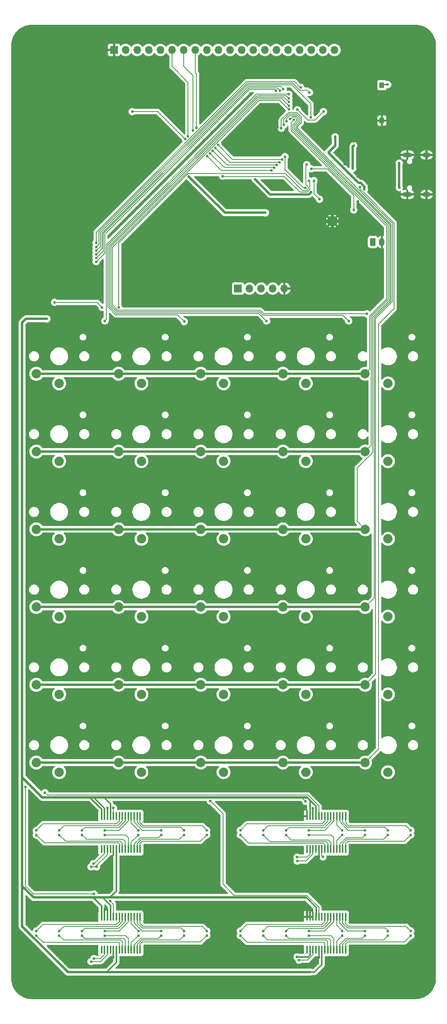
<source format=gbr>
%TF.GenerationSoftware,KiCad,Pcbnew,8.0.7*%
%TF.CreationDate,2024-12-27T14:43:48-05:00*%
%TF.ProjectId,rp2040-programmer-calculator,72703230-3430-42d7-9072-6f6772616d6d,rev?*%
%TF.SameCoordinates,Original*%
%TF.FileFunction,Copper,L2,Bot*%
%TF.FilePolarity,Positive*%
%FSLAX46Y46*%
G04 Gerber Fmt 4.6, Leading zero omitted, Abs format (unit mm)*
G04 Created by KiCad (PCBNEW 8.0.7) date 2024-12-27 14:43:48*
%MOMM*%
%LPD*%
G01*
G04 APERTURE LIST*
G04 Aperture macros list*
%AMRoundRect*
0 Rectangle with rounded corners*
0 $1 Rounding radius*
0 $2 $3 $4 $5 $6 $7 $8 $9 X,Y pos of 4 corners*
0 Add a 4 corners polygon primitive as box body*
4,1,4,$2,$3,$4,$5,$6,$7,$8,$9,$2,$3,0*
0 Add four circle primitives for the rounded corners*
1,1,$1+$1,$2,$3*
1,1,$1+$1,$4,$5*
1,1,$1+$1,$6,$7*
1,1,$1+$1,$8,$9*
0 Add four rect primitives between the rounded corners*
20,1,$1+$1,$2,$3,$4,$5,0*
20,1,$1+$1,$4,$5,$6,$7,0*
20,1,$1+$1,$6,$7,$8,$9,0*
20,1,$1+$1,$8,$9,$2,$3,0*%
G04 Aperture macros list end*
%TA.AperFunction,ComponentPad*%
%ADD10C,2.032000*%
%TD*%
%TA.AperFunction,HeatsinkPad*%
%ADD11C,0.500000*%
%TD*%
%TA.AperFunction,HeatsinkPad*%
%ADD12R,1.680000X1.680000*%
%TD*%
%TA.AperFunction,ComponentPad*%
%ADD13R,1.700000X1.700000*%
%TD*%
%TA.AperFunction,ComponentPad*%
%ADD14O,1.700000X1.700000*%
%TD*%
%TA.AperFunction,ComponentPad*%
%ADD15O,2.100000X1.000000*%
%TD*%
%TA.AperFunction,ComponentPad*%
%ADD16O,1.800000X1.000000*%
%TD*%
%TA.AperFunction,SMDPad,CuDef*%
%ADD17R,1.000000X1.250000*%
%TD*%
%TA.AperFunction,ComponentPad*%
%ADD18RoundRect,0.250000X0.350000X0.625000X-0.350000X0.625000X-0.350000X-0.625000X0.350000X-0.625000X0*%
%TD*%
%TA.AperFunction,ComponentPad*%
%ADD19O,1.200000X1.750000*%
%TD*%
%TA.AperFunction,SMDPad,CuDef*%
%ADD20R,0.450000X1.750000*%
%TD*%
%TA.AperFunction,ViaPad*%
%ADD21C,0.600000*%
%TD*%
%TA.AperFunction,Conductor*%
%ADD22C,0.500000*%
%TD*%
%TA.AperFunction,Conductor*%
%ADD23C,0.300000*%
%TD*%
%TA.AperFunction,Conductor*%
%ADD24C,0.200000*%
%TD*%
%TA.AperFunction,Conductor*%
%ADD25C,0.250000*%
%TD*%
G04 APERTURE END LIST*
D10*
%TO.P,SW53,1,1*%
%TO.N,Net-(D53-A)*%
X50000000Y-163900000D03*
%TO.P,SW53,2,2*%
%TO.N,/KEYS_Y4*%
X45000000Y-161800000D03*
%TD*%
%TO.P,SW55,1,1*%
%TO.N,Net-(D55-A)*%
X86000000Y-163900000D03*
%TO.P,SW55,2,2*%
%TO.N,/KEYS_Y4*%
X81000000Y-161800000D03*
%TD*%
%TO.P,SW59,1,1*%
%TO.N,Net-(D59-A)*%
X68000000Y-180900000D03*
%TO.P,SW59,2,2*%
%TO.N,/KEYS_Y5*%
X63000000Y-178800000D03*
%TD*%
%TO.P,SW46,1,1*%
%TO.N,Net-(D46-A)*%
X104000000Y-129900000D03*
%TO.P,SW46,2,2*%
%TO.N,/KEYS_Y2*%
X99000000Y-127800000D03*
%TD*%
%TO.P,SW40,1,1*%
%TO.N,Net-(D40-A)*%
X86000000Y-112900000D03*
%TO.P,SW40,2,2*%
%TO.N,/KEYS_Y1*%
X81000000Y-110800000D03*
%TD*%
%TO.P,SW48,1,1*%
%TO.N,Net-(D48-A)*%
X50000000Y-146900000D03*
%TO.P,SW48,2,2*%
%TO.N,/KEYS_Y3*%
X45000000Y-144800000D03*
%TD*%
%TO.P,SW49,1,1*%
%TO.N,Net-(D49-A)*%
X68000000Y-146900000D03*
%TO.P,SW49,2,2*%
%TO.N,/KEYS_Y3*%
X63000000Y-144800000D03*
%TD*%
%TO.P,SW42,1,1*%
%TO.N,Net-(D42-A)*%
X122000000Y-112900000D03*
%TO.P,SW42,2,2*%
%TO.N,/KEYS_Y1*%
X117000000Y-110800000D03*
%TD*%
%TO.P,SW43,1,1*%
%TO.N,Net-(D43-A)*%
X50000000Y-129900000D03*
%TO.P,SW43,2,2*%
%TO.N,/KEYS_Y2*%
X45000000Y-127800000D03*
%TD*%
%TO.P,SW58,1,1*%
%TO.N,Net-(D58-A)*%
X50000000Y-180900000D03*
%TO.P,SW58,2,2*%
%TO.N,/KEYS_Y5*%
X45000000Y-178800000D03*
%TD*%
%TO.P,SW54,1,1*%
%TO.N,Net-(D54-A)*%
X68000000Y-163900000D03*
%TO.P,SW54,2,2*%
%TO.N,/KEYS_Y4*%
X63000000Y-161800000D03*
%TD*%
%TO.P,SW47,1,1*%
%TO.N,Net-(D47-A)*%
X122000000Y-129900000D03*
%TO.P,SW47,2,2*%
%TO.N,/KEYS_Y2*%
X117000000Y-127800000D03*
%TD*%
%TO.P,SW56,1,1*%
%TO.N,Net-(D56-A)*%
X104000000Y-163900000D03*
%TO.P,SW56,2,2*%
%TO.N,/KEYS_Y4*%
X99000000Y-161800000D03*
%TD*%
%TO.P,SW38,1,1*%
%TO.N,Net-(D38-A)*%
X50000000Y-112900000D03*
%TO.P,SW38,2,2*%
%TO.N,/KEYS_Y1*%
X45000000Y-110800000D03*
%TD*%
%TO.P,SW62,1,1*%
%TO.N,Net-(D62-A)*%
X122000000Y-180900000D03*
%TO.P,SW62,2,2*%
%TO.N,/KEYS_Y5*%
X117000000Y-178800000D03*
%TD*%
%TO.P,SW44,1,1*%
%TO.N,Net-(D44-A)*%
X68000000Y-129900000D03*
%TO.P,SW44,2,2*%
%TO.N,/KEYS_Y2*%
X63000000Y-127800000D03*
%TD*%
%TO.P,SW33,1,1*%
%TO.N,Net-(D33-A)*%
X50000000Y-95900000D03*
%TO.P,SW33,2,2*%
%TO.N,/KEYS_Y0*%
X45000000Y-93800000D03*
%TD*%
D11*
%TO.P,U6,17,VSS*%
%TO.N,GND*%
X110402100Y-61014400D03*
X110402100Y-59834400D03*
D12*
X109812100Y-60424400D03*
D11*
X109222100Y-61014400D03*
X109222100Y-59834400D03*
%TD*%
D10*
%TO.P,SW34,1,1*%
%TO.N,Net-(D34-A)*%
X68000000Y-95900000D03*
%TO.P,SW34,2,2*%
%TO.N,/KEYS_Y0*%
X63000000Y-93800000D03*
%TD*%
%TO.P,SW35,1,1*%
%TO.N,Net-(D35-A)*%
X86000000Y-95900000D03*
%TO.P,SW35,2,2*%
%TO.N,/KEYS_Y0*%
X81000000Y-93800000D03*
%TD*%
D13*
%TO.P,U7,1,VSS*%
%TO.N,GND*%
X62000000Y-23000000D03*
D14*
%TO.P,U7,2,VDD*%
%TO.N,+3V3*%
X64540000Y-23000000D03*
%TO.P,U7,3,LEDA*%
%TO.N,/Display/LEDA*%
X67080000Y-23000000D03*
%TO.P,U7,4,A0*%
%TO.N,/LCD_A0*%
X69620000Y-23000000D03*
%TO.P,U7,5,/CS1*%
%TO.N,/LCD_CS*%
X72160000Y-23000000D03*
%TO.P,U7,6,/RES*%
%TO.N,/LCD_RESET*%
X74700000Y-23000000D03*
%TO.P,U7,7,D7_(SI)*%
%TO.N,/LCD_SDI*%
X77240000Y-23000000D03*
%TO.P,U7,8,D6_(SCL)*%
%TO.N,/LCD_SCL*%
X79780000Y-23000000D03*
%TO.P,U7,9,D5*%
%TO.N,unconnected-(U7-D5-Pad9)*%
X82320000Y-23000000D03*
%TO.P,U7,10,D4*%
%TO.N,unconnected-(U7-D4-Pad10)*%
X84860000Y-23000000D03*
%TO.P,U7,11,D3*%
%TO.N,unconnected-(U7-D3-Pad11)*%
X87400000Y-23000000D03*
%TO.P,U7,12,D2*%
%TO.N,unconnected-(U7-D2-Pad12)*%
X89940000Y-23000000D03*
%TO.P,U7,13,D1*%
%TO.N,unconnected-(U7-D1-Pad13)*%
X92480000Y-23000000D03*
%TO.P,U7,14,D0*%
%TO.N,unconnected-(U7-D0-Pad14)*%
X95020000Y-23000000D03*
%TO.P,U7,15,/WR*%
%TO.N,unconnected-(U7-{slash}WR-Pad15)*%
X97560000Y-23000000D03*
%TO.P,U7,16,/RD*%
%TO.N,unconnected-(U7-{slash}RD-Pad16)*%
X100100000Y-23000000D03*
%TO.P,U7,17*%
%TO.N,N/C*%
X102640000Y-23000000D03*
%TO.P,U7,18*%
X105180000Y-23000000D03*
%TO.P,U7,19*%
X107720000Y-23000000D03*
%TO.P,U7,20*%
X110260000Y-23000000D03*
%TD*%
D10*
%TO.P,SW39,1,1*%
%TO.N,Net-(D39-A)*%
X68000000Y-112900000D03*
%TO.P,SW39,2,2*%
%TO.N,/KEYS_Y1*%
X63000000Y-110800000D03*
%TD*%
%TO.P,SW61,1,1*%
%TO.N,Net-(D61-A)*%
X104000000Y-180900000D03*
%TO.P,SW61,2,2*%
%TO.N,/KEYS_Y5*%
X99000000Y-178800000D03*
%TD*%
%TO.P,SW60,1,1*%
%TO.N,Net-(D60-A)*%
X86000000Y-180900000D03*
%TO.P,SW60,2,2*%
%TO.N,/KEYS_Y5*%
X81000000Y-178800000D03*
%TD*%
%TO.P,SW57,1,1*%
%TO.N,Net-(D57-A)*%
X122000000Y-163900000D03*
%TO.P,SW57,2,2*%
%TO.N,/KEYS_Y4*%
X117000000Y-161800000D03*
%TD*%
%TO.P,SW41,1,1*%
%TO.N,Net-(D41-A)*%
X104000000Y-112900000D03*
%TO.P,SW41,2,2*%
%TO.N,/KEYS_Y1*%
X99000000Y-110800000D03*
%TD*%
%TO.P,SW51,1,1*%
%TO.N,Net-(D51-A)*%
X104000000Y-146900000D03*
%TO.P,SW51,2,2*%
%TO.N,/KEYS_Y3*%
X99000000Y-144800000D03*
%TD*%
%TO.P,SW36,1,1*%
%TO.N,Net-(D36-A)*%
X104000000Y-95900000D03*
%TO.P,SW36,2,2*%
%TO.N,/KEYS_Y0*%
X99000000Y-93800000D03*
%TD*%
%TO.P,SW45,1,1*%
%TO.N,Net-(D45-A)*%
X86000000Y-129900000D03*
%TO.P,SW45,2,2*%
%TO.N,/KEYS_Y2*%
X81000000Y-127800000D03*
%TD*%
D15*
%TO.P,J1,S1,SHIELD*%
%TO.N,GND*%
X126238000Y-54610000D03*
D16*
X130418000Y-54610000D03*
D15*
X126238000Y-45970000D03*
D16*
X130418000Y-45970000D03*
%TD*%
D10*
%TO.P,SW37,1,1*%
%TO.N,Net-(D37-A)*%
X122000000Y-95900000D03*
%TO.P,SW37,2,2*%
%TO.N,/KEYS_Y0*%
X117000000Y-93800000D03*
%TD*%
%TO.P,SW50,1,1*%
%TO.N,Net-(D50-A)*%
X86000000Y-146900000D03*
%TO.P,SW50,2,2*%
%TO.N,/KEYS_Y3*%
X81000000Y-144800000D03*
%TD*%
%TO.P,SW52,1,1*%
%TO.N,Net-(D52-A)*%
X122000000Y-146900000D03*
%TO.P,SW52,2,2*%
%TO.N,/KEYS_Y3*%
X117000000Y-144800000D03*
%TD*%
D17*
%TO.P,SW63,1,1*%
%TO.N,GND*%
X120649000Y-38471000D03*
%TO.P,SW63,2,2*%
%TO.N,Net-(R39-Pad1)*%
X120649000Y-30721000D03*
%TD*%
D18*
%TO.P,BT1,1,+*%
%TO.N,VBAT*%
X118650000Y-65000000D03*
D19*
%TO.P,BT1,2,-*%
%TO.N,GND*%
X120650000Y-65000000D03*
%TD*%
D20*
%TO.P,U2,1,GPB0*%
%TO.N,/Buttons0/BTN0*%
X112725000Y-219725000D03*
%TO.P,U2,2,GPB1*%
%TO.N,/Buttons0/BTN1*%
X112075000Y-219725000D03*
%TO.P,U2,3,GPB2*%
%TO.N,/Buttons0/BTN2*%
X111425000Y-219725000D03*
%TO.P,U2,4,GPB3*%
%TO.N,/Buttons0/BTN3*%
X110775000Y-219725000D03*
%TO.P,U2,5,GPB4*%
%TO.N,/Buttons0/BTN4*%
X110125000Y-219725000D03*
%TO.P,U2,6,GPB5*%
%TO.N,/Buttons0/BTN5*%
X109475000Y-219725000D03*
%TO.P,U2,7,GPB6*%
%TO.N,/Buttons0/BTN6*%
X108825000Y-219725000D03*
%TO.P,U2,8,GPB7*%
%TO.N,/Buttons0/BTN7*%
X108175000Y-219725000D03*
%TO.P,U2,9,VDD*%
%TO.N,+3V3*%
X107525000Y-219725000D03*
%TO.P,U2,10,VSS*%
%TO.N,GND*%
X106875000Y-219725000D03*
%TO.P,U2,11,NC*%
%TO.N,unconnected-(U2-NC-Pad11)*%
X106225000Y-219725000D03*
%TO.P,U2,12,SCK*%
%TO.N,/I2C_SCL*%
X105575000Y-219725000D03*
%TO.P,U2,13,SDA*%
%TO.N,/I2C_SDA*%
X104925000Y-219725000D03*
%TO.P,U2,14,NC*%
%TO.N,unconnected-(U2-NC-Pad14)*%
X104275000Y-219725000D03*
%TO.P,U2,15,A0*%
%TO.N,GND*%
X104275000Y-212525000D03*
%TO.P,U2,16,A1*%
X104925000Y-212525000D03*
%TO.P,U2,17,A2*%
X105575000Y-212525000D03*
%TO.P,U2,18,~{RESET}*%
%TO.N,+3V3*%
X106225000Y-212525000D03*
%TO.P,U2,19,INTB*%
%TO.N,/BTN0_INT*%
X106875000Y-212525000D03*
%TO.P,U2,20,INTA*%
%TO.N,unconnected-(U2-INTA-Pad20)*%
X107525000Y-212525000D03*
%TO.P,U2,21,GPA0*%
%TO.N,/Buttons0/LED7*%
X108175000Y-212525000D03*
%TO.P,U2,22,GPA1*%
%TO.N,/Buttons0/LED6*%
X108825000Y-212525000D03*
%TO.P,U2,23,GPA2*%
%TO.N,/Buttons0/LED5*%
X109475000Y-212525000D03*
%TO.P,U2,24,GPA3*%
%TO.N,/Buttons0/LED4*%
X110125000Y-212525000D03*
%TO.P,U2,25,GPA4*%
%TO.N,/Buttons0/LED3*%
X110775000Y-212525000D03*
%TO.P,U2,26,GPA5*%
%TO.N,/Buttons0/LED2*%
X111425000Y-212525000D03*
%TO.P,U2,27,GPA6*%
%TO.N,/Buttons0/LED1*%
X112075000Y-212525000D03*
%TO.P,U2,28,GPA7*%
%TO.N,/Buttons0/LED0*%
X112725000Y-212525000D03*
%TD*%
%TO.P,U3,1,GPB0*%
%TO.N,/Buttons1/BTN0*%
X67725000Y-219725000D03*
%TO.P,U3,2,GPB1*%
%TO.N,/Buttons1/BTN1*%
X67075000Y-219725000D03*
%TO.P,U3,3,GPB2*%
%TO.N,/Buttons1/BTN2*%
X66425000Y-219725000D03*
%TO.P,U3,4,GPB3*%
%TO.N,/Buttons1/BTN3*%
X65775000Y-219725000D03*
%TO.P,U3,5,GPB4*%
%TO.N,/Buttons1/BTN4*%
X65125000Y-219725000D03*
%TO.P,U3,6,GPB5*%
%TO.N,/Buttons1/BTN5*%
X64475000Y-219725000D03*
%TO.P,U3,7,GPB6*%
%TO.N,/Buttons1/BTN6*%
X63825000Y-219725000D03*
%TO.P,U3,8,GPB7*%
%TO.N,/Buttons1/BTN7*%
X63175000Y-219725000D03*
%TO.P,U3,9,VDD*%
%TO.N,+3V3*%
X62525000Y-219725000D03*
%TO.P,U3,10,VSS*%
%TO.N,GND*%
X61875000Y-219725000D03*
%TO.P,U3,11,NC*%
%TO.N,unconnected-(U3-NC-Pad11)*%
X61225000Y-219725000D03*
%TO.P,U3,12,SCK*%
%TO.N,/I2C_SCL*%
X60575000Y-219725000D03*
%TO.P,U3,13,SDA*%
%TO.N,/I2C_SDA*%
X59925000Y-219725000D03*
%TO.P,U3,14,NC*%
%TO.N,unconnected-(U3-NC-Pad14)*%
X59275000Y-219725000D03*
%TO.P,U3,15,A0*%
%TO.N,+3V3*%
X59275000Y-212525000D03*
%TO.P,U3,16,A1*%
%TO.N,GND*%
X59925000Y-212525000D03*
%TO.P,U3,17,A2*%
X60575000Y-212525000D03*
%TO.P,U3,18,~{RESET}*%
%TO.N,+3V3*%
X61225000Y-212525000D03*
%TO.P,U3,19,INTB*%
%TO.N,/BTN1_INT*%
X61875000Y-212525000D03*
%TO.P,U3,20,INTA*%
%TO.N,unconnected-(U3-INTA-Pad20)*%
X62525000Y-212525000D03*
%TO.P,U3,21,GPA0*%
%TO.N,/Buttons1/LED7*%
X63175000Y-212525000D03*
%TO.P,U3,22,GPA1*%
%TO.N,/Buttons1/LED6*%
X63825000Y-212525000D03*
%TO.P,U3,23,GPA2*%
%TO.N,/Buttons1/LED5*%
X64475000Y-212525000D03*
%TO.P,U3,24,GPA3*%
%TO.N,/Buttons1/LED4*%
X65125000Y-212525000D03*
%TO.P,U3,25,GPA4*%
%TO.N,/Buttons1/LED3*%
X65775000Y-212525000D03*
%TO.P,U3,26,GPA5*%
%TO.N,/Buttons1/LED2*%
X66425000Y-212525000D03*
%TO.P,U3,27,GPA6*%
%TO.N,/Buttons1/LED1*%
X67075000Y-212525000D03*
%TO.P,U3,28,GPA7*%
%TO.N,/Buttons1/LED0*%
X67725000Y-212525000D03*
%TD*%
D13*
%TO.P,J2,1,Pin_1*%
%TO.N,+3V3*%
X89154000Y-75184000D03*
D14*
%TO.P,J2,2,Pin_2*%
%TO.N,/SWCLK*%
X91694000Y-75184000D03*
%TO.P,J2,3,Pin_3*%
%TO.N,/SWD*%
X94234000Y-75184000D03*
%TO.P,J2,4,Pin_4*%
%TO.N,/RUN*%
X96774000Y-75184000D03*
%TO.P,J2,5,Pin_5*%
%TO.N,GND*%
X99314000Y-75184000D03*
%TD*%
D20*
%TO.P,U5,1,GPB0*%
%TO.N,/Buttons3/BTN0*%
X67725000Y-197725000D03*
%TO.P,U5,2,GPB1*%
%TO.N,/Buttons3/BTN1*%
X67075000Y-197725000D03*
%TO.P,U5,3,GPB2*%
%TO.N,/Buttons3/BTN2*%
X66425000Y-197725000D03*
%TO.P,U5,4,GPB3*%
%TO.N,/Buttons3/BTN3*%
X65775000Y-197725000D03*
%TO.P,U5,5,GPB4*%
%TO.N,/Buttons3/BTN4*%
X65125000Y-197725000D03*
%TO.P,U5,6,GPB5*%
%TO.N,/Buttons3/BTN5*%
X64475000Y-197725000D03*
%TO.P,U5,7,GPB6*%
%TO.N,/Buttons3/BTN6*%
X63825000Y-197725000D03*
%TO.P,U5,8,GPB7*%
%TO.N,/Buttons3/BTN7*%
X63175000Y-197725000D03*
%TO.P,U5,9,VDD*%
%TO.N,+3V3*%
X62525000Y-197725000D03*
%TO.P,U5,10,VSS*%
%TO.N,GND*%
X61875000Y-197725000D03*
%TO.P,U5,11,NC*%
%TO.N,unconnected-(U5-NC-Pad11)*%
X61225000Y-197725000D03*
%TO.P,U5,12,SCK*%
%TO.N,/I2C_SCL*%
X60575000Y-197725000D03*
%TO.P,U5,13,SDA*%
%TO.N,/I2C_SDA*%
X59925000Y-197725000D03*
%TO.P,U5,14,NC*%
%TO.N,unconnected-(U5-NC-Pad14)*%
X59275000Y-197725000D03*
%TO.P,U5,15,A0*%
%TO.N,+3V3*%
X59275000Y-190525000D03*
%TO.P,U5,16,A1*%
X59925000Y-190525000D03*
%TO.P,U5,17,A2*%
%TO.N,GND*%
X60575000Y-190525000D03*
%TO.P,U5,18,~{RESET}*%
%TO.N,+3V3*%
X61225000Y-190525000D03*
%TO.P,U5,19,INTB*%
%TO.N,/BTN3_INT*%
X61875000Y-190525000D03*
%TO.P,U5,20,INTA*%
%TO.N,unconnected-(U5-INTA-Pad20)*%
X62525000Y-190525000D03*
%TO.P,U5,21,GPA0*%
%TO.N,/Buttons3/LED7*%
X63175000Y-190525000D03*
%TO.P,U5,22,GPA1*%
%TO.N,/Buttons3/LED6*%
X63825000Y-190525000D03*
%TO.P,U5,23,GPA2*%
%TO.N,/Buttons3/LED5*%
X64475000Y-190525000D03*
%TO.P,U5,24,GPA3*%
%TO.N,/Buttons3/LED4*%
X65125000Y-190525000D03*
%TO.P,U5,25,GPA4*%
%TO.N,/Buttons3/LED3*%
X65775000Y-190525000D03*
%TO.P,U5,26,GPA5*%
%TO.N,/Buttons3/LED2*%
X66425000Y-190525000D03*
%TO.P,U5,27,GPA6*%
%TO.N,/Buttons3/LED1*%
X67075000Y-190525000D03*
%TO.P,U5,28,GPA7*%
%TO.N,/Buttons3/LED0*%
X67725000Y-190525000D03*
%TD*%
%TO.P,U4,1,GPB0*%
%TO.N,/Buttons2/BTN0*%
X112725000Y-197725000D03*
%TO.P,U4,2,GPB1*%
%TO.N,/Buttons2/BTN1*%
X112075000Y-197725000D03*
%TO.P,U4,3,GPB2*%
%TO.N,/Buttons2/BTN2*%
X111425000Y-197725000D03*
%TO.P,U4,4,GPB3*%
%TO.N,/Buttons2/BTN3*%
X110775000Y-197725000D03*
%TO.P,U4,5,GPB4*%
%TO.N,/Buttons2/BTN4*%
X110125000Y-197725000D03*
%TO.P,U4,6,GPB5*%
%TO.N,/Buttons2/BTN5*%
X109475000Y-197725000D03*
%TO.P,U4,7,GPB6*%
%TO.N,/Buttons2/BTN6*%
X108825000Y-197725000D03*
%TO.P,U4,8,GPB7*%
%TO.N,/Buttons2/BTN7*%
X108175000Y-197725000D03*
%TO.P,U4,9,VDD*%
%TO.N,+3V3*%
X107525000Y-197725000D03*
%TO.P,U4,10,VSS*%
%TO.N,GND*%
X106875000Y-197725000D03*
%TO.P,U4,11,NC*%
%TO.N,unconnected-(U4-NC-Pad11)*%
X106225000Y-197725000D03*
%TO.P,U4,12,SCK*%
%TO.N,/I2C_SCL*%
X105575000Y-197725000D03*
%TO.P,U4,13,SDA*%
%TO.N,/I2C_SDA*%
X104925000Y-197725000D03*
%TO.P,U4,14,NC*%
%TO.N,unconnected-(U4-NC-Pad14)*%
X104275000Y-197725000D03*
%TO.P,U4,15,A0*%
%TO.N,GND*%
X104275000Y-190525000D03*
%TO.P,U4,16,A1*%
%TO.N,+3V3*%
X104925000Y-190525000D03*
%TO.P,U4,17,A2*%
%TO.N,GND*%
X105575000Y-190525000D03*
%TO.P,U4,18,~{RESET}*%
%TO.N,+3V3*%
X106225000Y-190525000D03*
%TO.P,U4,19,INTB*%
%TO.N,/BTN2_INT*%
X106875000Y-190525000D03*
%TO.P,U4,20,INTA*%
%TO.N,unconnected-(U4-INTA-Pad20)*%
X107525000Y-190525000D03*
%TO.P,U4,21,GPA0*%
%TO.N,/Buttons2/LED7*%
X108175000Y-190525000D03*
%TO.P,U4,22,GPA1*%
%TO.N,/Buttons2/LED6*%
X108825000Y-190525000D03*
%TO.P,U4,23,GPA2*%
%TO.N,/Buttons2/LED5*%
X109475000Y-190525000D03*
%TO.P,U4,24,GPA3*%
%TO.N,/Buttons2/LED4*%
X110125000Y-190525000D03*
%TO.P,U4,25,GPA4*%
%TO.N,/Buttons2/LED3*%
X110775000Y-190525000D03*
%TO.P,U4,26,GPA5*%
%TO.N,/Buttons2/LED2*%
X111425000Y-190525000D03*
%TO.P,U4,27,GPA6*%
%TO.N,/Buttons2/LED1*%
X112075000Y-190525000D03*
%TO.P,U4,28,GPA7*%
%TO.N,/Buttons2/LED0*%
X112725000Y-190525000D03*
%TD*%
D21*
%TO.N,+1V1*%
X110426500Y-42017500D03*
X105200000Y-54051492D03*
X116829385Y-53470615D03*
X109000028Y-45330500D03*
X92900000Y-51300000D03*
%TO.N,GND*%
X114500000Y-43000000D03*
X106299000Y-41224200D03*
X111800000Y-107100000D03*
X104825800Y-41198800D03*
X79300000Y-221900000D03*
X81300000Y-209900000D03*
X116300000Y-222300000D03*
X113100000Y-26100000D03*
X103124000Y-34461000D03*
X52800000Y-74000000D03*
X75900000Y-132600000D03*
X75800000Y-90700000D03*
X58500000Y-106600000D03*
X106900000Y-199500000D03*
X105575000Y-188800000D03*
X111600000Y-149700000D03*
X112500000Y-47000000D03*
X113489265Y-29389265D03*
X68400000Y-33000000D03*
X88800000Y-206000000D03*
X75900000Y-123700000D03*
X60200000Y-210400000D03*
X69400000Y-209900000D03*
X75900000Y-141200000D03*
X93900000Y-141000000D03*
X89700000Y-209900000D03*
X108200000Y-100200000D03*
X94107000Y-39033000D03*
X129800000Y-132900000D03*
X119100000Y-38700000D03*
X91900000Y-32600000D03*
X45900000Y-206000000D03*
X102100000Y-57400000D03*
X112000000Y-175100000D03*
X80900000Y-64200000D03*
X98900000Y-222200000D03*
X91100000Y-39200000D03*
X93300000Y-115700000D03*
X105900000Y-65500000D03*
X103124000Y-51679000D03*
X129900000Y-158100000D03*
X102082600Y-45389800D03*
X106807000Y-34461000D03*
X111800000Y-90200000D03*
X94107000Y-44494000D03*
X119600000Y-72900000D03*
X101508000Y-65400000D03*
X60560165Y-188686921D03*
X61875000Y-221400000D03*
X129800000Y-107000000D03*
X97400000Y-206100000D03*
X61200000Y-63400000D03*
X54700000Y-222100000D03*
X93800000Y-158000000D03*
X106349800Y-42646600D03*
X103000000Y-26700000D03*
X111600000Y-166600000D03*
X124400000Y-33400000D03*
X121500000Y-39800000D03*
X58400000Y-141000000D03*
X75900000Y-174800000D03*
X93700000Y-175100000D03*
X108100000Y-39100000D03*
X75900000Y-115100000D03*
X68900000Y-222000000D03*
X58500000Y-89500000D03*
X120100000Y-25000000D03*
X107746800Y-57861200D03*
X93700000Y-90100000D03*
X111800000Y-123700000D03*
X114100000Y-59200000D03*
X111600000Y-140900000D03*
X99300000Y-72800000D03*
X45400000Y-222100000D03*
X63700000Y-46300000D03*
X114500000Y-41900000D03*
X52500000Y-205900000D03*
X93500000Y-132700000D03*
X93700000Y-149500000D03*
X105500000Y-60400000D03*
X116200000Y-45200000D03*
X96139000Y-43605000D03*
X122600000Y-52800000D03*
X106807000Y-51679000D03*
X58500000Y-175500000D03*
X96400000Y-62700000D03*
X74000000Y-74100000D03*
X58500000Y-166800000D03*
X98200000Y-209900000D03*
X67100000Y-34500000D03*
X129900000Y-141000000D03*
X129900000Y-149700000D03*
X90900000Y-26500000D03*
X104900000Y-210800000D03*
X109804200Y-65735200D03*
X75900000Y-166900000D03*
X44900000Y-209900000D03*
X124000000Y-207800000D03*
X84000000Y-205800000D03*
X65500000Y-205800000D03*
X103000000Y-188000000D03*
X96300000Y-35700000D03*
X62000000Y-26000000D03*
X44600000Y-79600000D03*
X58100000Y-133000000D03*
X126100000Y-100200000D03*
X75900000Y-158000000D03*
X58400000Y-183100000D03*
X129800000Y-124200000D03*
X96139000Y-44621000D03*
X45900000Y-57500000D03*
X100711000Y-31673800D03*
X101904800Y-34594800D03*
X108300000Y-29300000D03*
X75900000Y-149700000D03*
X104216200Y-45491400D03*
X58400000Y-124000000D03*
X75900000Y-107700000D03*
X115200000Y-61200000D03*
X93400000Y-166200000D03*
X78100000Y-46500000D03*
X88500000Y-36100000D03*
X66900000Y-57600000D03*
X58500000Y-157900000D03*
X89400000Y-221900000D03*
X111800000Y-115300000D03*
X118872000Y-60528200D03*
X96100000Y-182900000D03*
X113800000Y-207700000D03*
X105500000Y-73000000D03*
X126300000Y-222600000D03*
X119400000Y-54200000D03*
X118700000Y-48800000D03*
X102057200Y-43357800D03*
X91000000Y-100200000D03*
X106875000Y-221400000D03*
X59200000Y-23000000D03*
X73500000Y-51100000D03*
X111600000Y-158100000D03*
X111963200Y-56134000D03*
X112481539Y-46118461D03*
X115400000Y-50700000D03*
X109804200Y-62839600D03*
X61500000Y-199300000D03*
X93700000Y-124100000D03*
X54400000Y-210000000D03*
X97839426Y-39965923D03*
X112500000Y-48000000D03*
X53600000Y-34900000D03*
X129900000Y-175100000D03*
X129600000Y-90100000D03*
X76900000Y-183100000D03*
X122600000Y-46700000D03*
X120800000Y-34300000D03*
X106900000Y-65500000D03*
X122600000Y-49700000D03*
X98000000Y-52400000D03*
X129800000Y-115700000D03*
X129700000Y-167000000D03*
X58500000Y-149600000D03*
X69000000Y-100000000D03*
X115474735Y-56125265D03*
X111861600Y-58293000D03*
X57900000Y-116000000D03*
X85000000Y-39600000D03*
X89400000Y-44200000D03*
X111600000Y-132600000D03*
X114500000Y-40903000D03*
%TO.N,+3V3*%
X102162811Y-36089389D03*
X107746800Y-199415400D03*
X95161000Y-58600000D03*
X114500000Y-43900000D03*
X78380385Y-50680385D03*
X107873800Y-36499800D03*
X103936800Y-187274200D03*
X114300000Y-48900000D03*
X47300000Y-81800000D03*
%TO.N,VBUS*%
X124460000Y-47752000D03*
X124478729Y-53104729D03*
%TO.N,/Buttons0/BTN0*%
X127000000Y-216625000D03*
%TO.N,/Buttons0/LED0*%
X127000000Y-215625000D03*
%TO.N,/Buttons0/BTN1*%
X122000000Y-216625000D03*
%TO.N,/Buttons0/LED1*%
X122000000Y-215625000D03*
%TO.N,/Buttons0/LED2*%
X117000000Y-215625000D03*
%TO.N,/Buttons0/BTN2*%
X117000000Y-216625000D03*
%TO.N,/Buttons0/LED3*%
X112000000Y-215625000D03*
%TO.N,/Buttons0/BTN3*%
X112000000Y-216625000D03*
%TO.N,/Buttons0/BTN4*%
X104667000Y-216625000D03*
%TO.N,/Buttons0/LED4*%
X104667000Y-215625000D03*
%TO.N,/Buttons0/BTN5*%
X99667000Y-216625000D03*
%TO.N,/Buttons0/LED5*%
X99667000Y-215625000D03*
%TO.N,/Buttons0/BTN6*%
X94667000Y-216625000D03*
%TO.N,/Buttons0/LED6*%
X94667000Y-215625000D03*
%TO.N,/Buttons0/BTN7*%
X89667000Y-216625000D03*
%TO.N,/Buttons0/LED7*%
X89667000Y-215625000D03*
%TO.N,/Buttons1/LED0*%
X82333000Y-215625000D03*
%TO.N,/Buttons1/BTN0*%
X82333000Y-216625000D03*
%TO.N,/Buttons1/BTN1*%
X77333000Y-216625000D03*
%TO.N,/Buttons1/LED1*%
X77333000Y-215625000D03*
%TO.N,/Buttons1/BTN2*%
X72333000Y-216625000D03*
%TO.N,/Buttons1/LED2*%
X72333000Y-215625000D03*
%TO.N,/Buttons1/BTN3*%
X67333000Y-216625000D03*
%TO.N,/Buttons1/LED3*%
X67333000Y-215625000D03*
%TO.N,/Buttons1/BTN4*%
X60000000Y-216625001D03*
%TO.N,/Buttons1/LED4*%
X60000000Y-215625001D03*
%TO.N,/Buttons1/BTN5*%
X55000000Y-216625001D03*
%TO.N,/Buttons1/LED5*%
X55000000Y-215625001D03*
%TO.N,/Buttons1/BTN6*%
X50000000Y-216625001D03*
%TO.N,/Buttons1/LED6*%
X50000000Y-215625001D03*
%TO.N,/Buttons1/BTN7*%
X45000000Y-216625001D03*
%TO.N,/Buttons1/LED7*%
X45000000Y-215625001D03*
%TO.N,/Buttons2/BTN0*%
X127000000Y-194625000D03*
%TO.N,/Buttons2/LED0*%
X127000000Y-193625000D03*
%TO.N,/Buttons2/LED1*%
X122000000Y-193625000D03*
%TO.N,/Buttons2/BTN1*%
X122000000Y-194625000D03*
%TO.N,/Buttons2/BTN2*%
X117000000Y-194625000D03*
%TO.N,/Buttons2/LED2*%
X117000000Y-193625000D03*
%TO.N,/Buttons2/BTN3*%
X112000000Y-194625000D03*
%TO.N,/Buttons2/LED3*%
X112000000Y-193625000D03*
%TO.N,/Buttons2/BTN4*%
X104667000Y-194625000D03*
%TO.N,/Buttons2/LED4*%
X104667000Y-193625000D03*
%TO.N,/Buttons2/BTN5*%
X99667000Y-194625000D03*
%TO.N,/Buttons2/LED5*%
X99667000Y-193625000D03*
%TO.N,/Buttons2/LED6*%
X94667000Y-193625000D03*
%TO.N,/Buttons2/BTN6*%
X94667000Y-194625000D03*
%TO.N,/Buttons2/LED7*%
X89667000Y-193625000D03*
%TO.N,/Buttons2/BTN7*%
X89667000Y-194625000D03*
%TO.N,/Buttons3/LED0*%
X82333000Y-193625000D03*
%TO.N,/Buttons3/BTN0*%
X82333000Y-194625000D03*
%TO.N,/Buttons3/BTN1*%
X77333000Y-194625000D03*
%TO.N,/Buttons3/LED1*%
X77333000Y-193625000D03*
%TO.N,/Buttons3/BTN2*%
X72333000Y-194625000D03*
%TO.N,/Buttons3/LED2*%
X72333000Y-193625000D03*
%TO.N,/Buttons3/LED3*%
X67333000Y-193625000D03*
%TO.N,/Buttons3/BTN3*%
X67333000Y-194625000D03*
%TO.N,/Buttons3/BTN4*%
X60000000Y-194625001D03*
%TO.N,/Buttons3/LED4*%
X60000000Y-193625001D03*
%TO.N,/Buttons3/BTN5*%
X55000000Y-194625001D03*
%TO.N,/Buttons3/LED5*%
X55000000Y-193625001D03*
%TO.N,/Buttons3/LED6*%
X50000000Y-193625001D03*
%TO.N,/Buttons3/BTN6*%
X50000000Y-194625001D03*
%TO.N,/Buttons3/BTN7*%
X45000000Y-194625001D03*
%TO.N,/Buttons3/LED7*%
X45000000Y-193625001D03*
%TO.N,/KEYS_Y0*%
X101400000Y-38300000D03*
%TO.N,/KEYS_X0*%
X100300000Y-32700000D03*
X60000000Y-82250000D03*
%TO.N,/KEYS_X1*%
X77400000Y-82400000D03*
X100300000Y-33600000D03*
%TO.N,/KEYS_X2*%
X95400000Y-82250000D03*
X100300000Y-34400000D03*
%TO.N,/KEYS_X3*%
X113400000Y-82250000D03*
X100300000Y-35200000D03*
%TO.N,/KEYS_X4*%
X117400000Y-80700000D03*
X100300000Y-36000003D03*
%TO.N,/KEYS_Y1*%
X100584000Y-38100000D03*
%TO.N,/KEYS_Y2*%
X99822000Y-38608000D03*
%TO.N,/KEYS_Y3*%
X99222000Y-39370000D03*
%TO.N,/KEYS_Y4*%
X98622000Y-40132000D03*
%TO.N,/BTN0_INT*%
X58100000Y-69300000D03*
X97485235Y-31914765D03*
X83100000Y-187200000D03*
%TO.N,/BTN1_INT*%
X61169238Y-209049999D03*
X58100000Y-68500000D03*
X98300000Y-31881000D03*
X42650000Y-184169669D03*
X57630006Y-207550000D03*
%TO.N,/BTN2_INT*%
X58100000Y-67700000D03*
X99050000Y-31554000D03*
X46900000Y-185400000D03*
%TO.N,/BTN3_INT*%
X61875000Y-188700000D03*
X58100000Y-66900000D03*
X105113504Y-37728504D03*
%TO.N,/KEYS_Y5*%
X115898161Y-53001839D03*
X99445713Y-46345713D03*
X103900000Y-53179000D03*
%TO.N,/I2C_SDA*%
X58100000Y-66100000D03*
X102100000Y-221300000D03*
X104800000Y-32300000D03*
X57500000Y-200900000D03*
X102100000Y-199500000D03*
X57600000Y-221659998D03*
%TO.N,/I2C_SCL*%
X102900000Y-31227000D03*
X102500000Y-222000000D03*
X102124265Y-200324265D03*
X57000000Y-222300000D03*
X58100000Y-65200000D03*
X57000000Y-201600000D03*
X58200000Y-201600000D03*
%TO.N,/VBAT_MEASURE*%
X114500000Y-58000000D03*
X105200000Y-49000000D03*
%TO.N,/KEYS_LED_PWM*%
X104200000Y-48100000D03*
X59400000Y-79300000D03*
X49000000Y-78200000D03*
X63013713Y-79286287D03*
%TO.N,/LCD_LED_PWM*%
X66000000Y-36500000D03*
X104650000Y-51600000D03*
X77625735Y-42525735D03*
X85800000Y-50600000D03*
%TO.N,/LCD_CS*%
X98845713Y-46945713D03*
X84799161Y-43799161D03*
%TO.N,/LCD_A0*%
X97100000Y-48800000D03*
X83000000Y-45600000D03*
%TO.N,/~{PGOOD}*%
X106996658Y-55636900D03*
X105800000Y-51600000D03*
%TO.N,/LCD_SDI*%
X83599161Y-44999161D03*
X97645713Y-48145713D03*
X79300000Y-40600000D03*
%TO.N,/LCD_RESET*%
X96482637Y-49308788D03*
X82399161Y-46199161D03*
X78225735Y-41925735D03*
%TO.N,/LCD_SCL*%
X98245713Y-47545713D03*
X80075735Y-40075735D03*
X84199161Y-44399161D03*
%TO.N,Net-(R39-Pad1)*%
X121919000Y-30597000D03*
%TD*%
D22*
%TO.N,+1V1*%
X104668492Y-54583000D02*
X96183000Y-54583000D01*
X116056983Y-52100000D02*
X116829385Y-52872402D01*
X96183000Y-54583000D02*
X92900000Y-51300000D01*
X110426500Y-43904028D02*
X109000028Y-45330500D01*
X109000028Y-45560689D02*
X115539339Y-52100000D01*
X109000028Y-45330500D02*
X109000028Y-45560689D01*
X105200000Y-54051492D02*
X104668492Y-54583000D01*
X116829385Y-52872402D02*
X116829385Y-53470615D01*
X115539339Y-52100000D02*
X116056983Y-52100000D01*
X110426500Y-42017500D02*
X110426500Y-43904028D01*
D23*
%TO.N,GND*%
X105575000Y-211475000D02*
X104900000Y-210800000D01*
X104275000Y-189275000D02*
X103000000Y-188000000D01*
X60575000Y-212525000D02*
X60575000Y-210775000D01*
X105575000Y-212525000D02*
X105575000Y-211475000D01*
D24*
X119329000Y-38471000D02*
X119100000Y-38700000D01*
D23*
X60575000Y-210775000D02*
X60200000Y-210400000D01*
X104275000Y-190525000D02*
X104275000Y-189275000D01*
X105575000Y-190525000D02*
X105575000Y-188800000D01*
X60575000Y-188701756D02*
X60560165Y-188686921D01*
X106875000Y-199475000D02*
X106900000Y-199500000D01*
D24*
X120649000Y-38471000D02*
X119329000Y-38471000D01*
D23*
X104925000Y-212525000D02*
X104925000Y-210825000D01*
X104925000Y-210825000D02*
X104900000Y-210800000D01*
X59925000Y-212525000D02*
X59925000Y-210675000D01*
X61875000Y-197725000D02*
X61875000Y-198925000D01*
X61875000Y-219725000D02*
X61875000Y-221400000D01*
X104275000Y-212525000D02*
X104275000Y-211425000D01*
X60575000Y-190525000D02*
X60575000Y-188701756D01*
X61875000Y-198925000D02*
X61500000Y-199300000D01*
D24*
X99314000Y-75184000D02*
X99314000Y-72814000D01*
D23*
X106875000Y-197725000D02*
X106875000Y-199475000D01*
X106875000Y-219725000D02*
X106875000Y-221400000D01*
X104275000Y-211425000D02*
X104900000Y-210800000D01*
D24*
X99314000Y-72814000D02*
X99300000Y-72800000D01*
D23*
X59925000Y-210675000D02*
X60200000Y-210400000D01*
%TO.N,+3V3*%
X59275000Y-212525000D02*
X59275000Y-210175000D01*
D22*
X47300000Y-81800000D02*
X42700000Y-81800000D01*
X44400000Y-208300000D02*
X56600000Y-208300000D01*
X54400000Y-224600000D02*
X58000000Y-224600000D01*
D23*
X106225000Y-188325000D02*
X104300000Y-186400000D01*
D22*
X54400000Y-224600000D02*
X105000000Y-224600000D01*
D23*
X57400000Y-208300000D02*
X56600000Y-208300000D01*
X106275000Y-212525000D02*
X106300000Y-212500000D01*
D22*
X41900000Y-182000000D02*
X46300000Y-186400000D01*
X61100000Y-208300000D02*
X104000000Y-208300000D01*
D23*
X61225000Y-187825000D02*
X59800000Y-186400000D01*
X107525000Y-222975000D02*
X105900000Y-224600000D01*
X62525000Y-222475000D02*
X60400000Y-224600000D01*
X106300000Y-210500000D02*
X104100000Y-208300000D01*
X61225000Y-212525000D02*
X61225000Y-210025000D01*
X106225000Y-212525000D02*
X106275000Y-212525000D01*
X60400000Y-224600000D02*
X58000000Y-224600000D01*
X61225000Y-210025000D02*
X59500000Y-208300000D01*
X106225000Y-190525000D02*
X106225000Y-188325000D01*
D22*
X114300000Y-48900000D02*
X114300000Y-44100000D01*
D23*
X59275000Y-190525000D02*
X59275000Y-188975000D01*
D22*
X58600000Y-208300000D02*
X61100000Y-208300000D01*
D24*
X103062600Y-186400000D02*
X102590600Y-186400000D01*
D22*
X41900000Y-205800000D02*
X44400000Y-208300000D01*
D23*
X62525000Y-206875000D02*
X61100000Y-208300000D01*
D22*
X51914338Y-224600000D02*
X54400000Y-224600000D01*
D23*
X106300000Y-212500000D02*
X106300000Y-210500000D01*
D22*
X56600000Y-208300000D02*
X58600000Y-208300000D01*
D23*
X104100000Y-208300000D02*
X104000000Y-208300000D01*
X61225000Y-190525000D02*
X61225000Y-187825000D01*
D22*
X41900000Y-82600000D02*
X41900000Y-184400000D01*
X102900000Y-186400000D02*
X104300000Y-186400000D01*
X41900000Y-184400000D02*
X41900000Y-205800000D01*
X41900000Y-214585662D02*
X51914338Y-224600000D01*
D24*
X102162811Y-36089389D02*
X104401926Y-38328504D01*
D23*
X56700000Y-186400000D02*
X56000000Y-186400000D01*
X59925000Y-188825000D02*
X57500000Y-186400000D01*
D22*
X41900000Y-205800000D02*
X41900000Y-214585662D01*
X86300000Y-58600000D02*
X78380385Y-50680385D01*
D24*
X103936800Y-187274200D02*
X103062600Y-186400000D01*
D22*
X95161000Y-58600000D02*
X86300000Y-58600000D01*
D23*
X59275000Y-210175000D02*
X57400000Y-208300000D01*
X62525000Y-219725000D02*
X62525000Y-222475000D01*
X104925000Y-187025000D02*
X104300000Y-186400000D01*
X105900000Y-224600000D02*
X105000000Y-224600000D01*
X59500000Y-208300000D02*
X58600000Y-208300000D01*
D22*
X102590600Y-186400000D02*
X102900000Y-186400000D01*
X101600000Y-186400000D02*
X102590600Y-186400000D01*
D23*
X104925000Y-190525000D02*
X104925000Y-187025000D01*
X104300000Y-186400000D02*
X101600000Y-186400000D01*
D22*
X114300000Y-44100000D02*
X114500000Y-43900000D01*
D24*
X106045096Y-38328504D02*
X107873800Y-36499800D01*
D23*
X107525000Y-219725000D02*
X107525000Y-222975000D01*
X59925000Y-190525000D02*
X59925000Y-188825000D01*
X62525000Y-197725000D02*
X62525000Y-206875000D01*
D22*
X46300000Y-186400000D02*
X101600000Y-186400000D01*
X42700000Y-81800000D02*
X41900000Y-82600000D01*
D24*
X107525000Y-197725000D02*
X107525000Y-199193600D01*
D23*
X59275000Y-188975000D02*
X56700000Y-186400000D01*
D24*
X104401926Y-38328504D02*
X106045096Y-38328504D01*
X107525000Y-199193600D02*
X107746800Y-199415400D01*
D22*
%TO.N,VBUS*%
X124460000Y-47752000D02*
X124460000Y-53086000D01*
X124460000Y-53086000D02*
X124478729Y-53104729D01*
D24*
%TO.N,/Buttons0/BTN0*%
X112696814Y-219725000D02*
X112696814Y-218481372D01*
X112696814Y-218481372D02*
X113153186Y-218025000D01*
X113153186Y-218025000D02*
X125600000Y-218025000D01*
X125600000Y-218025000D02*
X127000000Y-216625000D01*
%TO.N,/Buttons0/LED0*%
X127000000Y-215625000D02*
X125975000Y-214600000D01*
X113303186Y-214600000D02*
X112696814Y-213993628D01*
X125975000Y-214600000D02*
X113303186Y-214600000D01*
X112696814Y-213993628D02*
X112696814Y-212525000D01*
%TO.N,/Buttons0/BTN1*%
X112046814Y-218565686D02*
X112987500Y-217625000D01*
X112987500Y-217625000D02*
X121000000Y-217625000D01*
X112046814Y-219725000D02*
X112046814Y-218565686D01*
X121000000Y-217625000D02*
X122000000Y-216625000D01*
%TO.N,/Buttons0/LED1*%
X121375000Y-215000000D02*
X122000000Y-215625000D01*
X113137500Y-215000000D02*
X121375000Y-215000000D01*
X112046814Y-213909314D02*
X113137500Y-215000000D01*
X112046814Y-212525000D02*
X112046814Y-213909314D01*
%TO.N,/Buttons0/LED2*%
X111396814Y-213825000D02*
X113196814Y-215625000D01*
X113196814Y-215625000D02*
X117000000Y-215625000D01*
X111396814Y-212525000D02*
X111396814Y-213825000D01*
%TO.N,/Buttons0/BTN2*%
X112821814Y-217225000D02*
X116400000Y-217225000D01*
X111396814Y-218650000D02*
X112821814Y-217225000D01*
X111396814Y-219725000D02*
X111396814Y-218650000D01*
X116400000Y-217225000D02*
X117000000Y-216625000D01*
%TO.N,/Buttons0/LED3*%
X110746814Y-214371814D02*
X112000000Y-215625000D01*
X110746814Y-212525000D02*
X110746814Y-214371814D01*
%TO.N,/Buttons0/BTN3*%
X110746814Y-217878186D02*
X112000000Y-216625000D01*
X110746814Y-219725000D02*
X110746814Y-217878186D01*
%TO.N,/Buttons0/BTN4*%
X110096814Y-219725000D02*
X110096814Y-217231250D01*
X109490564Y-216625000D02*
X104667000Y-216625000D01*
X110096814Y-217231250D02*
X109490564Y-216625000D01*
%TO.N,/Buttons0/LED4*%
X110096814Y-212525000D02*
X110096814Y-213600000D01*
X104667001Y-215625001D02*
X104667000Y-215625000D01*
X108071813Y-215625001D02*
X104667001Y-215625001D01*
X110096814Y-213600000D02*
X108071813Y-215625001D01*
%TO.N,/Buttons0/BTN5*%
X100267000Y-217225000D02*
X99667000Y-216625000D01*
X109446814Y-219725000D02*
X109446814Y-217628186D01*
X109446814Y-217628186D02*
X109043628Y-217225000D01*
X109043628Y-217225000D02*
X100267000Y-217225000D01*
%TO.N,/Buttons0/LED5*%
X100267000Y-215025000D02*
X99667000Y-215625000D01*
X108021814Y-215025000D02*
X100267000Y-215025000D01*
X109446814Y-212525000D02*
X109446814Y-213600000D01*
X109446814Y-213600000D02*
X108021814Y-215025000D01*
%TO.N,/Buttons0/BTN6*%
X108796814Y-219725000D02*
X108796814Y-217950000D01*
X108471814Y-217625000D02*
X95667000Y-217625000D01*
X108796814Y-217950000D02*
X108471814Y-217625000D01*
X95667000Y-217625000D02*
X94667000Y-216625000D01*
%TO.N,/Buttons0/LED6*%
X108796814Y-213600000D02*
X107771814Y-214625000D01*
X95667000Y-214625000D02*
X94667000Y-215625000D01*
X108796814Y-212525000D02*
X108796814Y-213600000D01*
X107771814Y-214625000D02*
X95667000Y-214625000D01*
%TO.N,/Buttons0/BTN7*%
X108146814Y-218300000D02*
X107971814Y-218125000D01*
X91167000Y-218125000D02*
X89667000Y-216625000D01*
X108146814Y-219725000D02*
X108146814Y-218300000D01*
X107971814Y-218125000D02*
X91167000Y-218125000D01*
%TO.N,/Buttons0/LED7*%
X107496814Y-214225000D02*
X108146814Y-213575000D01*
X89667000Y-215625000D02*
X91067000Y-214225000D01*
X91067000Y-214225000D02*
X107496814Y-214225000D01*
X108146814Y-213575000D02*
X108146814Y-212525000D01*
%TO.N,/Buttons1/LED0*%
X81308000Y-214600000D02*
X68331372Y-214600000D01*
X68331372Y-214600000D02*
X67725000Y-213993628D01*
X67725000Y-213993628D02*
X67725000Y-212525000D01*
X82333000Y-215625000D02*
X81308000Y-214600000D01*
%TO.N,/Buttons1/BTN0*%
X67725000Y-218481372D02*
X68181372Y-218025000D01*
X67725000Y-219725000D02*
X67725000Y-218481372D01*
X80933000Y-218025000D02*
X82333000Y-216625000D01*
X68181372Y-218025000D02*
X80933000Y-218025000D01*
%TO.N,/Buttons1/BTN1*%
X76333000Y-217625000D02*
X77333000Y-216625000D01*
X67075000Y-219725000D02*
X67075000Y-218565686D01*
X68015686Y-217625000D02*
X76333000Y-217625000D01*
X67075000Y-218565686D02*
X68015686Y-217625000D01*
%TO.N,/Buttons1/LED1*%
X67075000Y-212525000D02*
X67075000Y-213909314D01*
X68165686Y-215000000D02*
X76708000Y-215000000D01*
X76708000Y-215000000D02*
X77333000Y-215625000D01*
X67075000Y-213909314D02*
X68165686Y-215000000D01*
%TO.N,/Buttons1/BTN2*%
X71733000Y-217225000D02*
X72333000Y-216625000D01*
X67850000Y-217225000D02*
X71733000Y-217225000D01*
X66425000Y-219725000D02*
X66425000Y-218650000D01*
X66425000Y-218650000D02*
X67850000Y-217225000D01*
%TO.N,/Buttons1/LED2*%
X66425000Y-213825000D02*
X68225000Y-215625000D01*
X66425000Y-212525000D02*
X66425000Y-213825000D01*
X68225000Y-215625000D02*
X72333000Y-215625000D01*
%TO.N,/Buttons1/BTN3*%
X65775000Y-218183000D02*
X67333000Y-216625000D01*
X65775000Y-219725000D02*
X65775000Y-218183000D01*
%TO.N,/Buttons1/LED3*%
X65775000Y-212525000D02*
X65775000Y-214067000D01*
X65775000Y-214067000D02*
X67333000Y-215625000D01*
%TO.N,/Buttons1/BTN4*%
X65125000Y-219725000D02*
X65125000Y-217231250D01*
X60000001Y-216625000D02*
X60000000Y-216625001D01*
X65125000Y-217231250D02*
X64518750Y-216625000D01*
X64518750Y-216625000D02*
X60000001Y-216625000D01*
%TO.N,/Buttons1/LED4*%
X65125000Y-212525000D02*
X65125000Y-213600000D01*
X65125000Y-213600000D02*
X63099999Y-215625001D01*
X63099999Y-215625001D02*
X60000000Y-215625001D01*
%TO.N,/Buttons1/BTN5*%
X64475000Y-219725000D02*
X64475000Y-217628186D01*
X55599999Y-217225000D02*
X55000000Y-216625001D01*
X64071814Y-217225000D02*
X55599999Y-217225000D01*
X64475000Y-217628186D02*
X64071814Y-217225000D01*
%TO.N,/Buttons1/LED5*%
X64475000Y-212525000D02*
X64475000Y-213600000D01*
X55600001Y-215025000D02*
X55000000Y-215625001D01*
X63050000Y-215025000D02*
X55600001Y-215025000D01*
X64475000Y-213600000D02*
X63050000Y-215025000D01*
%TO.N,/Buttons1/BTN6*%
X63825000Y-219725000D02*
X63825000Y-217950000D01*
X63825000Y-217950000D02*
X63500000Y-217625000D01*
X63500000Y-217625000D02*
X50999999Y-217625000D01*
X50999999Y-217625000D02*
X50000000Y-216625001D01*
%TO.N,/Buttons1/LED6*%
X51000001Y-214625000D02*
X50000000Y-215625001D01*
X62800000Y-214625000D02*
X51000001Y-214625000D01*
X63825000Y-212525000D02*
X63825000Y-213600000D01*
X63825000Y-213600000D02*
X62800000Y-214625000D01*
%TO.N,/Buttons1/BTN7*%
X63000000Y-218125000D02*
X46499999Y-218125000D01*
X63175000Y-219725000D02*
X63175000Y-218300000D01*
X63175000Y-218300000D02*
X63000000Y-218125000D01*
X46499999Y-218125000D02*
X45000000Y-216625001D01*
%TO.N,/Buttons1/LED7*%
X46425000Y-214225000D02*
X62525000Y-214225000D01*
X62525000Y-214225000D02*
X63175000Y-213575000D01*
X45024999Y-215625001D02*
X46425000Y-214225000D01*
X45000000Y-215625001D02*
X45024999Y-215625001D01*
X63175000Y-213575000D02*
X63175000Y-212525000D01*
%TO.N,/Buttons2/BTN0*%
X112750000Y-197700000D02*
X112750000Y-196456372D01*
X125625000Y-196000000D02*
X127000000Y-194625000D01*
X113206372Y-196000000D02*
X125625000Y-196000000D01*
X112750000Y-196456372D02*
X113206372Y-196000000D01*
%TO.N,/Buttons2/LED0*%
X112750000Y-191968628D02*
X112750000Y-190500000D01*
X125950000Y-192575000D02*
X113356372Y-192575000D01*
X113356372Y-192575000D02*
X112750000Y-191968628D01*
X127000000Y-193625000D02*
X125950000Y-192575000D01*
%TO.N,/Buttons2/LED1*%
X112100000Y-191884314D02*
X113190686Y-192975000D01*
X113190686Y-192975000D02*
X121350000Y-192975000D01*
X121350000Y-192975000D02*
X122000000Y-193625000D01*
X112100000Y-190500000D02*
X112100000Y-191884314D01*
%TO.N,/Buttons2/BTN1*%
X112100000Y-197700000D02*
X112100000Y-196540686D01*
X113040686Y-195600000D02*
X121025000Y-195600000D01*
X112100000Y-196540686D02*
X113040686Y-195600000D01*
X121025000Y-195600000D02*
X122000000Y-194625000D01*
%TO.N,/Buttons2/BTN2*%
X112875000Y-195200000D02*
X116425000Y-195200000D01*
X111450000Y-197700000D02*
X111450000Y-196625000D01*
X116425000Y-195200000D02*
X117000000Y-194625000D01*
X111450000Y-196625000D02*
X112875000Y-195200000D01*
%TO.N,/Buttons2/LED2*%
X111450000Y-191800000D02*
X113250000Y-193600000D01*
X111450000Y-190500000D02*
X111450000Y-191800000D01*
X116975000Y-193600000D02*
X117000000Y-193625000D01*
X113250000Y-193600000D02*
X116975000Y-193600000D01*
%TO.N,/Buttons2/BTN3*%
X110800000Y-197700000D02*
X110800000Y-195825000D01*
X110800000Y-195825000D02*
X112000000Y-194625000D01*
%TO.N,/Buttons2/LED3*%
X110800000Y-192425000D02*
X112000000Y-193625000D01*
X110800000Y-190500000D02*
X110800000Y-192425000D01*
%TO.N,/Buttons2/BTN4*%
X110150000Y-197700000D02*
X110150000Y-195206250D01*
X110150000Y-195206250D02*
X109543750Y-194600000D01*
X109543750Y-194600000D02*
X104692000Y-194600000D01*
X104692000Y-194600000D02*
X104667000Y-194625000D01*
%TO.N,/Buttons2/LED4*%
X110150000Y-191575000D02*
X108124999Y-193600001D01*
X108124999Y-193600001D02*
X104691999Y-193600001D01*
X104691999Y-193600001D02*
X104667000Y-193625000D01*
X110150000Y-190500000D02*
X110150000Y-191575000D01*
%TO.N,/Buttons2/BTN5*%
X108893000Y-195761000D02*
X100803000Y-195761000D01*
X100803000Y-195761000D02*
X99667000Y-194625000D01*
X109500000Y-196368000D02*
X108893000Y-195761000D01*
X109500000Y-197700000D02*
X109500000Y-196368000D01*
%TO.N,/Buttons2/LED5*%
X108075000Y-193000000D02*
X100292000Y-193000000D01*
X109500000Y-190500000D02*
X109500000Y-191575000D01*
X100292000Y-193000000D02*
X99667000Y-193625000D01*
X109500000Y-191575000D02*
X108075000Y-193000000D01*
%TO.N,/Buttons2/LED6*%
X95692000Y-192600000D02*
X94667000Y-193625000D01*
X107825000Y-192600000D02*
X95692000Y-192600000D01*
X108850000Y-191575000D02*
X107825000Y-192600000D01*
X108850000Y-190500000D02*
X108850000Y-191575000D01*
%TO.N,/Buttons2/BTN6*%
X108438000Y-196088000D02*
X96130000Y-196088000D01*
X108850000Y-197700000D02*
X108850000Y-196500000D01*
X108850000Y-196500000D02*
X108438000Y-196088000D01*
X96130000Y-196088000D02*
X94667000Y-194625000D01*
%TO.N,/Buttons2/LED7*%
X89667000Y-193625000D02*
X91092000Y-192200000D01*
X108200000Y-191550000D02*
X108200000Y-190500000D01*
X107550000Y-192200000D02*
X108200000Y-191550000D01*
X91092000Y-192200000D02*
X107550000Y-192200000D01*
%TO.N,/Buttons2/BTN7*%
X91457000Y-196415000D02*
X89667000Y-194625000D01*
X107890000Y-196415000D02*
X91457000Y-196415000D01*
X108200000Y-196725000D02*
X107890000Y-196415000D01*
X108200000Y-197700000D02*
X108200000Y-196725000D01*
%TO.N,/Buttons3/LED0*%
X67725000Y-191968627D02*
X67725000Y-190499999D01*
X68331372Y-192574999D02*
X67725000Y-191968627D01*
X82333000Y-193599999D02*
X81308000Y-192574999D01*
X81308000Y-192574999D02*
X68331372Y-192574999D01*
%TO.N,/Buttons3/BTN0*%
X68181372Y-195999999D02*
X80933000Y-195999999D01*
X80933000Y-195999999D02*
X82333000Y-194599999D01*
X67725000Y-197699999D02*
X67725000Y-196456371D01*
X67725000Y-196456371D02*
X68181372Y-195999999D01*
%TO.N,/Buttons3/BTN1*%
X68015686Y-195599999D02*
X76333000Y-195599999D01*
X67075000Y-196540685D02*
X68015686Y-195599999D01*
X67075000Y-197699999D02*
X67075000Y-196540685D01*
X76333000Y-195599999D02*
X77333000Y-194599999D01*
%TO.N,/Buttons3/LED1*%
X67075000Y-190499999D02*
X67075000Y-191884313D01*
X68165686Y-192974999D02*
X76708000Y-192974999D01*
X67075000Y-191884313D02*
X68165686Y-192974999D01*
X76708000Y-192974999D02*
X77333000Y-193599999D01*
%TO.N,/Buttons3/BTN2*%
X66425000Y-196624999D02*
X67850000Y-195199999D01*
X71733000Y-195199999D02*
X72333000Y-194599999D01*
X67850000Y-195199999D02*
X71733000Y-195199999D01*
X66425000Y-197699999D02*
X66425000Y-196624999D01*
%TO.N,/Buttons3/LED2*%
X66425000Y-191799999D02*
X68225000Y-193599999D01*
X66425000Y-190499999D02*
X66425000Y-191799999D01*
X68225000Y-193599999D02*
X72333000Y-193599999D01*
%TO.N,/Buttons3/LED3*%
X65775000Y-190499999D02*
X65775000Y-192041999D01*
X65775000Y-192041999D02*
X67333000Y-193599999D01*
%TO.N,/Buttons3/BTN3*%
X65775000Y-196157999D02*
X67333000Y-194599999D01*
X65775000Y-197699999D02*
X65775000Y-196157999D01*
%TO.N,/Buttons3/BTN4*%
X65125000Y-197699999D02*
X65125000Y-195206249D01*
X60000001Y-194599999D02*
X60000000Y-194600000D01*
X64518750Y-194599999D02*
X60000001Y-194599999D01*
X65125000Y-195206249D02*
X64518750Y-194599999D01*
%TO.N,/Buttons3/LED4*%
X65125000Y-191574999D02*
X63099999Y-193600000D01*
X65125000Y-190499999D02*
X65125000Y-191574999D01*
X63099999Y-193600000D02*
X60000000Y-193600000D01*
%TO.N,/Buttons3/BTN5*%
X64008000Y-195580000D02*
X55980000Y-195580000D01*
X55980000Y-195580000D02*
X55000000Y-194600000D01*
X64475000Y-197699999D02*
X64475000Y-196047000D01*
X64475000Y-196047000D02*
X64008000Y-195580000D01*
%TO.N,/Buttons3/LED5*%
X55600001Y-192999999D02*
X55000000Y-193600000D01*
X64475000Y-190499999D02*
X64475000Y-191574999D01*
X63050000Y-192999999D02*
X55600001Y-192999999D01*
X64475000Y-191574999D02*
X63050000Y-192999999D01*
%TO.N,/Buttons3/LED6*%
X62800000Y-192599999D02*
X51000001Y-192599999D01*
X63825000Y-191574999D02*
X62800000Y-192599999D01*
X63825000Y-190499999D02*
X63825000Y-191574999D01*
X51000001Y-192599999D02*
X50000000Y-193600000D01*
%TO.N,/Buttons3/BTN6*%
X63825000Y-197699999D02*
X63825000Y-196413000D01*
X63427000Y-196015000D02*
X51415000Y-196015000D01*
X63825000Y-196413000D02*
X63427000Y-196015000D01*
X51415000Y-196015000D02*
X50000000Y-194600000D01*
%TO.N,/Buttons3/BTN7*%
X63175000Y-196596000D02*
X62921000Y-196342000D01*
X62921000Y-196342000D02*
X46742000Y-196342000D01*
X46742000Y-196342000D02*
X45000000Y-194600000D01*
X63175000Y-197699999D02*
X63175000Y-196596000D01*
%TO.N,/Buttons3/LED7*%
X46425000Y-192199999D02*
X62525000Y-192199999D01*
X45024999Y-193600000D02*
X46425000Y-192199999D01*
X45000000Y-193600000D02*
X45024999Y-193600000D01*
X62525000Y-192199999D02*
X63175000Y-191549999D01*
X63175000Y-191549999D02*
X63175000Y-190499999D01*
%TO.N,/KEYS_Y0*%
X121700000Y-61502000D02*
X121700000Y-77436000D01*
X100792000Y-38908000D02*
X100792000Y-40594000D01*
X117020000Y-93800000D02*
X117000000Y-93800000D01*
X117989000Y-81147000D02*
X117989000Y-92831000D01*
X121700000Y-77436000D02*
X117989000Y-81147000D01*
X117989000Y-92831000D02*
X117020000Y-93800000D01*
D22*
X45000000Y-93800000D02*
X117000000Y-93800000D01*
D24*
X100792000Y-40594000D02*
X121700000Y-61502000D01*
X101400000Y-38300000D02*
X100792000Y-38908000D01*
%TO.N,/KEYS_X0*%
X93200000Y-32700000D02*
X60335000Y-65565000D01*
X60335000Y-81915000D02*
X60000000Y-82250000D01*
X100300000Y-32700000D02*
X93200000Y-32700000D01*
X60335000Y-65565000D02*
X60335000Y-81915000D01*
%TO.N,/KEYS_X1*%
X60662000Y-65700448D02*
X60662000Y-79170448D01*
X93335448Y-33027000D02*
X60662000Y-65700448D01*
X75900000Y-80900000D02*
X77400000Y-82400000D01*
X100300000Y-33600000D02*
X99727000Y-33027000D01*
X62391552Y-80900000D02*
X75900000Y-80900000D01*
X60662000Y-79170448D02*
X62391552Y-80900000D01*
X99727000Y-33027000D02*
X93335448Y-33027000D01*
%TO.N,/KEYS_X2*%
X93723000Y-80573000D02*
X95400000Y-82250000D01*
X93470896Y-33354000D02*
X60989000Y-65835896D01*
X100300000Y-34400000D02*
X100251471Y-34400000D01*
X60989000Y-79035000D02*
X62527000Y-80573000D01*
X62527000Y-80573000D02*
X93723000Y-80573000D01*
X100251471Y-34400000D02*
X99205471Y-33354000D01*
X60989000Y-65835896D02*
X60989000Y-79035000D01*
X99205471Y-33354000D02*
X93470896Y-33354000D01*
%TO.N,/KEYS_X3*%
X93606344Y-33681000D02*
X61316000Y-65971344D01*
X100300000Y-35200000D02*
X100251471Y-35200000D01*
X112150000Y-81000000D02*
X113400000Y-82250000D01*
X93858448Y-80246000D02*
X94612448Y-81000000D01*
X94612448Y-81000000D02*
X112150000Y-81000000D01*
X62662448Y-80246000D02*
X93858448Y-80246000D01*
X100251471Y-35200000D02*
X98732471Y-33681000D01*
X61316000Y-78899552D02*
X62662448Y-80246000D01*
X61316000Y-65971344D02*
X61316000Y-78899552D01*
X98732471Y-33681000D02*
X93606344Y-33681000D01*
%TO.N,/KEYS_X4*%
X98259471Y-34008000D02*
X93741792Y-34008000D01*
X93993896Y-79919000D02*
X94747896Y-80673000D01*
X100099997Y-35800000D02*
X100051471Y-35800000D01*
X61643000Y-66106792D02*
X61643000Y-78764104D01*
X61643000Y-78764104D02*
X62797896Y-79919000D01*
X100051471Y-35800000D02*
X98259471Y-34008000D01*
X94747896Y-80673000D02*
X117373000Y-80673000D01*
X93741792Y-34008000D02*
X61643000Y-66106792D01*
X100300000Y-36000003D02*
X100099997Y-35800000D01*
X62797896Y-79919000D02*
X93993896Y-79919000D01*
X117373000Y-80673000D02*
X117400000Y-80700000D01*
%TO.N,/KEYS_Y1*%
X118316000Y-109484000D02*
X118316000Y-81282448D01*
X122027000Y-61366552D02*
X101119000Y-40458552D01*
X101119000Y-40458552D02*
X101119000Y-39429529D01*
X101151471Y-37700000D02*
X100751471Y-38100000D01*
D22*
X117000000Y-110800000D02*
X45000000Y-110800000D01*
D24*
X102000000Y-38548529D02*
X102000000Y-38051471D01*
X101119000Y-39429529D02*
X102000000Y-38548529D01*
X101648529Y-37700000D02*
X101151471Y-37700000D01*
X122027000Y-77571448D02*
X122027000Y-61366552D01*
X102000000Y-38051471D02*
X101648529Y-37700000D01*
X100751471Y-38100000D02*
X100584000Y-38100000D01*
X117000000Y-110800000D02*
X118316000Y-109484000D01*
X118316000Y-81282448D02*
X122027000Y-77571448D01*
%TO.N,/KEYS_Y2*%
X101446000Y-40323104D02*
X101446000Y-39564977D01*
X122354000Y-77706896D02*
X122354000Y-61231104D01*
X117000000Y-127800000D02*
X115295100Y-126095100D01*
X118643000Y-81417896D02*
X122354000Y-77706896D01*
D22*
X45000000Y-127800000D02*
X117000000Y-127800000D01*
D24*
X99822000Y-38013471D02*
X99822000Y-38608000D01*
X101446000Y-39564977D02*
X102327000Y-38683977D01*
X122354000Y-61231104D02*
X101446000Y-40323104D01*
X101783977Y-37373000D02*
X100462471Y-37373000D01*
X102327000Y-38683977D02*
X102327000Y-37916023D01*
X115295100Y-126095100D02*
X115295100Y-114366006D01*
X118643000Y-111018106D02*
X118643000Y-81417896D01*
X115295100Y-114366006D02*
X118643000Y-111018106D01*
X100462471Y-37373000D02*
X99822000Y-38013471D01*
X102327000Y-37916023D02*
X101783977Y-37373000D01*
%TO.N,/KEYS_Y3*%
X102654000Y-37780575D02*
X101919425Y-37046000D01*
X102654000Y-38819425D02*
X102654000Y-37780575D01*
X101773000Y-39700425D02*
X102654000Y-38819425D01*
X101919425Y-37046000D02*
X100327023Y-37046000D01*
X118970000Y-81553344D02*
X122681000Y-77842344D01*
X99222000Y-38151023D02*
X99222000Y-39370000D01*
X100327023Y-37046000D02*
X99222000Y-38151023D01*
X117000000Y-144800000D02*
X118970000Y-142830000D01*
X122681000Y-77842344D02*
X122681000Y-61095656D01*
X101773000Y-40187656D02*
X101773000Y-39700425D01*
X122681000Y-61095656D02*
X101773000Y-40187656D01*
D22*
X117000000Y-144800000D02*
X45000000Y-144800000D01*
D24*
X118970000Y-142830000D02*
X118970000Y-81553344D01*
%TO.N,/KEYS_Y4*%
X102981000Y-38954873D02*
X102981000Y-37645127D01*
X102981000Y-37645127D02*
X102054873Y-36719000D01*
X117000000Y-161800000D02*
X119297000Y-159503000D01*
X98622000Y-38288575D02*
X98622000Y-40132000D01*
D22*
X45000000Y-161800000D02*
X117000000Y-161800000D01*
D24*
X102100000Y-40052208D02*
X102100000Y-39835873D01*
X102100000Y-39835873D02*
X102981000Y-38954873D01*
X102054873Y-36719000D02*
X100191575Y-36719000D01*
X119297000Y-159503000D02*
X119297000Y-81688792D01*
X100191575Y-36719000D02*
X98622000Y-38288575D01*
X119297000Y-81688792D02*
X123008000Y-77977792D01*
X123008000Y-60960208D02*
X102100000Y-40052208D01*
X123008000Y-77977792D02*
X123008000Y-60960208D01*
%TO.N,/BTN0_INT*%
X106875000Y-212525000D02*
X106875000Y-210500420D01*
X60008000Y-67440529D02*
X60008000Y-63304240D01*
X58148529Y-69300000D02*
X60008000Y-67440529D01*
X88300000Y-207823000D02*
X85900000Y-205423000D01*
X85900000Y-190000000D02*
X83100000Y-187200000D01*
X85900000Y-205423000D02*
X85900000Y-203600000D01*
X58100000Y-69300000D02*
X58148529Y-69300000D01*
X85900000Y-203600000D02*
X85900000Y-190000000D01*
X60008000Y-63304240D02*
X91677240Y-31635000D01*
X97205470Y-31635000D02*
X97485235Y-31914765D01*
X104197580Y-207823000D02*
X88300000Y-207823000D01*
X106875000Y-210500420D02*
X104197580Y-207823000D01*
X91677240Y-31635000D02*
X97205470Y-31635000D01*
%TO.N,/BTN1_INT*%
X59681000Y-63168792D02*
X91541792Y-31308000D01*
X43137290Y-206362710D02*
X42650000Y-205875420D01*
X58148529Y-68500000D02*
X59681000Y-66967529D01*
X97727000Y-31308000D02*
X98300000Y-31881000D01*
X61875000Y-212525000D02*
X61875000Y-209755761D01*
X42650000Y-205875420D02*
X42650000Y-184169669D01*
X44324580Y-207550000D02*
X43137290Y-206362710D01*
X57630006Y-207550000D02*
X44324580Y-207550000D01*
X59681000Y-66967529D02*
X59681000Y-63168792D01*
X58100000Y-68500000D02*
X58148529Y-68500000D01*
X61875000Y-209755761D02*
X61169238Y-209049999D01*
X91541792Y-31308000D02*
X97727000Y-31308000D01*
%TO.N,/BTN2_INT*%
X58148529Y-67700000D02*
X59354000Y-66494529D01*
X59354000Y-66494529D02*
X59354000Y-63033344D01*
X58100000Y-67700000D02*
X58148529Y-67700000D01*
X91406344Y-30981000D02*
X98477000Y-30981000D01*
X104497580Y-185923000D02*
X47423000Y-185923000D01*
X98477000Y-30981000D02*
X99050000Y-31554000D01*
X106875000Y-190525000D02*
X106875000Y-188300420D01*
X59354000Y-63033344D02*
X91406344Y-30981000D01*
X47423000Y-185923000D02*
X46900000Y-185400000D01*
X106875000Y-188300420D02*
X104497580Y-185923000D01*
%TO.N,/BTN3_INT*%
X105113504Y-34813504D02*
X105113504Y-37728504D01*
X61875000Y-190525000D02*
X61875000Y-188700000D01*
X59027000Y-62897896D02*
X91270896Y-30654000D01*
X91270896Y-30654000D02*
X100954000Y-30654000D01*
X100954000Y-30654000D02*
X105113504Y-34813504D01*
X59027000Y-66021529D02*
X59027000Y-62897896D01*
X58100000Y-66900000D02*
X58148529Y-66900000D01*
X58148529Y-66900000D02*
X59027000Y-66021529D01*
%TO.N,/KEYS_Y5*%
X119931500Y-82968500D02*
X123335000Y-79565000D01*
X103479000Y-53179000D02*
X102500000Y-52200000D01*
X115898161Y-53387921D02*
X115898161Y-53001839D01*
X117205120Y-54694880D02*
X115898161Y-53387921D01*
X103900000Y-53179000D02*
X103479000Y-53179000D01*
X117000000Y-178800000D02*
X119931500Y-175868500D01*
D22*
X117000000Y-178800000D02*
X45000000Y-178800000D01*
D24*
X99445713Y-49145713D02*
X102700000Y-52400000D01*
X119931500Y-175868500D02*
X119931500Y-82968500D01*
X123335000Y-60824760D02*
X117205120Y-54694880D01*
X123335000Y-79565000D02*
X123335000Y-60824760D01*
X99445713Y-46345713D02*
X99445713Y-49145713D01*
D23*
%TO.N,/I2C_SDA*%
X104925000Y-220900000D02*
X104525000Y-221300000D01*
D24*
X59925000Y-219725000D02*
X59925000Y-220800000D01*
X58700000Y-65448529D02*
X58700000Y-62762448D01*
X104300000Y-199500000D02*
X104925000Y-198875000D01*
X59925000Y-198675000D02*
X59925000Y-197725000D01*
X59065002Y-221659998D02*
X57600000Y-221659998D01*
X103148529Y-31827000D02*
X103175529Y-31800000D01*
X102651471Y-31827000D02*
X103148529Y-31827000D01*
X103175529Y-31800000D02*
X104300000Y-31800000D01*
X102100000Y-199500000D02*
X104300000Y-199500000D01*
X104300000Y-31800000D02*
X104800000Y-32300000D01*
X58100000Y-66048529D02*
X58700000Y-65448529D01*
X58100000Y-66100000D02*
X58100000Y-66048529D01*
X57700000Y-200900000D02*
X59925000Y-198675000D01*
D23*
X104925000Y-219725000D02*
X104925000Y-220900000D01*
D24*
X58700000Y-62762448D02*
X91135448Y-30327000D01*
X57500000Y-200900000D02*
X57700000Y-200900000D01*
X91135448Y-30327000D02*
X101151471Y-30327000D01*
X101151471Y-30327000D02*
X102651471Y-31827000D01*
X104925000Y-198875000D02*
X104925000Y-197725000D01*
X59925000Y-220800000D02*
X59065002Y-221659998D01*
D23*
X104525000Y-221300000D02*
X102100000Y-221300000D01*
D24*
%TO.N,/I2C_SCL*%
X57000000Y-201600000D02*
X57900000Y-201600000D01*
X57900000Y-201600000D02*
X60575000Y-198925000D01*
X104375000Y-222000000D02*
X102500000Y-222000000D01*
X105575000Y-220800000D02*
X104375000Y-222000000D01*
X91000000Y-30000000D02*
X101546000Y-30000000D01*
X60575000Y-198925000D02*
X60575000Y-197725000D01*
X59075000Y-222300000D02*
X57000000Y-222300000D01*
X102124265Y-200324265D02*
X102148530Y-200300000D01*
X60575000Y-220800000D02*
X59075000Y-222300000D01*
X105575000Y-198775000D02*
X105575000Y-197725000D01*
X60575000Y-219725000D02*
X60575000Y-220800000D01*
X105575000Y-219725000D02*
X105575000Y-220800000D01*
X58100000Y-62900000D02*
X91000000Y-30000000D01*
X101546000Y-30000000D02*
X102773000Y-31227000D01*
X104050000Y-200300000D02*
X105575000Y-198775000D01*
X102148530Y-200300000D02*
X104050000Y-200300000D01*
X58100000Y-65200000D02*
X58100000Y-62900000D01*
X102773000Y-31227000D02*
X102900000Y-31227000D01*
X58200000Y-201600000D02*
X57000000Y-201600000D01*
%TO.N,/VBAT_MEASURE*%
X114500000Y-58000000D02*
X114500000Y-54764448D01*
X114500000Y-54764448D02*
X108735552Y-49000000D01*
X108735552Y-49000000D02*
X105200000Y-49000000D01*
%TO.N,/KEYS_LED_PWM*%
X99500000Y-50000000D02*
X78212240Y-50000000D01*
X78212240Y-50000000D02*
X63013713Y-65198527D01*
X104148529Y-53779000D02*
X103279000Y-53779000D01*
X59400000Y-79300000D02*
X58300000Y-78200000D01*
X104500000Y-53427529D02*
X104148529Y-53779000D01*
X104500000Y-52900000D02*
X104500000Y-53427529D01*
X104200000Y-48100000D02*
X104050000Y-48250000D01*
X104050000Y-52450000D02*
X104500000Y-52900000D01*
X58300000Y-78200000D02*
X49000000Y-78200000D01*
X103279000Y-53779000D02*
X99500000Y-50000000D01*
X104050000Y-48250000D02*
X104050000Y-52450000D01*
X63013713Y-65198527D02*
X63013713Y-79286287D01*
%TO.N,/LCD_LED_PWM*%
X93307000Y-50700000D02*
X85900000Y-50700000D01*
X104827000Y-53562977D02*
X104827000Y-51777000D01*
X85900000Y-50700000D02*
X85800000Y-50600000D01*
X71600000Y-36500000D02*
X77625735Y-42525735D01*
X102706000Y-54106000D02*
X104283977Y-54106000D01*
X99300000Y-50700000D02*
X102706000Y-54106000D01*
X104283977Y-54106000D02*
X104827000Y-53562977D01*
X66000000Y-36500000D02*
X71600000Y-36500000D01*
X104827000Y-51777000D02*
X104650000Y-51600000D01*
X93307000Y-50700000D02*
X99300000Y-50700000D01*
%TO.N,/LCD_CS*%
X98845713Y-46945713D02*
X87945713Y-46945713D01*
X87945713Y-46945713D02*
X84799161Y-43799161D01*
%TO.N,/LCD_A0*%
X86108788Y-48708788D02*
X83000000Y-45600000D01*
X97008788Y-48708788D02*
X86108788Y-48708788D01*
X97100000Y-48800000D02*
X97008788Y-48708788D01*
%TO.N,/~{PGOOD}*%
X106996658Y-55636900D02*
X105800000Y-54440242D01*
X105800000Y-54440242D02*
X105800000Y-51600000D01*
%TO.N,/LCD_SDI*%
X79300000Y-28600000D02*
X77240000Y-26540000D01*
X86745713Y-48145713D02*
X83599161Y-44999161D01*
X97645713Y-48145713D02*
X86745713Y-48145713D01*
X79300000Y-40600000D02*
X79300000Y-28600000D01*
X77240000Y-26540000D02*
X77240000Y-23000000D01*
%TO.N,/LCD_RESET*%
X85508788Y-49308788D02*
X82399161Y-46199161D01*
X96482637Y-49308788D02*
X85508788Y-49308788D01*
X78225735Y-30125735D02*
X74700000Y-26600000D01*
X74700000Y-26600000D02*
X74700000Y-23000000D01*
X78225735Y-41925735D02*
X78225735Y-30125735D01*
%TO.N,/LCD_SCL*%
X79780000Y-27980000D02*
X79780000Y-23000000D01*
X80075735Y-28275735D02*
X79780000Y-27980000D01*
X87345713Y-47545713D02*
X84199161Y-44399161D01*
X98245713Y-47545713D02*
X87345713Y-47545713D01*
X80075735Y-40075735D02*
X80075735Y-28275735D01*
D25*
%TO.N,Net-(R39-Pad1)*%
X121919000Y-30597000D02*
X120773000Y-30597000D01*
%TD*%
%TA.AperFunction,Conductor*%
%TO.N,GND*%
G36*
X103946231Y-209070185D02*
G01*
X103966873Y-209086819D01*
X105613181Y-210733127D01*
X105646666Y-210794450D01*
X105649500Y-210820808D01*
X105649500Y-211241769D01*
X105629815Y-211308808D01*
X105624767Y-211316080D01*
X105573267Y-211384875D01*
X105517333Y-211426746D01*
X105447641Y-211431730D01*
X105386318Y-211398245D01*
X105352834Y-211336921D01*
X105350000Y-211310564D01*
X105350000Y-211150000D01*
X105302164Y-211150000D01*
X105263252Y-211154183D01*
X105236748Y-211154183D01*
X105197835Y-211150000D01*
X105150000Y-211150000D01*
X105150000Y-212300000D01*
X105375501Y-212300000D01*
X105442540Y-212319685D01*
X105488295Y-212372489D01*
X105499500Y-212423997D01*
X105499501Y-212626000D01*
X105479816Y-212693039D01*
X105427012Y-212738794D01*
X105375501Y-212750000D01*
X103550000Y-212750000D01*
X103550000Y-213447844D01*
X103554237Y-213487244D01*
X103541832Y-213556004D01*
X103494222Y-213607141D01*
X103430948Y-213624500D01*
X91153669Y-213624500D01*
X91153653Y-213624499D01*
X91146057Y-213624499D01*
X90987943Y-213624499D01*
X90835215Y-213665423D01*
X90835213Y-213665424D01*
X90811597Y-213679057D01*
X90811598Y-213679058D01*
X90698287Y-213744477D01*
X90698282Y-213744481D01*
X90586478Y-213856286D01*
X89648465Y-214794298D01*
X89587142Y-214827783D01*
X89574668Y-214829837D01*
X89487750Y-214839630D01*
X89317478Y-214899210D01*
X89164737Y-214995184D01*
X89037184Y-215122737D01*
X88941211Y-215275476D01*
X88881631Y-215445745D01*
X88881630Y-215445750D01*
X88861435Y-215624996D01*
X88861435Y-215625003D01*
X88881630Y-215804249D01*
X88881633Y-215804262D01*
X88941209Y-215974520D01*
X88994309Y-216059029D01*
X89013309Y-216126266D01*
X88994309Y-216190971D01*
X88941209Y-216275479D01*
X88881633Y-216445737D01*
X88881630Y-216445750D01*
X88861435Y-216624996D01*
X88861435Y-216625003D01*
X88881630Y-216804249D01*
X88881631Y-216804254D01*
X88941211Y-216974523D01*
X88972614Y-217024500D01*
X89037184Y-217127262D01*
X89164738Y-217254816D01*
X89317478Y-217350789D01*
X89487745Y-217410368D01*
X89574669Y-217420161D01*
X89639080Y-217447226D01*
X89648465Y-217455700D01*
X90682139Y-218489374D01*
X90682149Y-218489385D01*
X90686479Y-218493715D01*
X90686480Y-218493716D01*
X90798284Y-218605520D01*
X90798286Y-218605521D01*
X90798290Y-218605524D01*
X90935209Y-218684573D01*
X90935216Y-218684577D01*
X91041878Y-218713157D01*
X91041877Y-218713157D01*
X91051611Y-218715765D01*
X91087942Y-218725500D01*
X91087943Y-218725500D01*
X103425500Y-218725500D01*
X103492539Y-218745185D01*
X103538294Y-218797989D01*
X103549500Y-218849500D01*
X103549501Y-220525500D01*
X103529816Y-220592539D01*
X103477013Y-220638294D01*
X103425501Y-220649500D01*
X102605068Y-220649500D01*
X102539096Y-220630494D01*
X102449522Y-220574210D01*
X102449518Y-220574209D01*
X102279262Y-220514633D01*
X102279249Y-220514630D01*
X102100004Y-220494435D01*
X102099996Y-220494435D01*
X101920750Y-220514630D01*
X101920745Y-220514631D01*
X101750476Y-220574211D01*
X101597737Y-220670184D01*
X101470184Y-220797737D01*
X101374211Y-220950476D01*
X101314631Y-221120745D01*
X101314630Y-221120750D01*
X101294435Y-221299996D01*
X101294435Y-221300003D01*
X101314630Y-221479249D01*
X101314631Y-221479254D01*
X101374211Y-221649523D01*
X101470184Y-221802262D01*
X101597740Y-221929818D01*
X101642728Y-221958085D01*
X101689020Y-222010419D01*
X101699977Y-222049195D01*
X101714630Y-222179250D01*
X101714631Y-222179254D01*
X101774211Y-222349523D01*
X101870184Y-222502262D01*
X101997738Y-222629816D01*
X102150478Y-222725789D01*
X102306887Y-222780519D01*
X102320745Y-222785368D01*
X102320750Y-222785369D01*
X102499996Y-222805565D01*
X102500000Y-222805565D01*
X102500004Y-222805565D01*
X102679249Y-222785369D01*
X102679252Y-222785368D01*
X102679255Y-222785368D01*
X102849522Y-222725789D01*
X103002262Y-222629816D01*
X103002267Y-222629810D01*
X103005097Y-222627555D01*
X103007275Y-222626665D01*
X103008158Y-222626111D01*
X103008255Y-222626265D01*
X103069783Y-222601145D01*
X103082412Y-222600500D01*
X104288331Y-222600500D01*
X104288347Y-222600501D01*
X104295943Y-222600501D01*
X104454054Y-222600501D01*
X104454057Y-222600501D01*
X104606785Y-222559577D01*
X104656904Y-222530639D01*
X104743716Y-222480520D01*
X104855520Y-222368716D01*
X104855520Y-222368714D01*
X104865728Y-222358507D01*
X104865730Y-222358504D01*
X105933506Y-221290728D01*
X105933511Y-221290724D01*
X105943714Y-221280520D01*
X105943716Y-221280520D01*
X106055520Y-221168716D01*
X106055649Y-221168491D01*
X106059111Y-221162498D01*
X106109678Y-221114283D01*
X106166497Y-221100499D01*
X106497870Y-221100499D01*
X106497872Y-221100499D01*
X106506711Y-221099548D01*
X106539094Y-221096068D01*
X106565606Y-221096068D01*
X106602166Y-221099999D01*
X106602182Y-221100000D01*
X106750500Y-221100000D01*
X106817539Y-221119685D01*
X106863294Y-221172489D01*
X106874500Y-221224000D01*
X106874500Y-222654192D01*
X106854815Y-222721231D01*
X106838181Y-222741873D01*
X105666873Y-223913181D01*
X105605550Y-223946666D01*
X105579192Y-223949500D01*
X105413840Y-223949500D01*
X105361479Y-223936385D01*
X105361122Y-223937247D01*
X105355495Y-223934916D01*
X105218913Y-223878342D01*
X105218907Y-223878340D01*
X105073920Y-223849500D01*
X105073918Y-223849500D01*
X62369808Y-223849500D01*
X62302769Y-223829815D01*
X62257014Y-223777011D01*
X62247070Y-223707853D01*
X62276095Y-223644297D01*
X62282127Y-223637819D01*
X63030273Y-222889673D01*
X63030277Y-222889669D01*
X63101465Y-222783127D01*
X63102545Y-222780519D01*
X63150501Y-222664744D01*
X63175500Y-222539069D01*
X63175500Y-221224499D01*
X63195185Y-221157460D01*
X63247989Y-221111705D01*
X63299500Y-221100499D01*
X63447872Y-221100499D01*
X63447885Y-221100498D01*
X63486744Y-221096320D01*
X63513252Y-221096320D01*
X63552127Y-221100500D01*
X64097872Y-221100499D01*
X64097873Y-221100498D01*
X64097885Y-221100498D01*
X64136744Y-221096320D01*
X64163252Y-221096320D01*
X64202127Y-221100500D01*
X64747872Y-221100499D01*
X64747873Y-221100498D01*
X64747885Y-221100498D01*
X64786744Y-221096320D01*
X64813252Y-221096320D01*
X64852127Y-221100500D01*
X65397872Y-221100499D01*
X65397873Y-221100498D01*
X65397885Y-221100498D01*
X65436744Y-221096320D01*
X65463252Y-221096320D01*
X65502127Y-221100500D01*
X66047872Y-221100499D01*
X66047873Y-221100498D01*
X66047885Y-221100498D01*
X66086744Y-221096320D01*
X66113252Y-221096320D01*
X66152127Y-221100500D01*
X66697872Y-221100499D01*
X66697873Y-221100498D01*
X66697885Y-221100498D01*
X66736744Y-221096320D01*
X66763252Y-221096320D01*
X66802127Y-221100500D01*
X67347872Y-221100499D01*
X67347873Y-221100498D01*
X67347885Y-221100498D01*
X67386744Y-221096320D01*
X67413252Y-221096320D01*
X67452127Y-221100500D01*
X67997872Y-221100499D01*
X68057483Y-221094091D01*
X68192331Y-221043796D01*
X68307546Y-220957546D01*
X68393796Y-220842331D01*
X68444091Y-220707483D01*
X68450500Y-220647873D01*
X68450499Y-218802128D01*
X68446266Y-218762753D01*
X68458672Y-218693995D01*
X68506283Y-218642858D01*
X68569556Y-218625500D01*
X80846331Y-218625500D01*
X80846347Y-218625501D01*
X80853943Y-218625501D01*
X81012054Y-218625501D01*
X81012057Y-218625501D01*
X81164785Y-218584577D01*
X81221701Y-218551716D01*
X81301716Y-218505520D01*
X81413520Y-218393716D01*
X81413520Y-218393714D01*
X81423724Y-218383511D01*
X81423728Y-218383506D01*
X82351535Y-217455698D01*
X82412856Y-217422215D01*
X82425311Y-217420163D01*
X82512255Y-217410368D01*
X82682522Y-217350789D01*
X82835262Y-217254816D01*
X82962816Y-217127262D01*
X83058789Y-216974522D01*
X83118368Y-216804255D01*
X83138565Y-216625000D01*
X83135419Y-216597082D01*
X83118369Y-216445750D01*
X83118368Y-216445745D01*
X83058788Y-216275475D01*
X83005691Y-216190973D01*
X82986690Y-216123736D01*
X83005691Y-216059027D01*
X83058788Y-215974524D01*
X83058789Y-215974521D01*
X83118368Y-215804255D01*
X83118369Y-215804249D01*
X83138565Y-215625003D01*
X83138565Y-215624996D01*
X83118369Y-215445750D01*
X83118368Y-215445745D01*
X83066666Y-215297989D01*
X83058789Y-215275478D01*
X83050206Y-215261819D01*
X83019582Y-215213080D01*
X82962816Y-215122738D01*
X82835262Y-214995184D01*
X82802344Y-214974500D01*
X82682521Y-214899210D01*
X82534849Y-214847538D01*
X82512255Y-214839632D01*
X82512254Y-214839631D01*
X82512249Y-214839630D01*
X82425330Y-214829837D01*
X82360916Y-214802770D01*
X82351533Y-214794298D01*
X81795590Y-214238355D01*
X81795588Y-214238352D01*
X81676717Y-214119481D01*
X81676709Y-214119475D01*
X81583087Y-214065423D01*
X81583085Y-214065422D01*
X81539790Y-214040425D01*
X81539789Y-214040424D01*
X81527263Y-214037067D01*
X81387057Y-213999499D01*
X81228943Y-213999499D01*
X81221347Y-213999499D01*
X81221331Y-213999500D01*
X68631470Y-213999500D01*
X68564431Y-213979815D01*
X68543789Y-213963181D01*
X68396626Y-213816018D01*
X68363141Y-213754695D01*
X68368125Y-213685003D01*
X68385040Y-213654027D01*
X68393796Y-213642331D01*
X68444091Y-213507483D01*
X68450500Y-213447873D01*
X68450499Y-211602155D01*
X103550000Y-211602155D01*
X103550000Y-212300000D01*
X104050000Y-212300000D01*
X104500000Y-212300000D01*
X104700000Y-212300000D01*
X104700000Y-211150000D01*
X104652164Y-211150000D01*
X104613252Y-211154183D01*
X104586748Y-211154183D01*
X104547835Y-211150000D01*
X104500000Y-211150000D01*
X104500000Y-212300000D01*
X104050000Y-212300000D01*
X104050000Y-211150000D01*
X104002155Y-211150000D01*
X103942627Y-211156401D01*
X103942620Y-211156403D01*
X103807913Y-211206645D01*
X103807906Y-211206649D01*
X103692812Y-211292809D01*
X103692809Y-211292812D01*
X103606649Y-211407906D01*
X103606645Y-211407913D01*
X103556403Y-211542620D01*
X103556401Y-211542627D01*
X103550000Y-211602155D01*
X68450499Y-211602155D01*
X68450499Y-211602128D01*
X68444091Y-211542517D01*
X68400911Y-211426746D01*
X68393797Y-211407671D01*
X68393793Y-211407664D01*
X68307547Y-211292455D01*
X68307544Y-211292452D01*
X68192335Y-211206206D01*
X68192328Y-211206202D01*
X68057486Y-211155910D01*
X68057485Y-211155909D01*
X68057483Y-211155909D01*
X67997873Y-211149500D01*
X67997863Y-211149500D01*
X67452130Y-211149500D01*
X67452119Y-211149501D01*
X67413253Y-211153679D01*
X67386748Y-211153679D01*
X67347874Y-211149500D01*
X66802130Y-211149500D01*
X66802119Y-211149501D01*
X66763253Y-211153679D01*
X66736748Y-211153679D01*
X66697874Y-211149500D01*
X66152130Y-211149500D01*
X66152119Y-211149501D01*
X66113253Y-211153679D01*
X66086748Y-211153679D01*
X66047874Y-211149500D01*
X65502130Y-211149500D01*
X65502119Y-211149501D01*
X65463253Y-211153679D01*
X65436748Y-211153679D01*
X65397874Y-211149500D01*
X64852130Y-211149500D01*
X64852119Y-211149501D01*
X64813253Y-211153679D01*
X64786748Y-211153679D01*
X64747874Y-211149500D01*
X64202130Y-211149500D01*
X64202119Y-211149501D01*
X64163253Y-211153679D01*
X64136748Y-211153679D01*
X64097874Y-211149500D01*
X63552130Y-211149500D01*
X63552119Y-211149501D01*
X63513253Y-211153679D01*
X63486748Y-211153679D01*
X63447874Y-211149500D01*
X62902130Y-211149500D01*
X62902119Y-211149501D01*
X62863253Y-211153679D01*
X62836748Y-211153679D01*
X62797875Y-211149500D01*
X62797873Y-211149500D01*
X62599500Y-211149500D01*
X62532461Y-211129815D01*
X62486706Y-211077011D01*
X62475500Y-211025500D01*
X62475500Y-209676703D01*
X62471748Y-209662698D01*
X62434576Y-209523974D01*
X62425371Y-209508031D01*
X62391021Y-209448535D01*
X62355520Y-209387045D01*
X62243716Y-209275241D01*
X62243715Y-209275240D01*
X62239385Y-209270910D01*
X62239374Y-209270900D01*
X62230655Y-209262181D01*
X62197170Y-209200858D01*
X62202154Y-209131166D01*
X62244026Y-209075233D01*
X62309490Y-209050816D01*
X62318336Y-209050500D01*
X103879192Y-209050500D01*
X103946231Y-209070185D01*
G37*
%TD.AperFunction*%
%TA.AperFunction,Conductor*%
G36*
X58492539Y-218745185D02*
G01*
X58538294Y-218797989D01*
X58549500Y-218849500D01*
X58549500Y-220647870D01*
X58549501Y-220647876D01*
X58555908Y-220707483D01*
X58606202Y-220842328D01*
X58606204Y-220842331D01*
X58620319Y-220861186D01*
X58644737Y-220926650D01*
X58629886Y-220994923D01*
X58580481Y-221044329D01*
X58521053Y-221059498D01*
X58182412Y-221059498D01*
X58115373Y-221039813D01*
X58105097Y-221032443D01*
X58102263Y-221030183D01*
X58102262Y-221030182D01*
X58045496Y-220994513D01*
X57949523Y-220934209D01*
X57779254Y-220874629D01*
X57779249Y-220874628D01*
X57600004Y-220854433D01*
X57599996Y-220854433D01*
X57420750Y-220874628D01*
X57420745Y-220874629D01*
X57250476Y-220934209D01*
X57097737Y-221030182D01*
X56970184Y-221157735D01*
X56874209Y-221310478D01*
X56819988Y-221465433D01*
X56779267Y-221522209D01*
X56743903Y-221541519D01*
X56650476Y-221574211D01*
X56650475Y-221574212D01*
X56497737Y-221670184D01*
X56370184Y-221797737D01*
X56274211Y-221950476D01*
X56214631Y-222120745D01*
X56214630Y-222120750D01*
X56194435Y-222299996D01*
X56194435Y-222300003D01*
X56214630Y-222479249D01*
X56214631Y-222479254D01*
X56274211Y-222649523D01*
X56356531Y-222780533D01*
X56370184Y-222802262D01*
X56497738Y-222929816D01*
X56650478Y-223025789D01*
X56820745Y-223085368D01*
X56820750Y-223085369D01*
X56999996Y-223105565D01*
X57000000Y-223105565D01*
X57000004Y-223105565D01*
X57179249Y-223085369D01*
X57179252Y-223085368D01*
X57179255Y-223085368D01*
X57349522Y-223025789D01*
X57502262Y-222929816D01*
X57502267Y-222929810D01*
X57505097Y-222927555D01*
X57507275Y-222926665D01*
X57508158Y-222926111D01*
X57508255Y-222926265D01*
X57569783Y-222901145D01*
X57582412Y-222900500D01*
X58988331Y-222900500D01*
X58988347Y-222900501D01*
X58995943Y-222900501D01*
X59154054Y-222900501D01*
X59154057Y-222900501D01*
X59306785Y-222859577D01*
X59400336Y-222805565D01*
X59443716Y-222780520D01*
X59555520Y-222668716D01*
X59555520Y-222668714D01*
X59565724Y-222658511D01*
X59565728Y-222658506D01*
X60933506Y-221290728D01*
X60933511Y-221290724D01*
X60943714Y-221280520D01*
X60943716Y-221280520D01*
X61055520Y-221168716D01*
X61055649Y-221168491D01*
X61059111Y-221162498D01*
X61109678Y-221114283D01*
X61166497Y-221100499D01*
X61497870Y-221100499D01*
X61497872Y-221100499D01*
X61506711Y-221099548D01*
X61539094Y-221096068D01*
X61565606Y-221096068D01*
X61602166Y-221099999D01*
X61602182Y-221100000D01*
X61750500Y-221100000D01*
X61817539Y-221119685D01*
X61863294Y-221172489D01*
X61874500Y-221224000D01*
X61874500Y-222154192D01*
X61854815Y-222221231D01*
X61838181Y-222241873D01*
X60266873Y-223813181D01*
X60205550Y-223846666D01*
X60179192Y-223849500D01*
X52276567Y-223849500D01*
X52209528Y-223829815D01*
X52188886Y-223813181D01*
X47312887Y-218937181D01*
X47279402Y-218875858D01*
X47284386Y-218806166D01*
X47326258Y-218750233D01*
X47391722Y-218725816D01*
X47400568Y-218725500D01*
X58425500Y-218725500D01*
X58492539Y-218745185D01*
G37*
%TD.AperFunction*%
%TA.AperFunction,Conductor*%
G36*
X42855703Y-207817517D02*
G01*
X42862181Y-207823549D01*
X43921586Y-208882954D01*
X43947056Y-208899971D01*
X43985265Y-208925501D01*
X44044505Y-208965084D01*
X44044507Y-208965085D01*
X44044511Y-208965087D01*
X44181082Y-209021656D01*
X44181087Y-209021658D01*
X44181091Y-209021658D01*
X44181092Y-209021659D01*
X44326079Y-209050500D01*
X44326082Y-209050500D01*
X44326083Y-209050500D01*
X44473917Y-209050500D01*
X56526082Y-209050500D01*
X57179192Y-209050500D01*
X57246231Y-209070185D01*
X57266873Y-209086819D01*
X58588181Y-210408127D01*
X58621666Y-210469450D01*
X58624500Y-210495808D01*
X58624500Y-211342513D01*
X58609333Y-211401939D01*
X58606203Y-211407670D01*
X58555908Y-211542517D01*
X58549501Y-211602116D01*
X58549501Y-211602123D01*
X58549500Y-211602135D01*
X58549500Y-213447870D01*
X58549501Y-213447872D01*
X58553733Y-213487246D01*
X58541328Y-213556005D01*
X58493717Y-213607142D01*
X58430444Y-213624500D01*
X46345940Y-213624500D01*
X46305019Y-213635464D01*
X46305019Y-213635465D01*
X46279395Y-213642331D01*
X46193214Y-213665423D01*
X46193209Y-213665426D01*
X46056290Y-213744475D01*
X46056282Y-213744481D01*
X45944478Y-213856286D01*
X45009638Y-214791125D01*
X44948315Y-214824610D01*
X44935841Y-214826664D01*
X44820750Y-214839631D01*
X44650478Y-214899211D01*
X44497737Y-214995185D01*
X44370184Y-215122738D01*
X44274211Y-215275477D01*
X44214631Y-215445746D01*
X44214630Y-215445750D01*
X44203646Y-215543242D01*
X44176579Y-215607656D01*
X44118984Y-215647211D01*
X44049147Y-215649348D01*
X43992745Y-215617039D01*
X42686819Y-214311113D01*
X42653334Y-214249790D01*
X42650500Y-214223432D01*
X42650500Y-207911230D01*
X42670185Y-207844191D01*
X42722989Y-207798436D01*
X42792147Y-207788492D01*
X42855703Y-207817517D01*
G37*
%TD.AperFunction*%
%TA.AperFunction,Conductor*%
G36*
X60034821Y-209773316D02*
G01*
X60083344Y-209803290D01*
X60538181Y-210258127D01*
X60571666Y-210319450D01*
X60574500Y-210345808D01*
X60574500Y-211026000D01*
X60554815Y-211093039D01*
X60502011Y-211138794D01*
X60450500Y-211150000D01*
X60302164Y-211150000D01*
X60263252Y-211154183D01*
X60236748Y-211154183D01*
X60197835Y-211150000D01*
X60049500Y-211150000D01*
X59982461Y-211130315D01*
X59936706Y-211077511D01*
X59925500Y-211026000D01*
X59925500Y-210110928D01*
X59900502Y-209985261D01*
X59900501Y-209985260D01*
X59900501Y-209985256D01*
X59881101Y-209938422D01*
X59873633Y-209868955D01*
X59904908Y-209806476D01*
X59964996Y-209770823D01*
X60034821Y-209773316D01*
G37*
%TD.AperFunction*%
%TA.AperFunction,Conductor*%
G36*
X43471359Y-184633311D02*
G01*
X43478804Y-184640172D01*
X45717049Y-186878416D01*
X45821584Y-186982951D01*
X45821587Y-186982953D01*
X45821588Y-186982954D01*
X45944503Y-187065083D01*
X45944506Y-187065085D01*
X46001079Y-187088518D01*
X46001080Y-187088518D01*
X46081088Y-187121659D01*
X46197241Y-187144763D01*
X46216468Y-187148587D01*
X46226081Y-187150500D01*
X46226082Y-187150500D01*
X46226083Y-187150500D01*
X46373918Y-187150500D01*
X56479192Y-187150500D01*
X56546231Y-187170185D01*
X56566873Y-187186819D01*
X58588181Y-189208127D01*
X58621666Y-189269450D01*
X58624500Y-189295808D01*
X58624500Y-189342513D01*
X58609333Y-189401939D01*
X58606203Y-189407670D01*
X58555908Y-189542517D01*
X58549501Y-189602116D01*
X58549501Y-189602123D01*
X58549500Y-189602135D01*
X58549500Y-191447870D01*
X58549501Y-191447876D01*
X58551046Y-191462246D01*
X58538639Y-191531005D01*
X58491028Y-191582142D01*
X58427756Y-191599499D01*
X46345940Y-191599499D01*
X46305019Y-191610463D01*
X46305019Y-191610464D01*
X46267751Y-191620450D01*
X46193214Y-191640422D01*
X46193209Y-191640425D01*
X46056290Y-191719474D01*
X46056282Y-191719480D01*
X45944478Y-191831285D01*
X44981463Y-192794299D01*
X44920140Y-192827784D01*
X44907666Y-192829838D01*
X44820750Y-192839631D01*
X44650478Y-192899211D01*
X44497737Y-192995185D01*
X44370184Y-193122738D01*
X44274211Y-193275477D01*
X44214631Y-193445746D01*
X44214630Y-193445751D01*
X44194435Y-193624997D01*
X44194435Y-193625004D01*
X44214630Y-193804250D01*
X44214633Y-193804263D01*
X44274209Y-193974521D01*
X44327309Y-194059030D01*
X44346309Y-194126267D01*
X44327309Y-194190972D01*
X44274209Y-194275480D01*
X44214633Y-194445738D01*
X44214630Y-194445751D01*
X44194435Y-194624997D01*
X44194435Y-194625004D01*
X44214630Y-194804250D01*
X44214631Y-194804255D01*
X44274211Y-194974524D01*
X44319628Y-195046804D01*
X44370184Y-195127263D01*
X44497738Y-195254817D01*
X44546261Y-195285306D01*
X44650474Y-195350788D01*
X44650478Y-195350790D01*
X44761868Y-195389767D01*
X44820745Y-195410369D01*
X44820750Y-195410370D01*
X44935842Y-195423337D01*
X45000257Y-195450403D01*
X45009641Y-195458876D01*
X46257139Y-196706374D01*
X46257149Y-196706385D01*
X46261479Y-196710715D01*
X46261480Y-196710716D01*
X46373284Y-196822520D01*
X46453299Y-196868716D01*
X46510215Y-196901577D01*
X46662943Y-196942501D01*
X46662946Y-196942501D01*
X46828653Y-196942501D01*
X46828669Y-196942500D01*
X58425500Y-196942500D01*
X58492539Y-196962185D01*
X58538294Y-197014989D01*
X58549500Y-197066500D01*
X58549500Y-198647870D01*
X58549501Y-198647876D01*
X58555908Y-198707483D01*
X58606202Y-198842328D01*
X58606204Y-198842331D01*
X58671201Y-198929156D01*
X58695618Y-198994620D01*
X58680766Y-199062893D01*
X58659615Y-199091148D01*
X57682723Y-200068040D01*
X57621400Y-200101525D01*
X57581159Y-200103579D01*
X57500003Y-200094435D01*
X57499996Y-200094435D01*
X57320750Y-200114630D01*
X57320745Y-200114631D01*
X57150476Y-200174211D01*
X56997737Y-200270184D01*
X56870184Y-200397737D01*
X56774210Y-200550478D01*
X56714630Y-200720750D01*
X56707596Y-200783183D01*
X56680529Y-200847597D01*
X56650349Y-200874291D01*
X56608639Y-200900500D01*
X56497737Y-200970184D01*
X56370184Y-201097737D01*
X56274211Y-201250476D01*
X56214631Y-201420745D01*
X56214630Y-201420750D01*
X56194435Y-201599996D01*
X56194435Y-201600003D01*
X56214630Y-201779249D01*
X56214631Y-201779254D01*
X56274211Y-201949523D01*
X56370184Y-202102262D01*
X56497738Y-202229816D01*
X56650478Y-202325789D01*
X56820745Y-202385368D01*
X56820750Y-202385369D01*
X56999996Y-202405565D01*
X57000000Y-202405565D01*
X57000004Y-202405565D01*
X57179249Y-202385369D01*
X57179252Y-202385368D01*
X57179255Y-202385368D01*
X57349522Y-202325789D01*
X57502262Y-202229816D01*
X57502267Y-202229810D01*
X57505097Y-202227555D01*
X57507275Y-202226665D01*
X57508158Y-202226111D01*
X57508255Y-202226265D01*
X57569783Y-202201145D01*
X57582412Y-202200500D01*
X57617588Y-202200500D01*
X57684627Y-202220185D01*
X57694903Y-202227555D01*
X57697736Y-202229814D01*
X57697738Y-202229816D01*
X57850478Y-202325789D01*
X58020745Y-202385368D01*
X58020750Y-202385369D01*
X58199996Y-202405565D01*
X58200000Y-202405565D01*
X58200004Y-202405565D01*
X58379249Y-202385369D01*
X58379252Y-202385368D01*
X58379255Y-202385368D01*
X58549522Y-202325789D01*
X58702262Y-202229816D01*
X58829816Y-202102262D01*
X58925789Y-201949522D01*
X58985368Y-201779255D01*
X59005565Y-201600000D01*
X58986294Y-201428964D01*
X58998348Y-201360143D01*
X59021830Y-201327403D01*
X60933506Y-199415728D01*
X60933511Y-199415724D01*
X60943714Y-199405520D01*
X60943716Y-199405520D01*
X61055520Y-199293716D01*
X61119086Y-199183616D01*
X61131278Y-199162499D01*
X61181845Y-199114283D01*
X61238665Y-199100499D01*
X61497870Y-199100499D01*
X61497872Y-199100499D01*
X61506711Y-199099548D01*
X61539094Y-199096068D01*
X61565606Y-199096068D01*
X61602166Y-199099999D01*
X61602182Y-199100000D01*
X61750500Y-199100000D01*
X61817539Y-199119685D01*
X61863294Y-199172489D01*
X61874500Y-199224000D01*
X61874500Y-206554192D01*
X61854815Y-206621231D01*
X61838181Y-206641873D01*
X60966873Y-207513181D01*
X60905550Y-207546666D01*
X60879192Y-207549500D01*
X58546328Y-207549500D01*
X58479289Y-207529815D01*
X58433534Y-207477011D01*
X58423108Y-207439383D01*
X58415375Y-207370750D01*
X58415374Y-207370748D01*
X58415374Y-207370745D01*
X58355795Y-207200478D01*
X58259822Y-207047738D01*
X58132268Y-206920184D01*
X58121123Y-206913181D01*
X57979529Y-206824211D01*
X57809260Y-206764631D01*
X57809255Y-206764630D01*
X57630010Y-206744435D01*
X57630002Y-206744435D01*
X57450756Y-206764630D01*
X57450751Y-206764631D01*
X57280482Y-206824211D01*
X57127742Y-206920185D01*
X57124909Y-206922445D01*
X57122730Y-206923334D01*
X57121848Y-206923889D01*
X57121750Y-206923734D01*
X57060223Y-206948855D01*
X57047594Y-206949500D01*
X44624678Y-206949500D01*
X44557639Y-206929815D01*
X44536997Y-206913181D01*
X43506006Y-205882191D01*
X43286819Y-205663004D01*
X43253334Y-205601681D01*
X43250500Y-205575323D01*
X43250500Y-184752081D01*
X43270185Y-184685042D01*
X43277555Y-184674766D01*
X43279809Y-184671937D01*
X43279816Y-184671931D01*
X43286128Y-184661885D01*
X43338456Y-184615594D01*
X43407509Y-184604940D01*
X43471359Y-184633311D01*
G37*
%TD.AperFunction*%
%TA.AperFunction,Conductor*%
G36*
X82245083Y-187170185D02*
G01*
X82290838Y-187222989D01*
X82301264Y-187260616D01*
X82314630Y-187379250D01*
X82314631Y-187379254D01*
X82374211Y-187549523D01*
X82428081Y-187635256D01*
X82470184Y-187702262D01*
X82597738Y-187829816D01*
X82750478Y-187925789D01*
X82920745Y-187985368D01*
X83007669Y-187995161D01*
X83072080Y-188022226D01*
X83081465Y-188030700D01*
X85263181Y-190212416D01*
X85296666Y-190273739D01*
X85299500Y-190300097D01*
X85299500Y-205336330D01*
X85299499Y-205336348D01*
X85299499Y-205502054D01*
X85299498Y-205502054D01*
X85340423Y-205654785D01*
X85369358Y-205704900D01*
X85369359Y-205704904D01*
X85369360Y-205704904D01*
X85419479Y-205791714D01*
X85419481Y-205791717D01*
X85538349Y-205910585D01*
X85538355Y-205910590D01*
X86965583Y-207337819D01*
X86999068Y-207399142D01*
X86994084Y-207468834D01*
X86952212Y-207524767D01*
X86886748Y-207549184D01*
X86877902Y-207549500D01*
X63069809Y-207549500D01*
X63002770Y-207529815D01*
X62957015Y-207477011D01*
X62947071Y-207407853D01*
X62976096Y-207344297D01*
X62982128Y-207337819D01*
X63030271Y-207289675D01*
X63030276Y-207289670D01*
X63089872Y-207200478D01*
X63101464Y-207183129D01*
X63101465Y-207183127D01*
X63150501Y-207064744D01*
X63161248Y-207010717D01*
X63173425Y-206949500D01*
X63175500Y-206939071D01*
X63175500Y-199224499D01*
X63195185Y-199157460D01*
X63247989Y-199111705D01*
X63299500Y-199100499D01*
X63447872Y-199100499D01*
X63447885Y-199100498D01*
X63486744Y-199096320D01*
X63513252Y-199096320D01*
X63552127Y-199100500D01*
X64097872Y-199100499D01*
X64097873Y-199100498D01*
X64097885Y-199100498D01*
X64136744Y-199096320D01*
X64163252Y-199096320D01*
X64202127Y-199100500D01*
X64747872Y-199100499D01*
X64747873Y-199100498D01*
X64747885Y-199100498D01*
X64786744Y-199096320D01*
X64813252Y-199096320D01*
X64852127Y-199100500D01*
X65397872Y-199100499D01*
X65397873Y-199100498D01*
X65397885Y-199100498D01*
X65436744Y-199096320D01*
X65463252Y-199096320D01*
X65502127Y-199100500D01*
X66047872Y-199100499D01*
X66047873Y-199100498D01*
X66047885Y-199100498D01*
X66086744Y-199096320D01*
X66113252Y-199096320D01*
X66152127Y-199100500D01*
X66697872Y-199100499D01*
X66697873Y-199100498D01*
X66697885Y-199100498D01*
X66736744Y-199096320D01*
X66763252Y-199096320D01*
X66802127Y-199100500D01*
X67347872Y-199100499D01*
X67347873Y-199100498D01*
X67347885Y-199100498D01*
X67386744Y-199096320D01*
X67413252Y-199096320D01*
X67452127Y-199100500D01*
X67997872Y-199100499D01*
X68057483Y-199094091D01*
X68192331Y-199043796D01*
X68307546Y-198957546D01*
X68393796Y-198842331D01*
X68444091Y-198707483D01*
X68450500Y-198647873D01*
X68450499Y-196802128D01*
X68444091Y-196742517D01*
X68443579Y-196737752D01*
X68455986Y-196668993D01*
X68503597Y-196617856D01*
X68566869Y-196600499D01*
X80846331Y-196600499D01*
X80846347Y-196600500D01*
X80853943Y-196600500D01*
X81012054Y-196600500D01*
X81012057Y-196600500D01*
X81164785Y-196559576D01*
X81238627Y-196516943D01*
X81301716Y-196480519D01*
X81413520Y-196368715D01*
X81413520Y-196368713D01*
X81423724Y-196358510D01*
X81423728Y-196358505D01*
X82323359Y-195458873D01*
X82384680Y-195425390D01*
X82397154Y-195423336D01*
X82415447Y-195421275D01*
X82512249Y-195410369D01*
X82512252Y-195410368D01*
X82512255Y-195410368D01*
X82682522Y-195350789D01*
X82835262Y-195254816D01*
X82962816Y-195127262D01*
X83058789Y-194974522D01*
X83118368Y-194804255D01*
X83127216Y-194725727D01*
X83138565Y-194625003D01*
X83138565Y-194624996D01*
X83118369Y-194445750D01*
X83118368Y-194445745D01*
X83058788Y-194275475D01*
X83005691Y-194190973D01*
X82986690Y-194123736D01*
X83005691Y-194059027D01*
X83058788Y-193974524D01*
X83058789Y-193974521D01*
X83118368Y-193804255D01*
X83128162Y-193717330D01*
X83138565Y-193625003D01*
X83138565Y-193624996D01*
X83118369Y-193445750D01*
X83118368Y-193445745D01*
X83058788Y-193275476D01*
X83011677Y-193200500D01*
X82962816Y-193122738D01*
X82835262Y-192995184D01*
X82682521Y-192899210D01*
X82512249Y-192839630D01*
X82453504Y-192833011D01*
X82389090Y-192805944D01*
X82379708Y-192797472D01*
X81795590Y-192213354D01*
X81795588Y-192213351D01*
X81676717Y-192094480D01*
X81676716Y-192094479D01*
X81589904Y-192044359D01*
X81589904Y-192044358D01*
X81589900Y-192044357D01*
X81539785Y-192015422D01*
X81387057Y-191974498D01*
X81228943Y-191974498D01*
X81221347Y-191974498D01*
X81221331Y-191974499D01*
X68631470Y-191974499D01*
X68564431Y-191954814D01*
X68543793Y-191938184D01*
X68407327Y-191801719D01*
X68373844Y-191740399D01*
X68378828Y-191670707D01*
X68389953Y-191650333D01*
X68389547Y-191650112D01*
X68393797Y-191642329D01*
X68444091Y-191507482D01*
X68450500Y-191447873D01*
X68450499Y-189602128D01*
X68444091Y-189542517D01*
X68433883Y-189515149D01*
X68393797Y-189407671D01*
X68393793Y-189407664D01*
X68307547Y-189292455D01*
X68307544Y-189292452D01*
X68192335Y-189206206D01*
X68192328Y-189206202D01*
X68057486Y-189155910D01*
X68057485Y-189155909D01*
X68057483Y-189155909D01*
X67997873Y-189149500D01*
X67997863Y-189149500D01*
X67452130Y-189149500D01*
X67452119Y-189149501D01*
X67413253Y-189153679D01*
X67386748Y-189153679D01*
X67347874Y-189149500D01*
X66802130Y-189149500D01*
X66802119Y-189149501D01*
X66763253Y-189153679D01*
X66736748Y-189153679D01*
X66697874Y-189149500D01*
X66152130Y-189149500D01*
X66152119Y-189149501D01*
X66113253Y-189153679D01*
X66086748Y-189153679D01*
X66047874Y-189149500D01*
X65502130Y-189149500D01*
X65502119Y-189149501D01*
X65463253Y-189153679D01*
X65436748Y-189153679D01*
X65397874Y-189149500D01*
X64852130Y-189149500D01*
X64852119Y-189149501D01*
X64813253Y-189153679D01*
X64786748Y-189153679D01*
X64747874Y-189149500D01*
X64202130Y-189149500D01*
X64202119Y-189149501D01*
X64163253Y-189153679D01*
X64136748Y-189153679D01*
X64097874Y-189149500D01*
X63552130Y-189149500D01*
X63552119Y-189149501D01*
X63513253Y-189153679D01*
X63486748Y-189153679D01*
X63447874Y-189149500D01*
X62902130Y-189149500D01*
X62902119Y-189149501D01*
X62863253Y-189153679D01*
X62836748Y-189153679D01*
X62797875Y-189149500D01*
X62797873Y-189149500D01*
X62740567Y-189149500D01*
X62673528Y-189129815D01*
X62627773Y-189077011D01*
X62617829Y-189007853D01*
X62623526Y-188984545D01*
X62660366Y-188879262D01*
X62660369Y-188879249D01*
X62680565Y-188700003D01*
X62680565Y-188699996D01*
X62660369Y-188520750D01*
X62660368Y-188520745D01*
X62614432Y-188389467D01*
X62600789Y-188350478D01*
X62504816Y-188197738D01*
X62377262Y-188070184D01*
X62314424Y-188030700D01*
X62224521Y-187974210D01*
X62054249Y-187914630D01*
X61985616Y-187906897D01*
X61921202Y-187879830D01*
X61881647Y-187822235D01*
X61875500Y-187783677D01*
X61875500Y-187760928D01*
X61850502Y-187635261D01*
X61850501Y-187635260D01*
X61850501Y-187635256D01*
X61801465Y-187516873D01*
X61801463Y-187516871D01*
X61801459Y-187516863D01*
X61793215Y-187504525D01*
X61793213Y-187504522D01*
X61730277Y-187410331D01*
X61730271Y-187410324D01*
X61682128Y-187362181D01*
X61648643Y-187300858D01*
X61653627Y-187231166D01*
X61695499Y-187175233D01*
X61760963Y-187150816D01*
X61769809Y-187150500D01*
X82178044Y-187150500D01*
X82245083Y-187170185D01*
G37*
%TD.AperFunction*%
%TA.AperFunction,Conductor*%
G36*
X108502494Y-49620185D02*
G01*
X108523136Y-49636819D01*
X113863181Y-54976864D01*
X113896666Y-55038187D01*
X113899500Y-55064545D01*
X113899500Y-57417587D01*
X113879815Y-57484626D01*
X113872450Y-57494896D01*
X113870186Y-57497734D01*
X113774211Y-57650476D01*
X113714631Y-57820745D01*
X113714630Y-57820750D01*
X113694435Y-57999996D01*
X113694435Y-58000003D01*
X113714630Y-58179249D01*
X113714631Y-58179254D01*
X113774211Y-58349523D01*
X113870184Y-58502262D01*
X113997738Y-58629816D01*
X114150478Y-58725789D01*
X114303258Y-58779249D01*
X114320745Y-58785368D01*
X114320750Y-58785369D01*
X114499996Y-58805565D01*
X114500000Y-58805565D01*
X114500004Y-58805565D01*
X114679249Y-58785369D01*
X114679252Y-58785368D01*
X114679255Y-58785368D01*
X114849522Y-58725789D01*
X115002262Y-58629816D01*
X115129816Y-58502262D01*
X115225789Y-58349522D01*
X115285368Y-58179255D01*
X115305565Y-58000000D01*
X115291392Y-57874211D01*
X115285369Y-57820750D01*
X115285368Y-57820745D01*
X115225788Y-57650476D01*
X115129813Y-57497734D01*
X115127550Y-57494896D01*
X115126659Y-57492715D01*
X115126111Y-57491842D01*
X115126264Y-57491745D01*
X115101144Y-57430209D01*
X115100500Y-57417587D01*
X115100500Y-56051097D01*
X115120185Y-55984058D01*
X115172989Y-55938303D01*
X115242147Y-55928359D01*
X115305703Y-55957384D01*
X115312181Y-55963416D01*
X121063181Y-61714416D01*
X121096666Y-61775739D01*
X121099500Y-61802097D01*
X121099500Y-63543771D01*
X121079815Y-63610810D01*
X121027011Y-63656565D01*
X120957853Y-63666509D01*
X120937183Y-63661702D01*
X120907598Y-63652089D01*
X120907581Y-63652085D01*
X120900000Y-63650884D01*
X120900000Y-64719670D01*
X120880255Y-64699925D01*
X120794745Y-64650556D01*
X120699370Y-64625000D01*
X120600630Y-64625000D01*
X120505255Y-64650556D01*
X120419745Y-64699925D01*
X120400000Y-64719670D01*
X120400000Y-63650884D01*
X120399999Y-63650884D01*
X120392418Y-63652085D01*
X120392410Y-63652087D01*
X120227742Y-63705591D01*
X120073475Y-63784195D01*
X119933401Y-63885964D01*
X119825799Y-63993566D01*
X119764476Y-64027050D01*
X119694784Y-64022066D01*
X119638851Y-63980194D01*
X119632585Y-63970988D01*
X119592712Y-63906344D01*
X119468656Y-63782288D01*
X119319334Y-63690186D01*
X119152797Y-63635001D01*
X119152795Y-63635000D01*
X119050010Y-63624500D01*
X118249998Y-63624500D01*
X118249980Y-63624501D01*
X118147203Y-63635000D01*
X118147200Y-63635001D01*
X117980668Y-63690185D01*
X117980663Y-63690187D01*
X117831342Y-63782289D01*
X117707289Y-63906342D01*
X117615187Y-64055663D01*
X117615186Y-64055666D01*
X117560001Y-64222203D01*
X117560001Y-64222204D01*
X117560000Y-64222204D01*
X117549500Y-64324983D01*
X117549500Y-65675001D01*
X117549501Y-65675018D01*
X117560000Y-65777796D01*
X117560001Y-65777799D01*
X117607367Y-65920737D01*
X117615186Y-65944334D01*
X117707288Y-66093656D01*
X117831344Y-66217712D01*
X117980666Y-66309814D01*
X118147203Y-66364999D01*
X118249991Y-66375500D01*
X119050008Y-66375499D01*
X119050016Y-66375498D01*
X119050019Y-66375498D01*
X119106302Y-66369748D01*
X119152797Y-66364999D01*
X119319334Y-66309814D01*
X119468656Y-66217712D01*
X119592712Y-66093656D01*
X119632581Y-66029016D01*
X119684525Y-65982294D01*
X119753488Y-65971071D01*
X119817570Y-65998914D01*
X119825799Y-66006434D01*
X119933397Y-66114032D01*
X120073475Y-66215804D01*
X120227744Y-66294408D01*
X120392415Y-66347914D01*
X120392414Y-66347914D01*
X120399999Y-66349115D01*
X120400000Y-66349114D01*
X120400000Y-65280330D01*
X120419745Y-65300075D01*
X120505255Y-65349444D01*
X120600630Y-65375000D01*
X120699370Y-65375000D01*
X120794745Y-65349444D01*
X120880255Y-65300075D01*
X120900000Y-65280330D01*
X120900000Y-66349115D01*
X120907582Y-66347914D01*
X120937181Y-66338297D01*
X121007022Y-66336301D01*
X121066855Y-66372381D01*
X121097684Y-66435082D01*
X121099500Y-66456228D01*
X121099500Y-77135902D01*
X121079815Y-77202941D01*
X121063181Y-77223583D01*
X118147102Y-80139662D01*
X118085779Y-80173147D01*
X118016087Y-80168163D01*
X117971740Y-80139662D01*
X117902262Y-80070184D01*
X117749523Y-79974211D01*
X117579254Y-79914631D01*
X117579249Y-79914630D01*
X117400004Y-79894435D01*
X117399996Y-79894435D01*
X117220750Y-79914630D01*
X117220745Y-79914631D01*
X117050476Y-79974211D01*
X116924300Y-80053494D01*
X116858328Y-80072500D01*
X95047993Y-80072500D01*
X94980954Y-80052815D01*
X94960312Y-80036181D01*
X94481486Y-79557355D01*
X94481484Y-79557352D01*
X94362613Y-79438481D01*
X94362612Y-79438480D01*
X94275800Y-79388360D01*
X94275800Y-79388359D01*
X94275796Y-79388358D01*
X94225681Y-79359423D01*
X94072953Y-79318499D01*
X93914839Y-79318499D01*
X93907243Y-79318499D01*
X93907227Y-79318500D01*
X63933721Y-79318500D01*
X63866682Y-79298815D01*
X63820927Y-79246011D01*
X63810501Y-79208383D01*
X63799082Y-79107037D01*
X63799081Y-79107032D01*
X63739501Y-78936763D01*
X63706358Y-78884017D01*
X63643529Y-78784025D01*
X63643527Y-78784023D01*
X63643526Y-78784021D01*
X63641263Y-78781183D01*
X63640372Y-78779002D01*
X63639824Y-78778129D01*
X63639977Y-78778032D01*
X63614857Y-78716496D01*
X63614213Y-78703874D01*
X63614213Y-74286135D01*
X87803500Y-74286135D01*
X87803500Y-76081870D01*
X87803501Y-76081876D01*
X87809908Y-76141483D01*
X87860202Y-76276328D01*
X87860206Y-76276335D01*
X87946452Y-76391544D01*
X87946455Y-76391547D01*
X88061664Y-76477793D01*
X88061671Y-76477797D01*
X88196517Y-76528091D01*
X88196516Y-76528091D01*
X88203444Y-76528835D01*
X88256127Y-76534500D01*
X90051872Y-76534499D01*
X90111483Y-76528091D01*
X90246331Y-76477796D01*
X90361546Y-76391546D01*
X90447796Y-76276331D01*
X90496810Y-76144916D01*
X90538681Y-76088984D01*
X90604145Y-76064566D01*
X90672418Y-76079417D01*
X90700673Y-76100569D01*
X90822599Y-76222495D01*
X90919384Y-76290265D01*
X91016165Y-76358032D01*
X91016167Y-76358033D01*
X91016170Y-76358035D01*
X91230337Y-76457903D01*
X91458592Y-76519063D01*
X91635034Y-76534500D01*
X91693999Y-76539659D01*
X91694000Y-76539659D01*
X91694001Y-76539659D01*
X91752966Y-76534500D01*
X91929408Y-76519063D01*
X92157663Y-76457903D01*
X92371830Y-76358035D01*
X92565401Y-76222495D01*
X92732495Y-76055401D01*
X92862425Y-75869842D01*
X92917002Y-75826217D01*
X92986500Y-75819023D01*
X93048855Y-75850546D01*
X93065575Y-75869842D01*
X93195281Y-76055082D01*
X93195505Y-76055401D01*
X93362599Y-76222495D01*
X93459384Y-76290265D01*
X93556165Y-76358032D01*
X93556167Y-76358033D01*
X93556170Y-76358035D01*
X93770337Y-76457903D01*
X93998592Y-76519063D01*
X94175034Y-76534500D01*
X94233999Y-76539659D01*
X94234000Y-76539659D01*
X94234001Y-76539659D01*
X94292966Y-76534500D01*
X94469408Y-76519063D01*
X94697663Y-76457903D01*
X94911830Y-76358035D01*
X95105401Y-76222495D01*
X95272495Y-76055401D01*
X95402425Y-75869842D01*
X95457002Y-75826217D01*
X95526500Y-75819023D01*
X95588855Y-75850546D01*
X95605575Y-75869842D01*
X95735281Y-76055082D01*
X95735505Y-76055401D01*
X95902599Y-76222495D01*
X95999384Y-76290265D01*
X96096165Y-76358032D01*
X96096167Y-76358033D01*
X96096170Y-76358035D01*
X96310337Y-76457903D01*
X96538592Y-76519063D01*
X96715034Y-76534500D01*
X96773999Y-76539659D01*
X96774000Y-76539659D01*
X96774001Y-76539659D01*
X96832966Y-76534500D01*
X97009408Y-76519063D01*
X97237663Y-76457903D01*
X97451830Y-76358035D01*
X97645401Y-76222495D01*
X97812495Y-76055401D01*
X97942730Y-75869405D01*
X97997307Y-75825781D01*
X98066805Y-75818587D01*
X98129160Y-75850110D01*
X98145879Y-75869405D01*
X98275890Y-76055078D01*
X98442917Y-76222105D01*
X98636421Y-76357600D01*
X98850507Y-76457429D01*
X98850516Y-76457433D01*
X99064000Y-76514634D01*
X99064000Y-75617012D01*
X99121007Y-75649925D01*
X99248174Y-75684000D01*
X99379826Y-75684000D01*
X99506993Y-75649925D01*
X99564000Y-75617012D01*
X99564000Y-76514633D01*
X99777483Y-76457433D01*
X99777492Y-76457429D01*
X99991578Y-76357600D01*
X100185082Y-76222105D01*
X100352105Y-76055082D01*
X100487600Y-75861578D01*
X100587429Y-75647492D01*
X100587432Y-75647486D01*
X100644636Y-75434000D01*
X99747012Y-75434000D01*
X99779925Y-75376993D01*
X99814000Y-75249826D01*
X99814000Y-75118174D01*
X99779925Y-74991007D01*
X99747012Y-74934000D01*
X100644636Y-74934000D01*
X100644635Y-74933999D01*
X100587432Y-74720513D01*
X100587429Y-74720507D01*
X100487600Y-74506422D01*
X100487599Y-74506420D01*
X100352113Y-74312926D01*
X100352108Y-74312920D01*
X100185082Y-74145894D01*
X99991578Y-74010399D01*
X99777492Y-73910570D01*
X99777486Y-73910567D01*
X99564000Y-73853364D01*
X99564000Y-74750988D01*
X99506993Y-74718075D01*
X99379826Y-74684000D01*
X99248174Y-74684000D01*
X99121007Y-74718075D01*
X99064000Y-74750988D01*
X99064000Y-73853364D01*
X99063999Y-73853364D01*
X98850513Y-73910567D01*
X98850507Y-73910570D01*
X98636422Y-74010399D01*
X98636420Y-74010400D01*
X98442926Y-74145886D01*
X98442920Y-74145891D01*
X98275891Y-74312920D01*
X98275890Y-74312922D01*
X98145880Y-74498595D01*
X98091303Y-74542219D01*
X98021804Y-74549412D01*
X97959450Y-74517890D01*
X97942730Y-74498594D01*
X97812494Y-74312597D01*
X97645402Y-74145506D01*
X97645395Y-74145501D01*
X97451834Y-74009967D01*
X97451830Y-74009965D01*
X97451828Y-74009964D01*
X97237663Y-73910097D01*
X97237659Y-73910096D01*
X97237655Y-73910094D01*
X97009413Y-73848938D01*
X97009403Y-73848936D01*
X96774001Y-73828341D01*
X96773999Y-73828341D01*
X96538596Y-73848936D01*
X96538586Y-73848938D01*
X96310344Y-73910094D01*
X96310335Y-73910098D01*
X96096171Y-74009964D01*
X96096169Y-74009965D01*
X95902597Y-74145505D01*
X95735505Y-74312597D01*
X95605575Y-74498158D01*
X95550998Y-74541783D01*
X95481500Y-74548977D01*
X95419145Y-74517454D01*
X95402425Y-74498158D01*
X95272494Y-74312597D01*
X95105402Y-74145506D01*
X95105395Y-74145501D01*
X94911834Y-74009967D01*
X94911830Y-74009965D01*
X94911828Y-74009964D01*
X94697663Y-73910097D01*
X94697659Y-73910096D01*
X94697655Y-73910094D01*
X94469413Y-73848938D01*
X94469403Y-73848936D01*
X94234001Y-73828341D01*
X94233999Y-73828341D01*
X93998596Y-73848936D01*
X93998586Y-73848938D01*
X93770344Y-73910094D01*
X93770335Y-73910098D01*
X93556171Y-74009964D01*
X93556169Y-74009965D01*
X93362597Y-74145505D01*
X93195505Y-74312597D01*
X93065575Y-74498158D01*
X93010998Y-74541783D01*
X92941500Y-74548977D01*
X92879145Y-74517454D01*
X92862425Y-74498158D01*
X92732494Y-74312597D01*
X92565402Y-74145506D01*
X92565395Y-74145501D01*
X92371834Y-74009967D01*
X92371830Y-74009965D01*
X92371828Y-74009964D01*
X92157663Y-73910097D01*
X92157659Y-73910096D01*
X92157655Y-73910094D01*
X91929413Y-73848938D01*
X91929403Y-73848936D01*
X91694001Y-73828341D01*
X91693999Y-73828341D01*
X91458596Y-73848936D01*
X91458586Y-73848938D01*
X91230344Y-73910094D01*
X91230335Y-73910098D01*
X91016171Y-74009964D01*
X91016169Y-74009965D01*
X90822600Y-74145503D01*
X90700673Y-74267430D01*
X90639350Y-74300914D01*
X90569658Y-74295930D01*
X90513725Y-74254058D01*
X90496810Y-74223081D01*
X90447797Y-74091671D01*
X90447793Y-74091664D01*
X90361547Y-73976455D01*
X90361544Y-73976452D01*
X90246335Y-73890206D01*
X90246328Y-73890202D01*
X90111482Y-73839908D01*
X90111483Y-73839908D01*
X90051883Y-73833501D01*
X90051881Y-73833500D01*
X90051873Y-73833500D01*
X90051864Y-73833500D01*
X88256129Y-73833500D01*
X88256123Y-73833501D01*
X88196516Y-73839908D01*
X88061671Y-73890202D01*
X88061664Y-73890206D01*
X87946455Y-73976452D01*
X87946452Y-73976455D01*
X87860206Y-74091664D01*
X87860202Y-74091671D01*
X87809908Y-74226517D01*
X87803501Y-74286116D01*
X87803500Y-74286135D01*
X63614213Y-74286135D01*
X63614213Y-65498623D01*
X63633898Y-65431584D01*
X63650527Y-65410947D01*
X67366807Y-61694667D01*
X108895384Y-61694667D01*
X109054153Y-61750223D01*
X109054158Y-61750224D01*
X109222096Y-61769146D01*
X109222104Y-61769146D01*
X109390038Y-61750224D01*
X109390043Y-61750223D01*
X109548813Y-61694667D01*
X109548814Y-61694667D01*
X110075384Y-61694667D01*
X110234153Y-61750223D01*
X110234158Y-61750224D01*
X110402096Y-61769146D01*
X110402104Y-61769146D01*
X110570038Y-61750224D01*
X110570043Y-61750223D01*
X110728813Y-61694667D01*
X110728814Y-61694667D01*
X110402101Y-61367954D01*
X110402100Y-61367954D01*
X110075384Y-61694667D01*
X109548814Y-61694667D01*
X109222101Y-61367954D01*
X109222100Y-61367954D01*
X108895384Y-61694667D01*
X67366807Y-61694667D01*
X68047078Y-61014396D01*
X108467354Y-61014396D01*
X108467354Y-61014403D01*
X108486276Y-61182344D01*
X108541831Y-61341113D01*
X108868546Y-61014400D01*
X108848655Y-60994509D01*
X109122100Y-60994509D01*
X109122100Y-61034291D01*
X109137324Y-61071045D01*
X109165455Y-61099176D01*
X109202209Y-61114400D01*
X109241991Y-61114400D01*
X109278745Y-61099176D01*
X109306876Y-61071045D01*
X109322100Y-61034291D01*
X109322100Y-61014400D01*
X109575654Y-61014400D01*
X109812100Y-61250846D01*
X110048546Y-61014400D01*
X110028655Y-60994509D01*
X110302100Y-60994509D01*
X110302100Y-61034291D01*
X110317324Y-61071045D01*
X110345455Y-61099176D01*
X110382209Y-61114400D01*
X110421991Y-61114400D01*
X110458745Y-61099176D01*
X110486876Y-61071045D01*
X110502100Y-61034291D01*
X110502100Y-61014399D01*
X110755654Y-61014399D01*
X110755654Y-61014401D01*
X111082367Y-61341114D01*
X111082367Y-61341113D01*
X111137923Y-61182343D01*
X111137924Y-61182338D01*
X111156846Y-61014403D01*
X111156846Y-61014396D01*
X111137924Y-60846458D01*
X111137923Y-60846453D01*
X111082367Y-60687685D01*
X111082367Y-60687684D01*
X110755654Y-61014399D01*
X110502100Y-61014399D01*
X110502100Y-60994509D01*
X110486876Y-60957755D01*
X110458745Y-60929624D01*
X110421991Y-60914400D01*
X110382209Y-60914400D01*
X110345455Y-60929624D01*
X110317324Y-60957755D01*
X110302100Y-60994509D01*
X110028655Y-60994509D01*
X109812100Y-60777954D01*
X109575654Y-61014400D01*
X109322100Y-61014400D01*
X109322100Y-60994509D01*
X109306876Y-60957755D01*
X109278745Y-60929624D01*
X109241991Y-60914400D01*
X109202209Y-60914400D01*
X109165455Y-60929624D01*
X109137324Y-60957755D01*
X109122100Y-60994509D01*
X108848655Y-60994509D01*
X108541831Y-60687685D01*
X108486276Y-60846455D01*
X108467354Y-61014396D01*
X68047078Y-61014396D01*
X68637074Y-60424400D01*
X108985654Y-60424400D01*
X109222100Y-60660846D01*
X109458546Y-60424400D01*
X110165654Y-60424400D01*
X110402100Y-60660846D01*
X110638546Y-60424400D01*
X110402100Y-60187954D01*
X110165654Y-60424400D01*
X109458546Y-60424400D01*
X109222100Y-60187954D01*
X108985654Y-60424400D01*
X68637074Y-60424400D01*
X69227078Y-59834396D01*
X108467354Y-59834396D01*
X108467354Y-59834403D01*
X108486276Y-60002344D01*
X108541831Y-60161113D01*
X108868546Y-59834400D01*
X108848655Y-59814509D01*
X109122100Y-59814509D01*
X109122100Y-59854291D01*
X109137324Y-59891045D01*
X109165455Y-59919176D01*
X109202209Y-59934400D01*
X109241991Y-59934400D01*
X109278745Y-59919176D01*
X109306876Y-59891045D01*
X109322100Y-59854291D01*
X109322100Y-59834400D01*
X109575654Y-59834400D01*
X109812100Y-60070846D01*
X110048546Y-59834400D01*
X110028655Y-59814509D01*
X110302100Y-59814509D01*
X110302100Y-59854291D01*
X110317324Y-59891045D01*
X110345455Y-59919176D01*
X110382209Y-59934400D01*
X110421991Y-59934400D01*
X110458745Y-59919176D01*
X110486876Y-59891045D01*
X110502100Y-59854291D01*
X110502100Y-59834399D01*
X110755654Y-59834399D01*
X110755654Y-59834401D01*
X111082367Y-60161114D01*
X111082367Y-60161113D01*
X111137923Y-60002343D01*
X111137924Y-60002338D01*
X111156846Y-59834403D01*
X111156846Y-59834396D01*
X111137924Y-59666458D01*
X111137923Y-59666453D01*
X111082367Y-59507685D01*
X111082367Y-59507684D01*
X110755654Y-59834399D01*
X110502100Y-59834399D01*
X110502100Y-59814509D01*
X110486876Y-59777755D01*
X110458745Y-59749624D01*
X110421991Y-59734400D01*
X110382209Y-59734400D01*
X110345455Y-59749624D01*
X110317324Y-59777755D01*
X110302100Y-59814509D01*
X110028655Y-59814509D01*
X109812100Y-59597954D01*
X109575654Y-59834400D01*
X109322100Y-59834400D01*
X109322100Y-59814509D01*
X109306876Y-59777755D01*
X109278745Y-59749624D01*
X109241991Y-59734400D01*
X109202209Y-59734400D01*
X109165455Y-59749624D01*
X109137324Y-59777755D01*
X109122100Y-59814509D01*
X108848655Y-59814509D01*
X108541831Y-59507685D01*
X108486276Y-59666455D01*
X108467354Y-59834396D01*
X69227078Y-59834396D01*
X77730300Y-51331173D01*
X77791621Y-51297690D01*
X77861313Y-51302674D01*
X77883943Y-51313858D01*
X78030863Y-51406174D01*
X78030865Y-51406174D01*
X78030869Y-51406177D01*
X78037141Y-51409198D01*
X78036254Y-51411038D01*
X78072324Y-51433692D01*
X85821586Y-59182954D01*
X85849639Y-59201697D01*
X85891723Y-59229816D01*
X85944505Y-59265084D01*
X85944507Y-59265085D01*
X85944511Y-59265087D01*
X86081082Y-59321656D01*
X86081087Y-59321658D01*
X86081091Y-59321658D01*
X86081092Y-59321659D01*
X86226079Y-59350500D01*
X86226082Y-59350500D01*
X86226083Y-59350500D01*
X86373917Y-59350500D01*
X94861028Y-59350500D01*
X94901983Y-59357458D01*
X94981745Y-59385368D01*
X94981750Y-59385369D01*
X95160996Y-59405565D01*
X95161000Y-59405565D01*
X95161004Y-59405565D01*
X95340249Y-59385369D01*
X95340252Y-59385368D01*
X95340255Y-59385368D01*
X95510522Y-59325789D01*
X95663262Y-59229816D01*
X95738947Y-59154131D01*
X108895385Y-59154131D01*
X109222100Y-59480846D01*
X109222101Y-59480846D01*
X109548814Y-59154131D01*
X110075385Y-59154131D01*
X110402100Y-59480846D01*
X110402101Y-59480846D01*
X110728814Y-59154131D01*
X110570044Y-59098576D01*
X110402104Y-59079654D01*
X110402096Y-59079654D01*
X110234155Y-59098576D01*
X110075385Y-59154131D01*
X109548814Y-59154131D01*
X109390044Y-59098576D01*
X109222104Y-59079654D01*
X109222096Y-59079654D01*
X109054155Y-59098576D01*
X108895385Y-59154131D01*
X95738947Y-59154131D01*
X95790816Y-59102262D01*
X95886789Y-58949522D01*
X95946368Y-58779255D01*
X95952392Y-58725789D01*
X95966565Y-58600003D01*
X95966565Y-58599996D01*
X95946369Y-58420750D01*
X95946368Y-58420745D01*
X95886788Y-58250476D01*
X95790815Y-58097737D01*
X95663262Y-57970184D01*
X95510523Y-57874211D01*
X95340254Y-57814631D01*
X95340249Y-57814630D01*
X95161004Y-57794435D01*
X95160996Y-57794435D01*
X94981750Y-57814630D01*
X94981745Y-57814631D01*
X94901983Y-57842542D01*
X94861028Y-57849500D01*
X86662230Y-57849500D01*
X86595191Y-57829815D01*
X86574549Y-57813181D01*
X79573549Y-50812181D01*
X79540064Y-50750858D01*
X79545048Y-50681166D01*
X79586920Y-50625233D01*
X79652384Y-50600816D01*
X79661230Y-50600500D01*
X84883678Y-50600500D01*
X84950717Y-50620185D01*
X84996472Y-50672989D01*
X85006898Y-50710617D01*
X85014630Y-50779249D01*
X85074210Y-50949521D01*
X85101499Y-50992951D01*
X85170184Y-51102262D01*
X85297738Y-51229816D01*
X85388080Y-51286582D01*
X85450474Y-51325787D01*
X85450478Y-51325789D01*
X85585368Y-51372989D01*
X85620745Y-51385368D01*
X85620750Y-51385369D01*
X85799996Y-51405565D01*
X85800000Y-51405565D01*
X85800004Y-51405565D01*
X85979249Y-51385369D01*
X85979252Y-51385368D01*
X85979255Y-51385368D01*
X86149522Y-51325789D01*
X86150488Y-51325181D01*
X86159523Y-51319506D01*
X86225494Y-51300500D01*
X91983678Y-51300500D01*
X92050717Y-51320185D01*
X92096472Y-51372989D01*
X92106898Y-51410617D01*
X92114630Y-51479249D01*
X92174210Y-51649521D01*
X92174211Y-51649522D01*
X92270184Y-51802262D01*
X92397738Y-51929816D01*
X92550478Y-52025789D01*
X92550483Y-52025792D01*
X92556753Y-52028812D01*
X92555864Y-52030656D01*
X92591937Y-52053305D01*
X95600049Y-55061416D01*
X95673270Y-55134637D01*
X95704585Y-55165952D01*
X95827498Y-55248080D01*
X95827511Y-55248087D01*
X95922364Y-55287376D01*
X95964087Y-55304658D01*
X95964091Y-55304658D01*
X95964092Y-55304659D01*
X96109079Y-55333500D01*
X96109082Y-55333500D01*
X104742412Y-55333500D01*
X104839954Y-55314096D01*
X104887405Y-55304658D01*
X105023987Y-55248084D01*
X105092403Y-55202370D01*
X105146908Y-55165952D01*
X105324012Y-54988847D01*
X105385333Y-54955364D01*
X105455024Y-54960348D01*
X105499372Y-54988849D01*
X106165956Y-55655433D01*
X106199441Y-55716756D01*
X106201495Y-55729230D01*
X106211288Y-55816149D01*
X106270868Y-55986421D01*
X106311507Y-56051097D01*
X106366842Y-56139162D01*
X106494396Y-56266716D01*
X106647136Y-56362689D01*
X106817403Y-56422268D01*
X106817408Y-56422269D01*
X106996654Y-56442465D01*
X106996658Y-56442465D01*
X106996662Y-56442465D01*
X107175907Y-56422269D01*
X107175910Y-56422268D01*
X107175913Y-56422268D01*
X107346180Y-56362689D01*
X107498920Y-56266716D01*
X107626474Y-56139162D01*
X107722447Y-55986422D01*
X107782026Y-55816155D01*
X107782027Y-55816149D01*
X107802223Y-55636903D01*
X107802223Y-55636896D01*
X107782027Y-55457650D01*
X107782026Y-55457645D01*
X107728494Y-55304659D01*
X107722447Y-55287378D01*
X107697754Y-55248080D01*
X107626473Y-55134637D01*
X107498920Y-55007084D01*
X107346179Y-54911110D01*
X107175907Y-54851530D01*
X107088988Y-54841737D01*
X107024574Y-54814670D01*
X107015191Y-54806198D01*
X106436819Y-54227826D01*
X106403334Y-54166503D01*
X106400500Y-54140145D01*
X106400500Y-52182412D01*
X106420185Y-52115373D01*
X106427555Y-52105097D01*
X106429810Y-52102267D01*
X106429816Y-52102262D01*
X106525789Y-51949522D01*
X106585368Y-51779255D01*
X106592103Y-51719481D01*
X106605565Y-51600003D01*
X106605565Y-51599996D01*
X106585369Y-51420750D01*
X106585368Y-51420745D01*
X106570531Y-51378343D01*
X106525789Y-51250478D01*
X106429816Y-51097738D01*
X106302262Y-50970184D01*
X106269377Y-50949521D01*
X106149523Y-50874211D01*
X105979254Y-50814631D01*
X105979249Y-50814630D01*
X105800004Y-50794435D01*
X105799996Y-50794435D01*
X105620750Y-50814630D01*
X105620745Y-50814631D01*
X105450476Y-50874211D01*
X105291842Y-50973889D01*
X105290309Y-50971449D01*
X105237557Y-50992951D01*
X105168868Y-50980156D01*
X105158433Y-50973450D01*
X105158158Y-50973889D01*
X105119378Y-50949522D01*
X105088104Y-50929871D01*
X104999521Y-50874210D01*
X104829249Y-50814630D01*
X104760616Y-50806897D01*
X104696202Y-50779830D01*
X104656647Y-50722235D01*
X104650500Y-50683677D01*
X104650500Y-49824496D01*
X104670185Y-49757457D01*
X104722989Y-49711702D01*
X104792147Y-49701758D01*
X104840473Y-49719503D01*
X104850475Y-49725788D01*
X105020745Y-49785368D01*
X105020750Y-49785369D01*
X105199996Y-49805565D01*
X105200000Y-49805565D01*
X105200004Y-49805565D01*
X105379249Y-49785369D01*
X105379252Y-49785368D01*
X105379255Y-49785368D01*
X105549522Y-49725789D01*
X105702262Y-49629816D01*
X105702267Y-49629810D01*
X105705097Y-49627555D01*
X105707275Y-49626665D01*
X105708158Y-49626111D01*
X105708255Y-49626265D01*
X105769783Y-49601145D01*
X105782412Y-49600500D01*
X108435455Y-49600500D01*
X108502494Y-49620185D01*
G37*
%TD.AperFunction*%
%TA.AperFunction,Conductor*%
G36*
X92582941Y-32255185D02*
G01*
X92628696Y-32307989D01*
X92638640Y-32377147D01*
X92609615Y-32440703D01*
X92603583Y-32447181D01*
X60820181Y-64230583D01*
X60758858Y-64264068D01*
X60689166Y-64259084D01*
X60633233Y-64217212D01*
X60608816Y-64151748D01*
X60608500Y-64142902D01*
X60608500Y-63604337D01*
X60628185Y-63537298D01*
X60644819Y-63516656D01*
X91889657Y-32271819D01*
X91950980Y-32238334D01*
X91977338Y-32235500D01*
X92515902Y-32235500D01*
X92582941Y-32255185D01*
G37*
%TD.AperFunction*%
%TA.AperFunction,Conductor*%
G36*
X99066942Y-51320185D02*
G01*
X99087584Y-51336819D01*
X101371584Y-53620819D01*
X101405069Y-53682142D01*
X101400085Y-53751834D01*
X101358213Y-53807767D01*
X101292749Y-53832184D01*
X101283903Y-53832500D01*
X96545229Y-53832500D01*
X96478190Y-53812815D01*
X96457548Y-53796181D01*
X94173549Y-51512181D01*
X94140064Y-51450858D01*
X94145048Y-51381166D01*
X94186920Y-51325233D01*
X94252384Y-51300816D01*
X94261230Y-51300500D01*
X98999903Y-51300500D01*
X99066942Y-51320185D01*
G37*
%TD.AperFunction*%
%TA.AperFunction,Conductor*%
G36*
X98026413Y-34628185D02*
G01*
X98047055Y-34644819D01*
X99475460Y-36073224D01*
X99508945Y-36134547D01*
X99510999Y-36147021D01*
X99514630Y-36179253D01*
X99514631Y-36179257D01*
X99574211Y-36349526D01*
X99574695Y-36350296D01*
X99574856Y-36350867D01*
X99577231Y-36355798D01*
X99576367Y-36356213D01*
X99593698Y-36417532D01*
X99573333Y-36484368D01*
X99557385Y-36503953D01*
X98253286Y-37808053D01*
X98141481Y-37919857D01*
X98141479Y-37919860D01*
X98101591Y-37988950D01*
X98101590Y-37988951D01*
X98062423Y-38056790D01*
X98021499Y-38209518D01*
X98021499Y-38209520D01*
X98021499Y-38377621D01*
X98021500Y-38377634D01*
X98021500Y-39549587D01*
X98001815Y-39616626D01*
X97994450Y-39626896D01*
X97992186Y-39629734D01*
X97896211Y-39782476D01*
X97836631Y-39952745D01*
X97836630Y-39952750D01*
X97816435Y-40131996D01*
X97816435Y-40132003D01*
X97836630Y-40311249D01*
X97836631Y-40311254D01*
X97896211Y-40481523D01*
X97992184Y-40634262D01*
X98119738Y-40761816D01*
X98272478Y-40857789D01*
X98442745Y-40917368D01*
X98442750Y-40917369D01*
X98621996Y-40937565D01*
X98622000Y-40937565D01*
X98622004Y-40937565D01*
X98801249Y-40917369D01*
X98801252Y-40917368D01*
X98801255Y-40917368D01*
X98971522Y-40857789D01*
X99124262Y-40761816D01*
X99251816Y-40634262D01*
X99347789Y-40481522D01*
X99407368Y-40311255D01*
X99407368Y-40311254D01*
X99407369Y-40311252D01*
X99417180Y-40224168D01*
X99444246Y-40159754D01*
X99499445Y-40121008D01*
X99571522Y-40095789D01*
X99724262Y-39999816D01*
X99851816Y-39872262D01*
X99947789Y-39719522D01*
X99950458Y-39711895D01*
X99991179Y-39655119D01*
X100056132Y-39629371D01*
X100124693Y-39642827D01*
X100175097Y-39691213D01*
X100191500Y-39752849D01*
X100191500Y-40507330D01*
X100191499Y-40507348D01*
X100191499Y-40673054D01*
X100191498Y-40673054D01*
X100191499Y-40673057D01*
X100232423Y-40825785D01*
X100235883Y-40831777D01*
X100235885Y-40831785D01*
X100235887Y-40831785D01*
X100311475Y-40962709D01*
X100311481Y-40962717D01*
X100430349Y-41081585D01*
X100430355Y-41081590D01*
X107536584Y-48187819D01*
X107570069Y-48249142D01*
X107565085Y-48318834D01*
X107523213Y-48374767D01*
X107457749Y-48399184D01*
X107448903Y-48399500D01*
X105782412Y-48399500D01*
X105715373Y-48379815D01*
X105705097Y-48372445D01*
X105702263Y-48370185D01*
X105702262Y-48370184D01*
X105645496Y-48334515D01*
X105549523Y-48274211D01*
X105379254Y-48214631D01*
X105379249Y-48214630D01*
X105200004Y-48194435D01*
X105200002Y-48194435D01*
X105200000Y-48194435D01*
X105186244Y-48195984D01*
X105141727Y-48201000D01*
X105072906Y-48188944D01*
X105021527Y-48141594D01*
X105004626Y-48091662D01*
X104985369Y-47920750D01*
X104985368Y-47920745D01*
X104964292Y-47860514D01*
X104925789Y-47750478D01*
X104829816Y-47597738D01*
X104702262Y-47470184D01*
X104594509Y-47402478D01*
X104549523Y-47374211D01*
X104379254Y-47314631D01*
X104379249Y-47314630D01*
X104200004Y-47294435D01*
X104199996Y-47294435D01*
X104020750Y-47314630D01*
X104020745Y-47314631D01*
X103850476Y-47374211D01*
X103697737Y-47470184D01*
X103570184Y-47597737D01*
X103474211Y-47750476D01*
X103414631Y-47920745D01*
X103414630Y-47920750D01*
X103394435Y-48099996D01*
X103394435Y-48100003D01*
X103414630Y-48279249D01*
X103414631Y-48279254D01*
X103442542Y-48359017D01*
X103449500Y-48399972D01*
X103449500Y-52000903D01*
X103429815Y-52067942D01*
X103377011Y-52113697D01*
X103307853Y-52123641D01*
X103244297Y-52094616D01*
X103237819Y-52088584D01*
X100082532Y-48933297D01*
X100049047Y-48871974D01*
X100046213Y-48845616D01*
X100046213Y-46928125D01*
X100065898Y-46861086D01*
X100073268Y-46850810D01*
X100075523Y-46847980D01*
X100075529Y-46847975D01*
X100171502Y-46695235D01*
X100231081Y-46524968D01*
X100231082Y-46524962D01*
X100251278Y-46345716D01*
X100251278Y-46345709D01*
X100231082Y-46166463D01*
X100231081Y-46166458D01*
X100202856Y-46085796D01*
X100171502Y-45996191D01*
X100075529Y-45843451D01*
X99947975Y-45715897D01*
X99888151Y-45678307D01*
X99795236Y-45619924D01*
X99624967Y-45560344D01*
X99624962Y-45560343D01*
X99445717Y-45540148D01*
X99445709Y-45540148D01*
X99266463Y-45560343D01*
X99266458Y-45560344D01*
X99096189Y-45619924D01*
X98943450Y-45715897D01*
X98815897Y-45843450D01*
X98719925Y-45996188D01*
X98719924Y-45996189D01*
X98681651Y-46105566D01*
X98640929Y-46162341D01*
X98605566Y-46181651D01*
X98496189Y-46219924D01*
X98496188Y-46219925D01*
X98343449Y-46315898D01*
X98340616Y-46318158D01*
X98338437Y-46319047D01*
X98337555Y-46319602D01*
X98337457Y-46319447D01*
X98275930Y-46344568D01*
X98263301Y-46345213D01*
X88245811Y-46345213D01*
X88178772Y-46325528D01*
X88158130Y-46308894D01*
X85629861Y-43780626D01*
X85596376Y-43719303D01*
X85594324Y-43706847D01*
X85584529Y-43619906D01*
X85524950Y-43449639D01*
X85432638Y-43302726D01*
X85413638Y-43235491D01*
X85434005Y-43168656D01*
X85449946Y-43149079D01*
X93954208Y-34644819D01*
X94015531Y-34611334D01*
X94041889Y-34608500D01*
X97959374Y-34608500D01*
X98026413Y-34628185D01*
G37*
%TD.AperFunction*%
%TA.AperFunction,Conductor*%
G36*
X100720942Y-31274185D02*
G01*
X100741584Y-31290819D01*
X104476685Y-35025920D01*
X104510170Y-35087243D01*
X104513004Y-35113601D01*
X104513004Y-37146091D01*
X104493319Y-37213130D01*
X104485954Y-37223400D01*
X104483688Y-37226241D01*
X104437225Y-37300185D01*
X104384890Y-37346476D01*
X104315836Y-37357123D01*
X104251988Y-37328747D01*
X104244551Y-37321893D01*
X102993511Y-36070854D01*
X102960026Y-36009531D01*
X102957974Y-35997075D01*
X102948179Y-35910134D01*
X102888600Y-35739867D01*
X102792627Y-35587127D01*
X102665073Y-35459573D01*
X102512334Y-35363600D01*
X102342065Y-35304020D01*
X102342060Y-35304019D01*
X102162815Y-35283824D01*
X102162807Y-35283824D01*
X101983561Y-35304019D01*
X101983556Y-35304020D01*
X101813287Y-35363600D01*
X101660548Y-35459573D01*
X101532995Y-35587126D01*
X101437022Y-35739865D01*
X101377442Y-35910134D01*
X101377441Y-35910139D01*
X101366373Y-36008383D01*
X101339307Y-36072797D01*
X101281712Y-36112352D01*
X101243153Y-36118500D01*
X101229565Y-36118500D01*
X101162526Y-36098815D01*
X101116771Y-36046011D01*
X101108221Y-36006710D01*
X101106345Y-36006922D01*
X101085369Y-35820753D01*
X101085368Y-35820748D01*
X101023489Y-35643908D01*
X101025635Y-35643156D01*
X101016037Y-35584857D01*
X101024391Y-35556410D01*
X101023489Y-35556095D01*
X101085366Y-35379262D01*
X101085369Y-35379249D01*
X101105565Y-35200003D01*
X101105565Y-35199996D01*
X101085369Y-35020750D01*
X101085366Y-35020737D01*
X101023489Y-34843905D01*
X101025637Y-34843153D01*
X101016035Y-34784872D01*
X101024392Y-34756411D01*
X101023489Y-34756095D01*
X101085366Y-34579262D01*
X101085369Y-34579249D01*
X101105565Y-34400003D01*
X101105565Y-34399996D01*
X101085369Y-34220750D01*
X101085366Y-34220737D01*
X101023489Y-34043905D01*
X101025637Y-34043153D01*
X101016035Y-33984872D01*
X101024392Y-33956411D01*
X101023489Y-33956095D01*
X101085366Y-33779262D01*
X101085369Y-33779249D01*
X101105565Y-33600003D01*
X101105565Y-33599996D01*
X101085369Y-33420750D01*
X101085368Y-33420745D01*
X101025788Y-33250475D01*
X101004108Y-33215973D01*
X100985107Y-33148737D01*
X101004108Y-33084027D01*
X101025788Y-33049524D01*
X101025789Y-33049522D01*
X101085368Y-32879255D01*
X101105565Y-32700000D01*
X101085368Y-32520745D01*
X101025789Y-32350478D01*
X100929816Y-32197738D01*
X100802262Y-32070184D01*
X100780105Y-32056262D01*
X100649523Y-31974211D01*
X100479254Y-31914631D01*
X100479249Y-31914630D01*
X100300004Y-31894435D01*
X100299996Y-31894435D01*
X100120750Y-31914630D01*
X100120742Y-31914632D01*
X99966268Y-31968685D01*
X99896489Y-31972246D01*
X99835862Y-31937517D01*
X99803635Y-31875524D01*
X99808273Y-31810687D01*
X99835367Y-31733259D01*
X99835369Y-31733249D01*
X99855565Y-31554003D01*
X99855565Y-31553996D01*
X99837356Y-31392383D01*
X99849411Y-31323561D01*
X99896760Y-31272182D01*
X99960576Y-31254500D01*
X100653903Y-31254500D01*
X100720942Y-31274185D01*
G37*
%TD.AperFunction*%
%TA.AperFunction,Conductor*%
G36*
X128002702Y-17500617D02*
G01*
X128386771Y-17517386D01*
X128397506Y-17518326D01*
X128775971Y-17568152D01*
X128786597Y-17570025D01*
X129159284Y-17652648D01*
X129169710Y-17655442D01*
X129533765Y-17770227D01*
X129543911Y-17773920D01*
X129896578Y-17920000D01*
X129906369Y-17924566D01*
X130244942Y-18100816D01*
X130254310Y-18106224D01*
X130576244Y-18311318D01*
X130585105Y-18317523D01*
X130887930Y-18549889D01*
X130896217Y-18556843D01*
X131177635Y-18814715D01*
X131185284Y-18822364D01*
X131443156Y-19103782D01*
X131450110Y-19112069D01*
X131682476Y-19414894D01*
X131688681Y-19423755D01*
X131893775Y-19745689D01*
X131899183Y-19755057D01*
X132075430Y-20093623D01*
X132080002Y-20103427D01*
X132226075Y-20456078D01*
X132229775Y-20466244D01*
X132344554Y-20830278D01*
X132347354Y-20840727D01*
X132429971Y-21213389D01*
X132431849Y-21224042D01*
X132481671Y-21602473D01*
X132482614Y-21613249D01*
X132499382Y-21997297D01*
X132499500Y-22002706D01*
X132499500Y-225997293D01*
X132499382Y-226002702D01*
X132482614Y-226386750D01*
X132481671Y-226397526D01*
X132431849Y-226775957D01*
X132429971Y-226786610D01*
X132347354Y-227159272D01*
X132344554Y-227169721D01*
X132229775Y-227533755D01*
X132226075Y-227543921D01*
X132080002Y-227896572D01*
X132075430Y-227906376D01*
X131899183Y-228244942D01*
X131893775Y-228254310D01*
X131688681Y-228576244D01*
X131682476Y-228585105D01*
X131450110Y-228887930D01*
X131443156Y-228896217D01*
X131185284Y-229177635D01*
X131177635Y-229185284D01*
X130896217Y-229443156D01*
X130887930Y-229450110D01*
X130585105Y-229682476D01*
X130576244Y-229688681D01*
X130254310Y-229893775D01*
X130244942Y-229899183D01*
X129906376Y-230075430D01*
X129896572Y-230080002D01*
X129543921Y-230226075D01*
X129533755Y-230229775D01*
X129169721Y-230344554D01*
X129159272Y-230347354D01*
X128786610Y-230429971D01*
X128775957Y-230431849D01*
X128397526Y-230481671D01*
X128386750Y-230482614D01*
X128002703Y-230499382D01*
X127997294Y-230499500D01*
X44002706Y-230499500D01*
X43997297Y-230499382D01*
X43613249Y-230482614D01*
X43602473Y-230481671D01*
X43224042Y-230431849D01*
X43213389Y-230429971D01*
X42840727Y-230347354D01*
X42830278Y-230344554D01*
X42466244Y-230229775D01*
X42456078Y-230226075D01*
X42103427Y-230080002D01*
X42093623Y-230075430D01*
X41755057Y-229899183D01*
X41745689Y-229893775D01*
X41423755Y-229688681D01*
X41414894Y-229682476D01*
X41112069Y-229450110D01*
X41103782Y-229443156D01*
X40822364Y-229185284D01*
X40814715Y-229177635D01*
X40556843Y-228896217D01*
X40549889Y-228887930D01*
X40317523Y-228585105D01*
X40311318Y-228576244D01*
X40106224Y-228254310D01*
X40100816Y-228244942D01*
X39924569Y-227906376D01*
X39919997Y-227896572D01*
X39773924Y-227543921D01*
X39770224Y-227533755D01*
X39655442Y-227169710D01*
X39652648Y-227159284D01*
X39570025Y-226786597D01*
X39568152Y-226775971D01*
X39518326Y-226397506D01*
X39517386Y-226386771D01*
X39500618Y-226002702D01*
X39500500Y-225997293D01*
X39500500Y-214659582D01*
X41149499Y-214659582D01*
X41178340Y-214804569D01*
X41178343Y-214804579D01*
X41234914Y-214941154D01*
X41257194Y-214974498D01*
X41257195Y-214974501D01*
X41317046Y-215064076D01*
X41317052Y-215064083D01*
X51331387Y-225078416D01*
X51435922Y-225182951D01*
X51435925Y-225182953D01*
X51435926Y-225182954D01*
X51558841Y-225265083D01*
X51558844Y-225265085D01*
X51615417Y-225288518D01*
X51615418Y-225288518D01*
X51695426Y-225321659D01*
X51811579Y-225344763D01*
X51830806Y-225348587D01*
X51840419Y-225350500D01*
X51840420Y-225350500D01*
X105073920Y-225350500D01*
X105171462Y-225331096D01*
X105218913Y-225321658D01*
X105355495Y-225265084D01*
X105355496Y-225265083D01*
X105361122Y-225262753D01*
X105361479Y-225263614D01*
X105413840Y-225250500D01*
X105964071Y-225250500D01*
X106048615Y-225233682D01*
X106089744Y-225225501D01*
X106208127Y-225176465D01*
X106314669Y-225105277D01*
X108030277Y-223389669D01*
X108101465Y-223283127D01*
X108150501Y-223164744D01*
X108158307Y-223125500D01*
X108175500Y-223039069D01*
X108175500Y-221224499D01*
X108195185Y-221157460D01*
X108247989Y-221111705D01*
X108299500Y-221100499D01*
X108447872Y-221100499D01*
X108447885Y-221100498D01*
X108486744Y-221096320D01*
X108513252Y-221096320D01*
X108552127Y-221100500D01*
X109097872Y-221100499D01*
X109097873Y-221100498D01*
X109097885Y-221100498D01*
X109136744Y-221096320D01*
X109163252Y-221096320D01*
X109202127Y-221100500D01*
X109747872Y-221100499D01*
X109747873Y-221100498D01*
X109747885Y-221100498D01*
X109786744Y-221096320D01*
X109813252Y-221096320D01*
X109852127Y-221100500D01*
X110397872Y-221100499D01*
X110397873Y-221100498D01*
X110397885Y-221100498D01*
X110436744Y-221096320D01*
X110463252Y-221096320D01*
X110502127Y-221100500D01*
X111047872Y-221100499D01*
X111047873Y-221100498D01*
X111047885Y-221100498D01*
X111086744Y-221096320D01*
X111113252Y-221096320D01*
X111152127Y-221100500D01*
X111697872Y-221100499D01*
X111697873Y-221100498D01*
X111697885Y-221100498D01*
X111736744Y-221096320D01*
X111763252Y-221096320D01*
X111802127Y-221100500D01*
X112347872Y-221100499D01*
X112347873Y-221100498D01*
X112347885Y-221100498D01*
X112386744Y-221096320D01*
X112413252Y-221096320D01*
X112452127Y-221100500D01*
X112997872Y-221100499D01*
X113057483Y-221094091D01*
X113192331Y-221043796D01*
X113307546Y-220957546D01*
X113393796Y-220842331D01*
X113444091Y-220707483D01*
X113450500Y-220647873D01*
X113450499Y-218802128D01*
X113446266Y-218762753D01*
X113458672Y-218693995D01*
X113506283Y-218642858D01*
X113569556Y-218625500D01*
X125513331Y-218625500D01*
X125513347Y-218625501D01*
X125520943Y-218625501D01*
X125679054Y-218625501D01*
X125679057Y-218625501D01*
X125831785Y-218584577D01*
X125888701Y-218551716D01*
X125968716Y-218505520D01*
X126080520Y-218393716D01*
X126080520Y-218393714D01*
X126090724Y-218383511D01*
X126090728Y-218383506D01*
X127018535Y-217455698D01*
X127079856Y-217422215D01*
X127092311Y-217420163D01*
X127179255Y-217410368D01*
X127349522Y-217350789D01*
X127502262Y-217254816D01*
X127629816Y-217127262D01*
X127725789Y-216974522D01*
X127785368Y-216804255D01*
X127805565Y-216625000D01*
X127802419Y-216597082D01*
X127785369Y-216445750D01*
X127785368Y-216445745D01*
X127725788Y-216275475D01*
X127672691Y-216190973D01*
X127653690Y-216123736D01*
X127672691Y-216059027D01*
X127725788Y-215974524D01*
X127725789Y-215974521D01*
X127785368Y-215804255D01*
X127785369Y-215804249D01*
X127805565Y-215625003D01*
X127805565Y-215624996D01*
X127785369Y-215445750D01*
X127785368Y-215445745D01*
X127733666Y-215297989D01*
X127725789Y-215275478D01*
X127717206Y-215261819D01*
X127686582Y-215213080D01*
X127629816Y-215122738D01*
X127502262Y-214995184D01*
X127469344Y-214974500D01*
X127349521Y-214899210D01*
X127201849Y-214847538D01*
X127179255Y-214839632D01*
X127179254Y-214839631D01*
X127179249Y-214839630D01*
X127092330Y-214829837D01*
X127027916Y-214802770D01*
X127018533Y-214794298D01*
X126462590Y-214238355D01*
X126462588Y-214238352D01*
X126343717Y-214119481D01*
X126343709Y-214119475D01*
X126250087Y-214065423D01*
X126250085Y-214065422D01*
X126206790Y-214040425D01*
X126206789Y-214040424D01*
X126194263Y-214037067D01*
X126054057Y-213999499D01*
X125895943Y-213999499D01*
X125888347Y-213999499D01*
X125888331Y-213999500D01*
X113603284Y-213999500D01*
X113536245Y-213979815D01*
X113515607Y-213963185D01*
X113384556Y-213832135D01*
X113351073Y-213770815D01*
X113356057Y-213701123D01*
X113372967Y-213670154D01*
X113393796Y-213642331D01*
X113444091Y-213507483D01*
X113450500Y-213447873D01*
X113450499Y-211602128D01*
X113444091Y-211542517D01*
X113400911Y-211426746D01*
X113393797Y-211407671D01*
X113393793Y-211407664D01*
X113307547Y-211292455D01*
X113307544Y-211292452D01*
X113192335Y-211206206D01*
X113192328Y-211206202D01*
X113057486Y-211155910D01*
X113057485Y-211155909D01*
X113057483Y-211155909D01*
X112997873Y-211149500D01*
X112997863Y-211149500D01*
X112452130Y-211149500D01*
X112452119Y-211149501D01*
X112413253Y-211153679D01*
X112386748Y-211153679D01*
X112347874Y-211149500D01*
X111802130Y-211149500D01*
X111802119Y-211149501D01*
X111763253Y-211153679D01*
X111736748Y-211153679D01*
X111697874Y-211149500D01*
X111152130Y-211149500D01*
X111152119Y-211149501D01*
X111113253Y-211153679D01*
X111086748Y-211153679D01*
X111047874Y-211149500D01*
X110502130Y-211149500D01*
X110502119Y-211149501D01*
X110463253Y-211153679D01*
X110436748Y-211153679D01*
X110397874Y-211149500D01*
X109852130Y-211149500D01*
X109852119Y-211149501D01*
X109813253Y-211153679D01*
X109786748Y-211153679D01*
X109747874Y-211149500D01*
X109202130Y-211149500D01*
X109202119Y-211149501D01*
X109163253Y-211153679D01*
X109136748Y-211153679D01*
X109097874Y-211149500D01*
X108552130Y-211149500D01*
X108552119Y-211149501D01*
X108513253Y-211153679D01*
X108486748Y-211153679D01*
X108447874Y-211149500D01*
X107902130Y-211149500D01*
X107902119Y-211149501D01*
X107863253Y-211153679D01*
X107836748Y-211153679D01*
X107797875Y-211149500D01*
X107797873Y-211149500D01*
X107599500Y-211149500D01*
X107532461Y-211129815D01*
X107486706Y-211077011D01*
X107475500Y-211025500D01*
X107475500Y-210589480D01*
X107475501Y-210589467D01*
X107475501Y-210421364D01*
X107471954Y-210408127D01*
X107434577Y-210268636D01*
X107428510Y-210258127D01*
X107355524Y-210131710D01*
X107355518Y-210131702D01*
X104685170Y-207461355D01*
X104685168Y-207461352D01*
X104566297Y-207342481D01*
X104566296Y-207342480D01*
X104474824Y-207289669D01*
X104474823Y-207289668D01*
X104429370Y-207263425D01*
X104429369Y-207263424D01*
X104416843Y-207260067D01*
X104276637Y-207222499D01*
X104118523Y-207222499D01*
X104110927Y-207222499D01*
X104110911Y-207222500D01*
X88600098Y-207222500D01*
X88533059Y-207202815D01*
X88512417Y-207186181D01*
X86536819Y-205210583D01*
X86503334Y-205149260D01*
X86500500Y-205122902D01*
X86500500Y-190089059D01*
X86500501Y-190089046D01*
X86500501Y-189920945D01*
X86500501Y-189920943D01*
X86459577Y-189768215D01*
X86430639Y-189718095D01*
X86380520Y-189631284D01*
X86268716Y-189519480D01*
X86268715Y-189519479D01*
X86264385Y-189515149D01*
X86264374Y-189515139D01*
X84111416Y-187362181D01*
X84077931Y-187300858D01*
X84082915Y-187231166D01*
X84124787Y-187175233D01*
X84190251Y-187150816D01*
X84199097Y-187150500D01*
X101526082Y-187150500D01*
X102516682Y-187150500D01*
X102826082Y-187150500D01*
X102912503Y-187150500D01*
X102979542Y-187170185D01*
X103000184Y-187186819D01*
X103106098Y-187292733D01*
X103139583Y-187354056D01*
X103141637Y-187366530D01*
X103151430Y-187453449D01*
X103211010Y-187623721D01*
X103218258Y-187635256D01*
X103306984Y-187776462D01*
X103434538Y-187904016D01*
X103478600Y-187931702D01*
X103579592Y-187995160D01*
X103587278Y-187999989D01*
X103650828Y-188022226D01*
X103757545Y-188059568D01*
X103757550Y-188059569D01*
X103936796Y-188079765D01*
X103936800Y-188079765D01*
X103936804Y-188079765D01*
X104116051Y-188059569D01*
X104122837Y-188058020D01*
X104123608Y-188061397D01*
X104177700Y-188057906D01*
X104238789Y-188091817D01*
X104271847Y-188153371D01*
X104274500Y-188178886D01*
X104274500Y-189026000D01*
X104254815Y-189093039D01*
X104202011Y-189138794D01*
X104150500Y-189150000D01*
X104002155Y-189150000D01*
X103942627Y-189156401D01*
X103942620Y-189156403D01*
X103807913Y-189206645D01*
X103807906Y-189206649D01*
X103692812Y-189292809D01*
X103692809Y-189292812D01*
X103606649Y-189407906D01*
X103606645Y-189407913D01*
X103556403Y-189542620D01*
X103556401Y-189542627D01*
X103550000Y-189602155D01*
X103550000Y-190300000D01*
X104075500Y-190300000D01*
X104142539Y-190319685D01*
X104188294Y-190372489D01*
X104199500Y-190423999D01*
X104199501Y-190625999D01*
X104179817Y-190693039D01*
X104127013Y-190738794D01*
X104075501Y-190750000D01*
X103550000Y-190750000D01*
X103550000Y-191447828D01*
X103551550Y-191462245D01*
X103539144Y-191531004D01*
X103491534Y-191582142D01*
X103428260Y-191599500D01*
X91012940Y-191599500D01*
X90972019Y-191610464D01*
X90972019Y-191610465D01*
X90934751Y-191620451D01*
X90860214Y-191640423D01*
X90860209Y-191640426D01*
X90723290Y-191719475D01*
X90723282Y-191719481D01*
X90611478Y-191831286D01*
X89648465Y-192794298D01*
X89587142Y-192827783D01*
X89574668Y-192829837D01*
X89487750Y-192839630D01*
X89317478Y-192899210D01*
X89164737Y-192995184D01*
X89037184Y-193122737D01*
X88941211Y-193275476D01*
X88881631Y-193445745D01*
X88881630Y-193445750D01*
X88861435Y-193624996D01*
X88861435Y-193625003D01*
X88881630Y-193804249D01*
X88881633Y-193804262D01*
X88941209Y-193974520D01*
X88994309Y-194059029D01*
X89013309Y-194126266D01*
X88994309Y-194190971D01*
X88941209Y-194275479D01*
X88881633Y-194445737D01*
X88881630Y-194445750D01*
X88861435Y-194624996D01*
X88861435Y-194625003D01*
X88881630Y-194804249D01*
X88881631Y-194804254D01*
X88941211Y-194974523D01*
X88980952Y-195037770D01*
X89037184Y-195127262D01*
X89164738Y-195254816D01*
X89317478Y-195350789D01*
X89487745Y-195410368D01*
X89574669Y-195420161D01*
X89639080Y-195447226D01*
X89648465Y-195455700D01*
X90972139Y-196779374D01*
X90972149Y-196779385D01*
X90976479Y-196783715D01*
X90976480Y-196783716D01*
X91088284Y-196895520D01*
X91169658Y-196942501D01*
X91225215Y-196974577D01*
X91377942Y-197015500D01*
X91377943Y-197015500D01*
X103425500Y-197015500D01*
X103492539Y-197035185D01*
X103538294Y-197087989D01*
X103549500Y-197139500D01*
X103549500Y-198647870D01*
X103549501Y-198647876D01*
X103555909Y-198707485D01*
X103565115Y-198732168D01*
X103570099Y-198801860D01*
X103536613Y-198863182D01*
X103475289Y-198896667D01*
X103448933Y-198899500D01*
X102682412Y-198899500D01*
X102615373Y-198879815D01*
X102605097Y-198872445D01*
X102602263Y-198870185D01*
X102602262Y-198870184D01*
X102545496Y-198834515D01*
X102449523Y-198774211D01*
X102279254Y-198714631D01*
X102279249Y-198714630D01*
X102100004Y-198694435D01*
X102099996Y-198694435D01*
X101920750Y-198714630D01*
X101920745Y-198714631D01*
X101750476Y-198774211D01*
X101597737Y-198870184D01*
X101470184Y-198997737D01*
X101374211Y-199150476D01*
X101314631Y-199320745D01*
X101314630Y-199320750D01*
X101294435Y-199499996D01*
X101294435Y-199500003D01*
X101314630Y-199679249D01*
X101314633Y-199679262D01*
X101374209Y-199849518D01*
X101374213Y-199849527D01*
X101386169Y-199868555D01*
X101405169Y-199935792D01*
X101398217Y-199975480D01*
X101338897Y-200145007D01*
X101338895Y-200145015D01*
X101318700Y-200324261D01*
X101318700Y-200324268D01*
X101338895Y-200503514D01*
X101338896Y-200503519D01*
X101398476Y-200673788D01*
X101465541Y-200780520D01*
X101494449Y-200826527D01*
X101622003Y-200954081D01*
X101774743Y-201050054D01*
X101911013Y-201097737D01*
X101945010Y-201109633D01*
X101945015Y-201109634D01*
X102124261Y-201129830D01*
X102124265Y-201129830D01*
X102124269Y-201129830D01*
X102303514Y-201109634D01*
X102303517Y-201109633D01*
X102303520Y-201109633D01*
X102473787Y-201050054D01*
X102626527Y-200954081D01*
X102643789Y-200936819D01*
X102705112Y-200903334D01*
X102731470Y-200900500D01*
X103963331Y-200900500D01*
X103963347Y-200900501D01*
X103970943Y-200900501D01*
X104129054Y-200900501D01*
X104129057Y-200900501D01*
X104281785Y-200859577D01*
X104339029Y-200826527D01*
X104418716Y-200780520D01*
X104530520Y-200668716D01*
X104530520Y-200668714D01*
X104540724Y-200658511D01*
X104540727Y-200658506D01*
X105434313Y-199764922D01*
X106061268Y-199137969D01*
X106063511Y-199140212D01*
X106107872Y-199107814D01*
X106149832Y-199100499D01*
X106497870Y-199100499D01*
X106497872Y-199100499D01*
X106506711Y-199099548D01*
X106539094Y-199096068D01*
X106565606Y-199096068D01*
X106602166Y-199099999D01*
X106602182Y-199100000D01*
X106650000Y-199100000D01*
X106665611Y-199084388D01*
X106669685Y-199070515D01*
X106699686Y-199038289D01*
X106726189Y-199018449D01*
X106791653Y-198994033D01*
X106859926Y-199008885D01*
X106909331Y-199058290D01*
X106924499Y-199117717D01*
X106924499Y-199272659D01*
X106941530Y-199336221D01*
X106944976Y-199382194D01*
X106941236Y-199415397D01*
X106941235Y-199415402D01*
X106941235Y-199415403D01*
X106961430Y-199594649D01*
X106961431Y-199594654D01*
X107021011Y-199764923D01*
X107074172Y-199849527D01*
X107116984Y-199917662D01*
X107244538Y-200045216D01*
X107397278Y-200141189D01*
X107567545Y-200200768D01*
X107567550Y-200200769D01*
X107746796Y-200220965D01*
X107746800Y-200220965D01*
X107746804Y-200220965D01*
X107926049Y-200200769D01*
X107926052Y-200200768D01*
X107926055Y-200200768D01*
X108096322Y-200141189D01*
X108249062Y-200045216D01*
X108376616Y-199917662D01*
X108472589Y-199764922D01*
X108532168Y-199594655D01*
X108542833Y-199500000D01*
X108552365Y-199415403D01*
X108552365Y-199415397D01*
X108532420Y-199238383D01*
X108544474Y-199169561D01*
X108591823Y-199118181D01*
X108655637Y-199100499D01*
X109097872Y-199100499D01*
X109097885Y-199100498D01*
X109136744Y-199096320D01*
X109163252Y-199096320D01*
X109202127Y-199100500D01*
X109747872Y-199100499D01*
X109747873Y-199100498D01*
X109747885Y-199100498D01*
X109786744Y-199096320D01*
X109813252Y-199096320D01*
X109852127Y-199100500D01*
X110397872Y-199100499D01*
X110397873Y-199100498D01*
X110397885Y-199100498D01*
X110436744Y-199096320D01*
X110463252Y-199096320D01*
X110502127Y-199100500D01*
X111047872Y-199100499D01*
X111047873Y-199100498D01*
X111047885Y-199100498D01*
X111086744Y-199096320D01*
X111113252Y-199096320D01*
X111152127Y-199100500D01*
X111697872Y-199100499D01*
X111697873Y-199100498D01*
X111697885Y-199100498D01*
X111736744Y-199096320D01*
X111763252Y-199096320D01*
X111802127Y-199100500D01*
X112347872Y-199100499D01*
X112347873Y-199100498D01*
X112347885Y-199100498D01*
X112386744Y-199096320D01*
X112413252Y-199096320D01*
X112452127Y-199100500D01*
X112997872Y-199100499D01*
X113057483Y-199094091D01*
X113192331Y-199043796D01*
X113307546Y-198957546D01*
X113393796Y-198842331D01*
X113444091Y-198707483D01*
X113450500Y-198647873D01*
X113450499Y-196802128D01*
X113444091Y-196742517D01*
X113443579Y-196737753D01*
X113455986Y-196668994D01*
X113503597Y-196617857D01*
X113566869Y-196600500D01*
X125538331Y-196600500D01*
X125538347Y-196600501D01*
X125545943Y-196600501D01*
X125704054Y-196600501D01*
X125704057Y-196600501D01*
X125856785Y-196559577D01*
X125913703Y-196526715D01*
X125993716Y-196480520D01*
X126105520Y-196368716D01*
X126105520Y-196368714D01*
X126115724Y-196358511D01*
X126115728Y-196358506D01*
X127018535Y-195455698D01*
X127079856Y-195422215D01*
X127092311Y-195420163D01*
X127179255Y-195410368D01*
X127349522Y-195350789D01*
X127502262Y-195254816D01*
X127629816Y-195127262D01*
X127725789Y-194974522D01*
X127785368Y-194804255D01*
X127794216Y-194725727D01*
X127805565Y-194625003D01*
X127805565Y-194624996D01*
X127785369Y-194445750D01*
X127785368Y-194445745D01*
X127725788Y-194275475D01*
X127672691Y-194190973D01*
X127653690Y-194123736D01*
X127672691Y-194059027D01*
X127725788Y-193974524D01*
X127725789Y-193974521D01*
X127785368Y-193804255D01*
X127795162Y-193717330D01*
X127805565Y-193625003D01*
X127805565Y-193624996D01*
X127785369Y-193445750D01*
X127785368Y-193445745D01*
X127725788Y-193275476D01*
X127678677Y-193200500D01*
X127629816Y-193122738D01*
X127502262Y-192995184D01*
X127349521Y-192899210D01*
X127179249Y-192839630D01*
X127092330Y-192829837D01*
X127027916Y-192802770D01*
X127018533Y-192794298D01*
X126437590Y-192213355D01*
X126437588Y-192213352D01*
X126318717Y-192094481D01*
X126318716Y-192094480D01*
X126225084Y-192040422D01*
X126181785Y-192015423D01*
X126029057Y-191974499D01*
X125870943Y-191974499D01*
X125863347Y-191974499D01*
X125863331Y-191974500D01*
X113656470Y-191974500D01*
X113589431Y-191954815D01*
X113568789Y-191938181D01*
X113416748Y-191786140D01*
X113383263Y-191724817D01*
X113388247Y-191655125D01*
X113392484Y-191645849D01*
X113444091Y-191507482D01*
X113450500Y-191447873D01*
X113450499Y-189602128D01*
X113444091Y-189542517D01*
X113433883Y-189515149D01*
X113393797Y-189407671D01*
X113393793Y-189407664D01*
X113307547Y-189292455D01*
X113307544Y-189292452D01*
X113192335Y-189206206D01*
X113192328Y-189206202D01*
X113057486Y-189155910D01*
X113057485Y-189155909D01*
X113057483Y-189155909D01*
X112997873Y-189149500D01*
X112997863Y-189149500D01*
X112452130Y-189149500D01*
X112452119Y-189149501D01*
X112413253Y-189153679D01*
X112386748Y-189153679D01*
X112347874Y-189149500D01*
X111802130Y-189149500D01*
X111802119Y-189149501D01*
X111763253Y-189153679D01*
X111736748Y-189153679D01*
X111697874Y-189149500D01*
X111152130Y-189149500D01*
X111152119Y-189149501D01*
X111113253Y-189153679D01*
X111086748Y-189153679D01*
X111047874Y-189149500D01*
X110502130Y-189149500D01*
X110502119Y-189149501D01*
X110463253Y-189153679D01*
X110436748Y-189153679D01*
X110397874Y-189149500D01*
X109852130Y-189149500D01*
X109852119Y-189149501D01*
X109813253Y-189153679D01*
X109786748Y-189153679D01*
X109747874Y-189149500D01*
X109202130Y-189149500D01*
X109202119Y-189149501D01*
X109163253Y-189153679D01*
X109136748Y-189153679D01*
X109097874Y-189149500D01*
X108552130Y-189149500D01*
X108552119Y-189149501D01*
X108513253Y-189153679D01*
X108486748Y-189153679D01*
X108447874Y-189149500D01*
X107902130Y-189149500D01*
X107902119Y-189149501D01*
X107863253Y-189153679D01*
X107836748Y-189153679D01*
X107797875Y-189149500D01*
X107797873Y-189149500D01*
X107599500Y-189149500D01*
X107532461Y-189129815D01*
X107486706Y-189077011D01*
X107475500Y-189025500D01*
X107475500Y-188389480D01*
X107475501Y-188389467D01*
X107475501Y-188221364D01*
X107475501Y-188221363D01*
X107434577Y-188068636D01*
X107412675Y-188030700D01*
X107355524Y-187931710D01*
X107355518Y-187931702D01*
X104985170Y-185561355D01*
X104985168Y-185561352D01*
X104866297Y-185442481D01*
X104866296Y-185442480D01*
X104779484Y-185392360D01*
X104779484Y-185392359D01*
X104779480Y-185392358D01*
X104729365Y-185363423D01*
X104576637Y-185322499D01*
X104418523Y-185322499D01*
X104410927Y-185322499D01*
X104410911Y-185322500D01*
X47807480Y-185322500D01*
X47740441Y-185302815D01*
X47694686Y-185250011D01*
X47686591Y-185226100D01*
X47685370Y-185220753D01*
X47685368Y-185220748D01*
X47685368Y-185220745D01*
X47625789Y-185050478D01*
X47529816Y-184897738D01*
X47402262Y-184770184D01*
X47292550Y-184701247D01*
X47249523Y-184674211D01*
X47079254Y-184614631D01*
X47079249Y-184614630D01*
X46900004Y-184594435D01*
X46899996Y-184594435D01*
X46720750Y-184614630D01*
X46720745Y-184614631D01*
X46550476Y-184674211D01*
X46397737Y-184770184D01*
X46270182Y-184897739D01*
X46194282Y-185018533D01*
X46141947Y-185064824D01*
X46072894Y-185075471D01*
X46009046Y-185047096D01*
X46001608Y-185040241D01*
X42686819Y-181725451D01*
X42653334Y-181664128D01*
X42650500Y-181637770D01*
X42650500Y-174913312D01*
X43398600Y-174913312D01*
X43398600Y-175086687D01*
X43425720Y-175257913D01*
X43479290Y-175422788D01*
X43479291Y-175422791D01*
X43553485Y-175568402D01*
X43557998Y-175577260D01*
X43659899Y-175717514D01*
X43782486Y-175840101D01*
X43922740Y-175942002D01*
X43998502Y-175980604D01*
X44077208Y-176020708D01*
X44077211Y-176020709D01*
X44159648Y-176047494D01*
X44242088Y-176074280D01*
X44321391Y-176086840D01*
X44413313Y-176101400D01*
X44413318Y-176101400D01*
X44586687Y-176101400D01*
X44669695Y-176088252D01*
X44757912Y-176074280D01*
X44922791Y-176020708D01*
X45077260Y-175942002D01*
X45217514Y-175840101D01*
X45340101Y-175717514D01*
X45442002Y-175577260D01*
X45520708Y-175422791D01*
X45574280Y-175257912D01*
X45588252Y-175169695D01*
X45601400Y-175086687D01*
X45601400Y-174913312D01*
X45594729Y-174871199D01*
X48035000Y-174871199D01*
X48035000Y-175128800D01*
X48068622Y-175384174D01*
X48135289Y-175632982D01*
X48233859Y-175870952D01*
X48233867Y-175870969D01*
X48362652Y-176094030D01*
X48362663Y-176094046D01*
X48519463Y-176298392D01*
X48519469Y-176298399D01*
X48701600Y-176480530D01*
X48701606Y-176480535D01*
X48905962Y-176637343D01*
X48905969Y-176637347D01*
X49129030Y-176766132D01*
X49129035Y-176766134D01*
X49129038Y-176766136D01*
X49129042Y-176766137D01*
X49129047Y-176766140D01*
X49223386Y-176805216D01*
X49367016Y-176864710D01*
X49615825Y-176931378D01*
X49871207Y-176965000D01*
X49871214Y-176965000D01*
X50128786Y-176965000D01*
X50128793Y-176965000D01*
X50384175Y-176931378D01*
X50632984Y-176864710D01*
X50870962Y-176766136D01*
X51094038Y-176637343D01*
X51298394Y-176480535D01*
X51480535Y-176298394D01*
X51637343Y-176094038D01*
X51766136Y-175870962D01*
X51864710Y-175632984D01*
X51931378Y-175384175D01*
X51965000Y-175128793D01*
X51965000Y-174913312D01*
X54398600Y-174913312D01*
X54398600Y-175086687D01*
X54425720Y-175257913D01*
X54479290Y-175422788D01*
X54479291Y-175422791D01*
X54553485Y-175568402D01*
X54557998Y-175577260D01*
X54659899Y-175717514D01*
X54782486Y-175840101D01*
X54922740Y-175942002D01*
X54998502Y-175980604D01*
X55077208Y-176020708D01*
X55077211Y-176020709D01*
X55159648Y-176047494D01*
X55242088Y-176074280D01*
X55321391Y-176086840D01*
X55413313Y-176101400D01*
X55413318Y-176101400D01*
X55586687Y-176101400D01*
X55669695Y-176088252D01*
X55757912Y-176074280D01*
X55922791Y-176020708D01*
X56077260Y-175942002D01*
X56217514Y-175840101D01*
X56340101Y-175717514D01*
X56442002Y-175577260D01*
X56520708Y-175422791D01*
X56574280Y-175257912D01*
X56588252Y-175169695D01*
X56601400Y-175086687D01*
X56601400Y-174913312D01*
X61398600Y-174913312D01*
X61398600Y-175086687D01*
X61425720Y-175257913D01*
X61479290Y-175422788D01*
X61479291Y-175422791D01*
X61553485Y-175568402D01*
X61557998Y-175577260D01*
X61659899Y-175717514D01*
X61782486Y-175840101D01*
X61922740Y-175942002D01*
X61998502Y-175980604D01*
X62077208Y-176020708D01*
X62077211Y-176020709D01*
X62159648Y-176047494D01*
X62242088Y-176074280D01*
X62321391Y-176086840D01*
X62413313Y-176101400D01*
X62413318Y-176101400D01*
X62586687Y-176101400D01*
X62669695Y-176088252D01*
X62757912Y-176074280D01*
X62922791Y-176020708D01*
X63077260Y-175942002D01*
X63217514Y-175840101D01*
X63340101Y-175717514D01*
X63442002Y-175577260D01*
X63520708Y-175422791D01*
X63574280Y-175257912D01*
X63588252Y-175169695D01*
X63601400Y-175086687D01*
X63601400Y-174913312D01*
X63594729Y-174871199D01*
X66035000Y-174871199D01*
X66035000Y-175128800D01*
X66068622Y-175384174D01*
X66135289Y-175632982D01*
X66233859Y-175870952D01*
X66233867Y-175870969D01*
X66362652Y-176094030D01*
X66362663Y-176094046D01*
X66519463Y-176298392D01*
X66519469Y-176298399D01*
X66701600Y-176480530D01*
X66701606Y-176480535D01*
X66905962Y-176637343D01*
X66905969Y-176637347D01*
X67129030Y-176766132D01*
X67129035Y-176766134D01*
X67129038Y-176766136D01*
X67129042Y-176766137D01*
X67129047Y-176766140D01*
X67223386Y-176805216D01*
X67367016Y-176864710D01*
X67615825Y-176931378D01*
X67871207Y-176965000D01*
X67871214Y-176965000D01*
X68128786Y-176965000D01*
X68128793Y-176965000D01*
X68384175Y-176931378D01*
X68632984Y-176864710D01*
X68870962Y-176766136D01*
X69094038Y-176637343D01*
X69298394Y-176480535D01*
X69480535Y-176298394D01*
X69637343Y-176094038D01*
X69766136Y-175870962D01*
X69864710Y-175632984D01*
X69931378Y-175384175D01*
X69965000Y-175128793D01*
X69965000Y-174913312D01*
X72398600Y-174913312D01*
X72398600Y-175086687D01*
X72425720Y-175257913D01*
X72479290Y-175422788D01*
X72479291Y-175422791D01*
X72553485Y-175568402D01*
X72557998Y-175577260D01*
X72659899Y-175717514D01*
X72782486Y-175840101D01*
X72922740Y-175942002D01*
X72998502Y-175980604D01*
X73077208Y-176020708D01*
X73077211Y-176020709D01*
X73159648Y-176047494D01*
X73242088Y-176074280D01*
X73321391Y-176086840D01*
X73413313Y-176101400D01*
X73413318Y-176101400D01*
X73586687Y-176101400D01*
X73669695Y-176088252D01*
X73757912Y-176074280D01*
X73922791Y-176020708D01*
X74077260Y-175942002D01*
X74217514Y-175840101D01*
X74340101Y-175717514D01*
X74442002Y-175577260D01*
X74520708Y-175422791D01*
X74574280Y-175257912D01*
X74588252Y-175169695D01*
X74601400Y-175086687D01*
X74601400Y-174913312D01*
X79398600Y-174913312D01*
X79398600Y-175086687D01*
X79425720Y-175257913D01*
X79479290Y-175422788D01*
X79479291Y-175422791D01*
X79553485Y-175568402D01*
X79557998Y-175577260D01*
X79659899Y-175717514D01*
X79782486Y-175840101D01*
X79922740Y-175942002D01*
X79998502Y-175980604D01*
X80077208Y-176020708D01*
X80077211Y-176020709D01*
X80159648Y-176047494D01*
X80242088Y-176074280D01*
X80321391Y-176086840D01*
X80413313Y-176101400D01*
X80413318Y-176101400D01*
X80586687Y-176101400D01*
X80669695Y-176088252D01*
X80757912Y-176074280D01*
X80922791Y-176020708D01*
X81077260Y-175942002D01*
X81217514Y-175840101D01*
X81340101Y-175717514D01*
X81442002Y-175577260D01*
X81520708Y-175422791D01*
X81574280Y-175257912D01*
X81588252Y-175169695D01*
X81601400Y-175086687D01*
X81601400Y-174913312D01*
X81594729Y-174871199D01*
X84035000Y-174871199D01*
X84035000Y-175128800D01*
X84068622Y-175384174D01*
X84135289Y-175632982D01*
X84233859Y-175870952D01*
X84233867Y-175870969D01*
X84362652Y-176094030D01*
X84362663Y-176094046D01*
X84519463Y-176298392D01*
X84519469Y-176298399D01*
X84701600Y-176480530D01*
X84701606Y-176480535D01*
X84905962Y-176637343D01*
X84905969Y-176637347D01*
X85129030Y-176766132D01*
X85129035Y-176766134D01*
X85129038Y-176766136D01*
X85129042Y-176766137D01*
X85129047Y-176766140D01*
X85223386Y-176805216D01*
X85367016Y-176864710D01*
X85615825Y-176931378D01*
X85871207Y-176965000D01*
X85871214Y-176965000D01*
X86128786Y-176965000D01*
X86128793Y-176965000D01*
X86384175Y-176931378D01*
X86632984Y-176864710D01*
X86870962Y-176766136D01*
X87094038Y-176637343D01*
X87298394Y-176480535D01*
X87480535Y-176298394D01*
X87637343Y-176094038D01*
X87766136Y-175870962D01*
X87864710Y-175632984D01*
X87931378Y-175384175D01*
X87965000Y-175128793D01*
X87965000Y-174913312D01*
X90398600Y-174913312D01*
X90398600Y-175086687D01*
X90425720Y-175257913D01*
X90479290Y-175422788D01*
X90479291Y-175422791D01*
X90553485Y-175568402D01*
X90557998Y-175577260D01*
X90659899Y-175717514D01*
X90782486Y-175840101D01*
X90922740Y-175942002D01*
X90998502Y-175980604D01*
X91077208Y-176020708D01*
X91077211Y-176020709D01*
X91159648Y-176047494D01*
X91242088Y-176074280D01*
X91321391Y-176086840D01*
X91413313Y-176101400D01*
X91413318Y-176101400D01*
X91586687Y-176101400D01*
X91669695Y-176088252D01*
X91757912Y-176074280D01*
X91922791Y-176020708D01*
X92077260Y-175942002D01*
X92217514Y-175840101D01*
X92340101Y-175717514D01*
X92442002Y-175577260D01*
X92520708Y-175422791D01*
X92574280Y-175257912D01*
X92588252Y-175169695D01*
X92601400Y-175086687D01*
X92601400Y-174913312D01*
X97398600Y-174913312D01*
X97398600Y-175086687D01*
X97425720Y-175257913D01*
X97479290Y-175422788D01*
X97479291Y-175422791D01*
X97553485Y-175568402D01*
X97557998Y-175577260D01*
X97659899Y-175717514D01*
X97782486Y-175840101D01*
X97922740Y-175942002D01*
X97998502Y-175980604D01*
X98077208Y-176020708D01*
X98077211Y-176020709D01*
X98159648Y-176047494D01*
X98242088Y-176074280D01*
X98321391Y-176086840D01*
X98413313Y-176101400D01*
X98413318Y-176101400D01*
X98586687Y-176101400D01*
X98669695Y-176088252D01*
X98757912Y-176074280D01*
X98922791Y-176020708D01*
X99077260Y-175942002D01*
X99217514Y-175840101D01*
X99340101Y-175717514D01*
X99442002Y-175577260D01*
X99520708Y-175422791D01*
X99574280Y-175257912D01*
X99588252Y-175169695D01*
X99601400Y-175086687D01*
X99601400Y-174913312D01*
X99594729Y-174871199D01*
X102035000Y-174871199D01*
X102035000Y-175128800D01*
X102068622Y-175384174D01*
X102135289Y-175632982D01*
X102233859Y-175870952D01*
X102233867Y-175870969D01*
X102362652Y-176094030D01*
X102362663Y-176094046D01*
X102519463Y-176298392D01*
X102519469Y-176298399D01*
X102701600Y-176480530D01*
X102701606Y-176480535D01*
X102905962Y-176637343D01*
X102905969Y-176637347D01*
X103129030Y-176766132D01*
X103129035Y-176766134D01*
X103129038Y-176766136D01*
X103129042Y-176766137D01*
X103129047Y-176766140D01*
X103223386Y-176805216D01*
X103367016Y-176864710D01*
X103615825Y-176931378D01*
X103871207Y-176965000D01*
X103871214Y-176965000D01*
X104128786Y-176965000D01*
X104128793Y-176965000D01*
X104384175Y-176931378D01*
X104632984Y-176864710D01*
X104870962Y-176766136D01*
X105094038Y-176637343D01*
X105298394Y-176480535D01*
X105480535Y-176298394D01*
X105637343Y-176094038D01*
X105766136Y-175870962D01*
X105864710Y-175632984D01*
X105931378Y-175384175D01*
X105965000Y-175128793D01*
X105965000Y-174913312D01*
X108398600Y-174913312D01*
X108398600Y-175086687D01*
X108425720Y-175257913D01*
X108479290Y-175422788D01*
X108479291Y-175422791D01*
X108553485Y-175568402D01*
X108557998Y-175577260D01*
X108659899Y-175717514D01*
X108782486Y-175840101D01*
X108922740Y-175942002D01*
X108998502Y-175980604D01*
X109077208Y-176020708D01*
X109077211Y-176020709D01*
X109159648Y-176047494D01*
X109242088Y-176074280D01*
X109321391Y-176086840D01*
X109413313Y-176101400D01*
X109413318Y-176101400D01*
X109586687Y-176101400D01*
X109669695Y-176088252D01*
X109757912Y-176074280D01*
X109922791Y-176020708D01*
X110077260Y-175942002D01*
X110217514Y-175840101D01*
X110340101Y-175717514D01*
X110442002Y-175577260D01*
X110520708Y-175422791D01*
X110574280Y-175257912D01*
X110588252Y-175169695D01*
X110601400Y-175086687D01*
X110601400Y-174913312D01*
X115398600Y-174913312D01*
X115398600Y-175086687D01*
X115425720Y-175257913D01*
X115479290Y-175422788D01*
X115479291Y-175422791D01*
X115553485Y-175568402D01*
X115557998Y-175577260D01*
X115659899Y-175717514D01*
X115782486Y-175840101D01*
X115922740Y-175942002D01*
X115998502Y-175980604D01*
X116077208Y-176020708D01*
X116077211Y-176020709D01*
X116159648Y-176047494D01*
X116242088Y-176074280D01*
X116321391Y-176086840D01*
X116413313Y-176101400D01*
X116413318Y-176101400D01*
X116586687Y-176101400D01*
X116669695Y-176088252D01*
X116757912Y-176074280D01*
X116922791Y-176020708D01*
X117077260Y-175942002D01*
X117217514Y-175840101D01*
X117340101Y-175717514D01*
X117442002Y-175577260D01*
X117520708Y-175422791D01*
X117574280Y-175257912D01*
X117588252Y-175169695D01*
X117601400Y-175086687D01*
X117601400Y-174913312D01*
X117585622Y-174813702D01*
X117574280Y-174742088D01*
X117520708Y-174577209D01*
X117520708Y-174577208D01*
X117442001Y-174422739D01*
X117340101Y-174282486D01*
X117217514Y-174159899D01*
X117077260Y-174057998D01*
X116922791Y-173979291D01*
X116922788Y-173979290D01*
X116757913Y-173925720D01*
X116586687Y-173898600D01*
X116586682Y-173898600D01*
X116413318Y-173898600D01*
X116413313Y-173898600D01*
X116242086Y-173925720D01*
X116077211Y-173979290D01*
X116077208Y-173979291D01*
X115922739Y-174057998D01*
X115842719Y-174116136D01*
X115782486Y-174159899D01*
X115782484Y-174159901D01*
X115782483Y-174159901D01*
X115659901Y-174282483D01*
X115659901Y-174282484D01*
X115659899Y-174282486D01*
X115616136Y-174342719D01*
X115557998Y-174422739D01*
X115479291Y-174577208D01*
X115479290Y-174577211D01*
X115425720Y-174742086D01*
X115398600Y-174913312D01*
X110601400Y-174913312D01*
X110585622Y-174813702D01*
X110574280Y-174742088D01*
X110520708Y-174577209D01*
X110520708Y-174577208D01*
X110442001Y-174422739D01*
X110340101Y-174282486D01*
X110217514Y-174159899D01*
X110077260Y-174057998D01*
X109922791Y-173979291D01*
X109922788Y-173979290D01*
X109757913Y-173925720D01*
X109586687Y-173898600D01*
X109586682Y-173898600D01*
X109413318Y-173898600D01*
X109413313Y-173898600D01*
X109242086Y-173925720D01*
X109077211Y-173979290D01*
X109077208Y-173979291D01*
X108922739Y-174057998D01*
X108842719Y-174116136D01*
X108782486Y-174159899D01*
X108782484Y-174159901D01*
X108782483Y-174159901D01*
X108659901Y-174282483D01*
X108659901Y-174282484D01*
X108659899Y-174282486D01*
X108616136Y-174342719D01*
X108557998Y-174422739D01*
X108479291Y-174577208D01*
X108479290Y-174577211D01*
X108425720Y-174742086D01*
X108398600Y-174913312D01*
X105965000Y-174913312D01*
X105965000Y-174871207D01*
X105931378Y-174615825D01*
X105864710Y-174367016D01*
X105766136Y-174129038D01*
X105766134Y-174129035D01*
X105766132Y-174129030D01*
X105637347Y-173905969D01*
X105637343Y-173905962D01*
X105480535Y-173701606D01*
X105480530Y-173701600D01*
X105298399Y-173519469D01*
X105298392Y-173519463D01*
X105094046Y-173362663D01*
X105094044Y-173362661D01*
X105094038Y-173362657D01*
X105094033Y-173362654D01*
X105094030Y-173362652D01*
X104870969Y-173233867D01*
X104870952Y-173233859D01*
X104632982Y-173135289D01*
X104475243Y-173093023D01*
X104384175Y-173068622D01*
X104352252Y-173064419D01*
X104128800Y-173035000D01*
X104128793Y-173035000D01*
X103871207Y-173035000D01*
X103871199Y-173035000D01*
X103615825Y-173068622D01*
X103367017Y-173135289D01*
X103129047Y-173233859D01*
X103129030Y-173233867D01*
X102905969Y-173362652D01*
X102905953Y-173362663D01*
X102701607Y-173519463D01*
X102701600Y-173519469D01*
X102519469Y-173701600D01*
X102519463Y-173701607D01*
X102362663Y-173905953D01*
X102362652Y-173905969D01*
X102233867Y-174129030D01*
X102233859Y-174129047D01*
X102135289Y-174367017D01*
X102068622Y-174615825D01*
X102035000Y-174871199D01*
X99594729Y-174871199D01*
X99585622Y-174813702D01*
X99574280Y-174742088D01*
X99520708Y-174577209D01*
X99520708Y-174577208D01*
X99442001Y-174422739D01*
X99340101Y-174282486D01*
X99217514Y-174159899D01*
X99077260Y-174057998D01*
X98922791Y-173979291D01*
X98922788Y-173979290D01*
X98757913Y-173925720D01*
X98586687Y-173898600D01*
X98586682Y-173898600D01*
X98413318Y-173898600D01*
X98413313Y-173898600D01*
X98242086Y-173925720D01*
X98077211Y-173979290D01*
X98077208Y-173979291D01*
X97922739Y-174057998D01*
X97842719Y-174116136D01*
X97782486Y-174159899D01*
X97782484Y-174159901D01*
X97782483Y-174159901D01*
X97659901Y-174282483D01*
X97659901Y-174282484D01*
X97659899Y-174282486D01*
X97616136Y-174342719D01*
X97557998Y-174422739D01*
X97479291Y-174577208D01*
X97479290Y-174577211D01*
X97425720Y-174742086D01*
X97398600Y-174913312D01*
X92601400Y-174913312D01*
X92585622Y-174813702D01*
X92574280Y-174742088D01*
X92520708Y-174577209D01*
X92520708Y-174577208D01*
X92442001Y-174422739D01*
X92340101Y-174282486D01*
X92217514Y-174159899D01*
X92077260Y-174057998D01*
X91922791Y-173979291D01*
X91922788Y-173979290D01*
X91757913Y-173925720D01*
X91586687Y-173898600D01*
X91586682Y-173898600D01*
X91413318Y-173898600D01*
X91413313Y-173898600D01*
X91242086Y-173925720D01*
X91077211Y-173979290D01*
X91077208Y-173979291D01*
X90922739Y-174057998D01*
X90842719Y-174116136D01*
X90782486Y-174159899D01*
X90782484Y-174159901D01*
X90782483Y-174159901D01*
X90659901Y-174282483D01*
X90659901Y-174282484D01*
X90659899Y-174282486D01*
X90616136Y-174342719D01*
X90557998Y-174422739D01*
X90479291Y-174577208D01*
X90479290Y-174577211D01*
X90425720Y-174742086D01*
X90398600Y-174913312D01*
X87965000Y-174913312D01*
X87965000Y-174871207D01*
X87931378Y-174615825D01*
X87864710Y-174367016D01*
X87766136Y-174129038D01*
X87766134Y-174129035D01*
X87766132Y-174129030D01*
X87637347Y-173905969D01*
X87637343Y-173905962D01*
X87480535Y-173701606D01*
X87480530Y-173701600D01*
X87298399Y-173519469D01*
X87298392Y-173519463D01*
X87094046Y-173362663D01*
X87094044Y-173362661D01*
X87094038Y-173362657D01*
X87094033Y-173362654D01*
X87094030Y-173362652D01*
X86870969Y-173233867D01*
X86870952Y-173233859D01*
X86632982Y-173135289D01*
X86475243Y-173093023D01*
X86384175Y-173068622D01*
X86352252Y-173064419D01*
X86128800Y-173035000D01*
X86128793Y-173035000D01*
X85871207Y-173035000D01*
X85871199Y-173035000D01*
X85615825Y-173068622D01*
X85367017Y-173135289D01*
X85129047Y-173233859D01*
X85129030Y-173233867D01*
X84905969Y-173362652D01*
X84905953Y-173362663D01*
X84701607Y-173519463D01*
X84701600Y-173519469D01*
X84519469Y-173701600D01*
X84519463Y-173701607D01*
X84362663Y-173905953D01*
X84362652Y-173905969D01*
X84233867Y-174129030D01*
X84233859Y-174129047D01*
X84135289Y-174367017D01*
X84068622Y-174615825D01*
X84035000Y-174871199D01*
X81594729Y-174871199D01*
X81585622Y-174813702D01*
X81574280Y-174742088D01*
X81520708Y-174577209D01*
X81520708Y-174577208D01*
X81442001Y-174422739D01*
X81340101Y-174282486D01*
X81217514Y-174159899D01*
X81077260Y-174057998D01*
X80922791Y-173979291D01*
X80922788Y-173979290D01*
X80757913Y-173925720D01*
X80586687Y-173898600D01*
X80586682Y-173898600D01*
X80413318Y-173898600D01*
X80413313Y-173898600D01*
X80242086Y-173925720D01*
X80077211Y-173979290D01*
X80077208Y-173979291D01*
X79922739Y-174057998D01*
X79842719Y-174116136D01*
X79782486Y-174159899D01*
X79782484Y-174159901D01*
X79782483Y-174159901D01*
X79659901Y-174282483D01*
X79659901Y-174282484D01*
X79659899Y-174282486D01*
X79616136Y-174342719D01*
X79557998Y-174422739D01*
X79479291Y-174577208D01*
X79479290Y-174577211D01*
X79425720Y-174742086D01*
X79398600Y-174913312D01*
X74601400Y-174913312D01*
X74585622Y-174813702D01*
X74574280Y-174742088D01*
X74520708Y-174577209D01*
X74520708Y-174577208D01*
X74442001Y-174422739D01*
X74340101Y-174282486D01*
X74217514Y-174159899D01*
X74077260Y-174057998D01*
X73922791Y-173979291D01*
X73922788Y-173979290D01*
X73757913Y-173925720D01*
X73586687Y-173898600D01*
X73586682Y-173898600D01*
X73413318Y-173898600D01*
X73413313Y-173898600D01*
X73242086Y-173925720D01*
X73077211Y-173979290D01*
X73077208Y-173979291D01*
X72922739Y-174057998D01*
X72842719Y-174116136D01*
X72782486Y-174159899D01*
X72782484Y-174159901D01*
X72782483Y-174159901D01*
X72659901Y-174282483D01*
X72659901Y-174282484D01*
X72659899Y-174282486D01*
X72616136Y-174342719D01*
X72557998Y-174422739D01*
X72479291Y-174577208D01*
X72479290Y-174577211D01*
X72425720Y-174742086D01*
X72398600Y-174913312D01*
X69965000Y-174913312D01*
X69965000Y-174871207D01*
X69931378Y-174615825D01*
X69864710Y-174367016D01*
X69766136Y-174129038D01*
X69766134Y-174129035D01*
X69766132Y-174129030D01*
X69637347Y-173905969D01*
X69637343Y-173905962D01*
X69480535Y-173701606D01*
X69480530Y-173701600D01*
X69298399Y-173519469D01*
X69298392Y-173519463D01*
X69094046Y-173362663D01*
X69094044Y-173362661D01*
X69094038Y-173362657D01*
X69094033Y-173362654D01*
X69094030Y-173362652D01*
X68870969Y-173233867D01*
X68870952Y-173233859D01*
X68632982Y-173135289D01*
X68475243Y-173093023D01*
X68384175Y-173068622D01*
X68352252Y-173064419D01*
X68128800Y-173035000D01*
X68128793Y-173035000D01*
X67871207Y-173035000D01*
X67871199Y-173035000D01*
X67615825Y-173068622D01*
X67367017Y-173135289D01*
X67129047Y-173233859D01*
X67129030Y-173233867D01*
X66905969Y-173362652D01*
X66905953Y-173362663D01*
X66701607Y-173519463D01*
X66701600Y-173519469D01*
X66519469Y-173701600D01*
X66519463Y-173701607D01*
X66362663Y-173905953D01*
X66362652Y-173905969D01*
X66233867Y-174129030D01*
X66233859Y-174129047D01*
X66135289Y-174367017D01*
X66068622Y-174615825D01*
X66035000Y-174871199D01*
X63594729Y-174871199D01*
X63585622Y-174813702D01*
X63574280Y-174742088D01*
X63520708Y-174577209D01*
X63520708Y-174577208D01*
X63442001Y-174422739D01*
X63340101Y-174282486D01*
X63217514Y-174159899D01*
X63077260Y-174057998D01*
X62922791Y-173979291D01*
X62922788Y-173979290D01*
X62757913Y-173925720D01*
X62586687Y-173898600D01*
X62586682Y-173898600D01*
X62413318Y-173898600D01*
X62413313Y-173898600D01*
X62242086Y-173925720D01*
X62077211Y-173979290D01*
X62077208Y-173979291D01*
X61922739Y-174057998D01*
X61842719Y-174116136D01*
X61782486Y-174159899D01*
X61782484Y-174159901D01*
X61782483Y-174159901D01*
X61659901Y-174282483D01*
X61659901Y-174282484D01*
X61659899Y-174282486D01*
X61616136Y-174342719D01*
X61557998Y-174422739D01*
X61479291Y-174577208D01*
X61479290Y-174577211D01*
X61425720Y-174742086D01*
X61398600Y-174913312D01*
X56601400Y-174913312D01*
X56585622Y-174813702D01*
X56574280Y-174742088D01*
X56520708Y-174577209D01*
X56520708Y-174577208D01*
X56442001Y-174422739D01*
X56340101Y-174282486D01*
X56217514Y-174159899D01*
X56077260Y-174057998D01*
X55922791Y-173979291D01*
X55922788Y-173979290D01*
X55757913Y-173925720D01*
X55586687Y-173898600D01*
X55586682Y-173898600D01*
X55413318Y-173898600D01*
X55413313Y-173898600D01*
X55242086Y-173925720D01*
X55077211Y-173979290D01*
X55077208Y-173979291D01*
X54922739Y-174057998D01*
X54842719Y-174116136D01*
X54782486Y-174159899D01*
X54782484Y-174159901D01*
X54782483Y-174159901D01*
X54659901Y-174282483D01*
X54659901Y-174282484D01*
X54659899Y-174282486D01*
X54616136Y-174342719D01*
X54557998Y-174422739D01*
X54479291Y-174577208D01*
X54479290Y-174577211D01*
X54425720Y-174742086D01*
X54398600Y-174913312D01*
X51965000Y-174913312D01*
X51965000Y-174871207D01*
X51931378Y-174615825D01*
X51864710Y-174367016D01*
X51766136Y-174129038D01*
X51766134Y-174129035D01*
X51766132Y-174129030D01*
X51637347Y-173905969D01*
X51637343Y-173905962D01*
X51480535Y-173701606D01*
X51480530Y-173701600D01*
X51298399Y-173519469D01*
X51298392Y-173519463D01*
X51094046Y-173362663D01*
X51094044Y-173362661D01*
X51094038Y-173362657D01*
X51094033Y-173362654D01*
X51094030Y-173362652D01*
X50870969Y-173233867D01*
X50870952Y-173233859D01*
X50632982Y-173135289D01*
X50475243Y-173093023D01*
X50384175Y-173068622D01*
X50352252Y-173064419D01*
X50128800Y-173035000D01*
X50128793Y-173035000D01*
X49871207Y-173035000D01*
X49871199Y-173035000D01*
X49615825Y-173068622D01*
X49367017Y-173135289D01*
X49129047Y-173233859D01*
X49129030Y-173233867D01*
X48905969Y-173362652D01*
X48905953Y-173362663D01*
X48701607Y-173519463D01*
X48701600Y-173519469D01*
X48519469Y-173701600D01*
X48519463Y-173701607D01*
X48362663Y-173905953D01*
X48362652Y-173905969D01*
X48233867Y-174129030D01*
X48233859Y-174129047D01*
X48135289Y-174367017D01*
X48068622Y-174615825D01*
X48035000Y-174871199D01*
X45594729Y-174871199D01*
X45585622Y-174813702D01*
X45574280Y-174742088D01*
X45520708Y-174577209D01*
X45520708Y-174577208D01*
X45442001Y-174422739D01*
X45340101Y-174282486D01*
X45217514Y-174159899D01*
X45077260Y-174057998D01*
X44922791Y-173979291D01*
X44922788Y-173979290D01*
X44757913Y-173925720D01*
X44586687Y-173898600D01*
X44586682Y-173898600D01*
X44413318Y-173898600D01*
X44413313Y-173898600D01*
X44242086Y-173925720D01*
X44077211Y-173979290D01*
X44077208Y-173979291D01*
X43922739Y-174057998D01*
X43842719Y-174116136D01*
X43782486Y-174159899D01*
X43782484Y-174159901D01*
X43782483Y-174159901D01*
X43659901Y-174282483D01*
X43659901Y-174282484D01*
X43659899Y-174282486D01*
X43616136Y-174342719D01*
X43557998Y-174422739D01*
X43479291Y-174577208D01*
X43479290Y-174577211D01*
X43425720Y-174742086D01*
X43398600Y-174913312D01*
X42650500Y-174913312D01*
X42650500Y-170726540D01*
X54474200Y-170726540D01*
X54474200Y-170873459D01*
X54502858Y-171017534D01*
X54502861Y-171017544D01*
X54559078Y-171153266D01*
X54559083Y-171153275D01*
X54640698Y-171275419D01*
X54640701Y-171275423D01*
X54744576Y-171379298D01*
X54744580Y-171379301D01*
X54866724Y-171460916D01*
X54866730Y-171460919D01*
X54866731Y-171460920D01*
X55002458Y-171517140D01*
X55146540Y-171545799D01*
X55146544Y-171545800D01*
X55146545Y-171545800D01*
X55293456Y-171545800D01*
X55293457Y-171545799D01*
X55437542Y-171517140D01*
X55573269Y-171460920D01*
X55695420Y-171379301D01*
X55799301Y-171275420D01*
X55880920Y-171153269D01*
X55937140Y-171017542D01*
X55965800Y-170873455D01*
X55965800Y-170726545D01*
X55965799Y-170726540D01*
X72474200Y-170726540D01*
X72474200Y-170873459D01*
X72502858Y-171017534D01*
X72502861Y-171017544D01*
X72559078Y-171153266D01*
X72559083Y-171153275D01*
X72640698Y-171275419D01*
X72640701Y-171275423D01*
X72744576Y-171379298D01*
X72744580Y-171379301D01*
X72866724Y-171460916D01*
X72866730Y-171460919D01*
X72866731Y-171460920D01*
X73002458Y-171517140D01*
X73146540Y-171545799D01*
X73146544Y-171545800D01*
X73146545Y-171545800D01*
X73293456Y-171545800D01*
X73293457Y-171545799D01*
X73437542Y-171517140D01*
X73573269Y-171460920D01*
X73695420Y-171379301D01*
X73799301Y-171275420D01*
X73880920Y-171153269D01*
X73937140Y-171017542D01*
X73965800Y-170873455D01*
X73965800Y-170726545D01*
X73965799Y-170726540D01*
X90474200Y-170726540D01*
X90474200Y-170873459D01*
X90502858Y-171017534D01*
X90502861Y-171017544D01*
X90559078Y-171153266D01*
X90559083Y-171153275D01*
X90640698Y-171275419D01*
X90640701Y-171275423D01*
X90744576Y-171379298D01*
X90744580Y-171379301D01*
X90866724Y-171460916D01*
X90866730Y-171460919D01*
X90866731Y-171460920D01*
X91002458Y-171517140D01*
X91146540Y-171545799D01*
X91146544Y-171545800D01*
X91146545Y-171545800D01*
X91293456Y-171545800D01*
X91293457Y-171545799D01*
X91437542Y-171517140D01*
X91573269Y-171460920D01*
X91695420Y-171379301D01*
X91799301Y-171275420D01*
X91880920Y-171153269D01*
X91937140Y-171017542D01*
X91965800Y-170873455D01*
X91965800Y-170726545D01*
X91965799Y-170726540D01*
X108474200Y-170726540D01*
X108474200Y-170873459D01*
X108502858Y-171017534D01*
X108502861Y-171017544D01*
X108559078Y-171153266D01*
X108559083Y-171153275D01*
X108640698Y-171275419D01*
X108640701Y-171275423D01*
X108744576Y-171379298D01*
X108744580Y-171379301D01*
X108866724Y-171460916D01*
X108866730Y-171460919D01*
X108866731Y-171460920D01*
X109002458Y-171517140D01*
X109146540Y-171545799D01*
X109146544Y-171545800D01*
X109146545Y-171545800D01*
X109293456Y-171545800D01*
X109293457Y-171545799D01*
X109437542Y-171517140D01*
X109573269Y-171460920D01*
X109695420Y-171379301D01*
X109799301Y-171275420D01*
X109880920Y-171153269D01*
X109937140Y-171017542D01*
X109965800Y-170873455D01*
X109965800Y-170726545D01*
X109937140Y-170582458D01*
X109880920Y-170446731D01*
X109880919Y-170446730D01*
X109880916Y-170446724D01*
X109799301Y-170324580D01*
X109799298Y-170324576D01*
X109695423Y-170220701D01*
X109695419Y-170220698D01*
X109573275Y-170139083D01*
X109573266Y-170139078D01*
X109437544Y-170082861D01*
X109437545Y-170082861D01*
X109437542Y-170082860D01*
X109437538Y-170082859D01*
X109437534Y-170082858D01*
X109293459Y-170054200D01*
X109293455Y-170054200D01*
X109146545Y-170054200D01*
X109146540Y-170054200D01*
X109002465Y-170082858D01*
X109002455Y-170082861D01*
X108866733Y-170139078D01*
X108866724Y-170139083D01*
X108744580Y-170220698D01*
X108744576Y-170220701D01*
X108640701Y-170324576D01*
X108640698Y-170324580D01*
X108559083Y-170446724D01*
X108559078Y-170446733D01*
X108502861Y-170582455D01*
X108502858Y-170582465D01*
X108474200Y-170726540D01*
X91965799Y-170726540D01*
X91937140Y-170582458D01*
X91880920Y-170446731D01*
X91880919Y-170446730D01*
X91880916Y-170446724D01*
X91799301Y-170324580D01*
X91799298Y-170324576D01*
X91695423Y-170220701D01*
X91695419Y-170220698D01*
X91573275Y-170139083D01*
X91573266Y-170139078D01*
X91437544Y-170082861D01*
X91437545Y-170082861D01*
X91437542Y-170082860D01*
X91437538Y-170082859D01*
X91437534Y-170082858D01*
X91293459Y-170054200D01*
X91293455Y-170054200D01*
X91146545Y-170054200D01*
X91146540Y-170054200D01*
X91002465Y-170082858D01*
X91002455Y-170082861D01*
X90866733Y-170139078D01*
X90866724Y-170139083D01*
X90744580Y-170220698D01*
X90744576Y-170220701D01*
X90640701Y-170324576D01*
X90640698Y-170324580D01*
X90559083Y-170446724D01*
X90559078Y-170446733D01*
X90502861Y-170582455D01*
X90502858Y-170582465D01*
X90474200Y-170726540D01*
X73965799Y-170726540D01*
X73937140Y-170582458D01*
X73880920Y-170446731D01*
X73880919Y-170446730D01*
X73880916Y-170446724D01*
X73799301Y-170324580D01*
X73799298Y-170324576D01*
X73695423Y-170220701D01*
X73695419Y-170220698D01*
X73573275Y-170139083D01*
X73573266Y-170139078D01*
X73437544Y-170082861D01*
X73437545Y-170082861D01*
X73437542Y-170082860D01*
X73437538Y-170082859D01*
X73437534Y-170082858D01*
X73293459Y-170054200D01*
X73293455Y-170054200D01*
X73146545Y-170054200D01*
X73146540Y-170054200D01*
X73002465Y-170082858D01*
X73002455Y-170082861D01*
X72866733Y-170139078D01*
X72866724Y-170139083D01*
X72744580Y-170220698D01*
X72744576Y-170220701D01*
X72640701Y-170324576D01*
X72640698Y-170324580D01*
X72559083Y-170446724D01*
X72559078Y-170446733D01*
X72502861Y-170582455D01*
X72502858Y-170582465D01*
X72474200Y-170726540D01*
X55965799Y-170726540D01*
X55937140Y-170582458D01*
X55880920Y-170446731D01*
X55880919Y-170446730D01*
X55880916Y-170446724D01*
X55799301Y-170324580D01*
X55799298Y-170324576D01*
X55695423Y-170220701D01*
X55695419Y-170220698D01*
X55573275Y-170139083D01*
X55573266Y-170139078D01*
X55437544Y-170082861D01*
X55437545Y-170082861D01*
X55437542Y-170082860D01*
X55437538Y-170082859D01*
X55437534Y-170082858D01*
X55293459Y-170054200D01*
X55293455Y-170054200D01*
X55146545Y-170054200D01*
X55146540Y-170054200D01*
X55002465Y-170082858D01*
X55002455Y-170082861D01*
X54866733Y-170139078D01*
X54866724Y-170139083D01*
X54744580Y-170220698D01*
X54744576Y-170220701D01*
X54640701Y-170324576D01*
X54640698Y-170324580D01*
X54559083Y-170446724D01*
X54559078Y-170446733D01*
X54502861Y-170582455D01*
X54502858Y-170582465D01*
X54474200Y-170726540D01*
X42650500Y-170726540D01*
X42650500Y-157913312D01*
X43398600Y-157913312D01*
X43398600Y-158086687D01*
X43425720Y-158257913D01*
X43479290Y-158422788D01*
X43479291Y-158422791D01*
X43557998Y-158577260D01*
X43659899Y-158717514D01*
X43782486Y-158840101D01*
X43922740Y-158942002D01*
X43998502Y-158980604D01*
X44077208Y-159020708D01*
X44077211Y-159020709D01*
X44159648Y-159047494D01*
X44242088Y-159074280D01*
X44321391Y-159086840D01*
X44413313Y-159101400D01*
X44413318Y-159101400D01*
X44586687Y-159101400D01*
X44669695Y-159088252D01*
X44757912Y-159074280D01*
X44922791Y-159020708D01*
X45077260Y-158942002D01*
X45217514Y-158840101D01*
X45340101Y-158717514D01*
X45442002Y-158577260D01*
X45520708Y-158422791D01*
X45574280Y-158257912D01*
X45588252Y-158169695D01*
X45601400Y-158086687D01*
X45601400Y-157913312D01*
X45594729Y-157871199D01*
X48035000Y-157871199D01*
X48035000Y-158128800D01*
X48068622Y-158384174D01*
X48135289Y-158632982D01*
X48233859Y-158870952D01*
X48233867Y-158870969D01*
X48362652Y-159094030D01*
X48362663Y-159094046D01*
X48519463Y-159298392D01*
X48519469Y-159298399D01*
X48701600Y-159480530D01*
X48701606Y-159480535D01*
X48905962Y-159637343D01*
X48905969Y-159637347D01*
X49129030Y-159766132D01*
X49129035Y-159766134D01*
X49129038Y-159766136D01*
X49129042Y-159766137D01*
X49129047Y-159766140D01*
X49223386Y-159805216D01*
X49367016Y-159864710D01*
X49615825Y-159931378D01*
X49871207Y-159965000D01*
X49871214Y-159965000D01*
X50128786Y-159965000D01*
X50128793Y-159965000D01*
X50384175Y-159931378D01*
X50632984Y-159864710D01*
X50870962Y-159766136D01*
X51094038Y-159637343D01*
X51298394Y-159480535D01*
X51480535Y-159298394D01*
X51637343Y-159094038D01*
X51766136Y-158870962D01*
X51864710Y-158632984D01*
X51931378Y-158384175D01*
X51965000Y-158128793D01*
X51965000Y-157913312D01*
X54398600Y-157913312D01*
X54398600Y-158086687D01*
X54425720Y-158257913D01*
X54479290Y-158422788D01*
X54479291Y-158422791D01*
X54557998Y-158577260D01*
X54659899Y-158717514D01*
X54782486Y-158840101D01*
X54922740Y-158942002D01*
X54998502Y-158980604D01*
X55077208Y-159020708D01*
X55077211Y-159020709D01*
X55159648Y-159047494D01*
X55242088Y-159074280D01*
X55321391Y-159086840D01*
X55413313Y-159101400D01*
X55413318Y-159101400D01*
X55586687Y-159101400D01*
X55669695Y-159088252D01*
X55757912Y-159074280D01*
X55922791Y-159020708D01*
X56077260Y-158942002D01*
X56217514Y-158840101D01*
X56340101Y-158717514D01*
X56442002Y-158577260D01*
X56520708Y-158422791D01*
X56574280Y-158257912D01*
X56588252Y-158169695D01*
X56601400Y-158086687D01*
X56601400Y-157913312D01*
X61398600Y-157913312D01*
X61398600Y-158086687D01*
X61425720Y-158257913D01*
X61479290Y-158422788D01*
X61479291Y-158422791D01*
X61557998Y-158577260D01*
X61659899Y-158717514D01*
X61782486Y-158840101D01*
X61922740Y-158942002D01*
X61998502Y-158980604D01*
X62077208Y-159020708D01*
X62077211Y-159020709D01*
X62159648Y-159047494D01*
X62242088Y-159074280D01*
X62321391Y-159086840D01*
X62413313Y-159101400D01*
X62413318Y-159101400D01*
X62586687Y-159101400D01*
X62669695Y-159088252D01*
X62757912Y-159074280D01*
X62922791Y-159020708D01*
X63077260Y-158942002D01*
X63217514Y-158840101D01*
X63340101Y-158717514D01*
X63442002Y-158577260D01*
X63520708Y-158422791D01*
X63574280Y-158257912D01*
X63588252Y-158169695D01*
X63601400Y-158086687D01*
X63601400Y-157913312D01*
X63594729Y-157871199D01*
X66035000Y-157871199D01*
X66035000Y-158128800D01*
X66068622Y-158384174D01*
X66135289Y-158632982D01*
X66233859Y-158870952D01*
X66233867Y-158870969D01*
X66362652Y-159094030D01*
X66362663Y-159094046D01*
X66519463Y-159298392D01*
X66519469Y-159298399D01*
X66701600Y-159480530D01*
X66701606Y-159480535D01*
X66905962Y-159637343D01*
X66905969Y-159637347D01*
X67129030Y-159766132D01*
X67129035Y-159766134D01*
X67129038Y-159766136D01*
X67129042Y-159766137D01*
X67129047Y-159766140D01*
X67223386Y-159805216D01*
X67367016Y-159864710D01*
X67615825Y-159931378D01*
X67871207Y-159965000D01*
X67871214Y-159965000D01*
X68128786Y-159965000D01*
X68128793Y-159965000D01*
X68384175Y-159931378D01*
X68632984Y-159864710D01*
X68870962Y-159766136D01*
X69094038Y-159637343D01*
X69298394Y-159480535D01*
X69480535Y-159298394D01*
X69637343Y-159094038D01*
X69766136Y-158870962D01*
X69864710Y-158632984D01*
X69931378Y-158384175D01*
X69965000Y-158128793D01*
X69965000Y-157913312D01*
X72398600Y-157913312D01*
X72398600Y-158086687D01*
X72425720Y-158257913D01*
X72479290Y-158422788D01*
X72479291Y-158422791D01*
X72557998Y-158577260D01*
X72659899Y-158717514D01*
X72782486Y-158840101D01*
X72922740Y-158942002D01*
X72998502Y-158980604D01*
X73077208Y-159020708D01*
X73077211Y-159020709D01*
X73159648Y-159047494D01*
X73242088Y-159074280D01*
X73321391Y-159086840D01*
X73413313Y-159101400D01*
X73413318Y-159101400D01*
X73586687Y-159101400D01*
X73669695Y-159088252D01*
X73757912Y-159074280D01*
X73922791Y-159020708D01*
X74077260Y-158942002D01*
X74217514Y-158840101D01*
X74340101Y-158717514D01*
X74442002Y-158577260D01*
X74520708Y-158422791D01*
X74574280Y-158257912D01*
X74588252Y-158169695D01*
X74601400Y-158086687D01*
X74601400Y-157913312D01*
X79398600Y-157913312D01*
X79398600Y-158086687D01*
X79425720Y-158257913D01*
X79479290Y-158422788D01*
X79479291Y-158422791D01*
X79557998Y-158577260D01*
X79659899Y-158717514D01*
X79782486Y-158840101D01*
X79922740Y-158942002D01*
X79998502Y-158980604D01*
X80077208Y-159020708D01*
X80077211Y-159020709D01*
X80159648Y-159047494D01*
X80242088Y-159074280D01*
X80321391Y-159086840D01*
X80413313Y-159101400D01*
X80413318Y-159101400D01*
X80586687Y-159101400D01*
X80669695Y-159088252D01*
X80757912Y-159074280D01*
X80922791Y-159020708D01*
X81077260Y-158942002D01*
X81217514Y-158840101D01*
X81340101Y-158717514D01*
X81442002Y-158577260D01*
X81520708Y-158422791D01*
X81574280Y-158257912D01*
X81588252Y-158169695D01*
X81601400Y-158086687D01*
X81601400Y-157913312D01*
X81594729Y-157871199D01*
X84035000Y-157871199D01*
X84035000Y-158128800D01*
X84068622Y-158384174D01*
X84135289Y-158632982D01*
X84233859Y-158870952D01*
X84233867Y-158870969D01*
X84362652Y-159094030D01*
X84362663Y-159094046D01*
X84519463Y-159298392D01*
X84519469Y-159298399D01*
X84701600Y-159480530D01*
X84701606Y-159480535D01*
X84905962Y-159637343D01*
X84905969Y-159637347D01*
X85129030Y-159766132D01*
X85129035Y-159766134D01*
X85129038Y-159766136D01*
X85129042Y-159766137D01*
X85129047Y-159766140D01*
X85223386Y-159805216D01*
X85367016Y-159864710D01*
X85615825Y-159931378D01*
X85871207Y-159965000D01*
X85871214Y-159965000D01*
X86128786Y-159965000D01*
X86128793Y-159965000D01*
X86384175Y-159931378D01*
X86632984Y-159864710D01*
X86870962Y-159766136D01*
X87094038Y-159637343D01*
X87298394Y-159480535D01*
X87480535Y-159298394D01*
X87637343Y-159094038D01*
X87766136Y-158870962D01*
X87864710Y-158632984D01*
X87931378Y-158384175D01*
X87965000Y-158128793D01*
X87965000Y-157913312D01*
X90398600Y-157913312D01*
X90398600Y-158086687D01*
X90425720Y-158257913D01*
X90479290Y-158422788D01*
X90479291Y-158422791D01*
X90557998Y-158577260D01*
X90659899Y-158717514D01*
X90782486Y-158840101D01*
X90922740Y-158942002D01*
X90998502Y-158980604D01*
X91077208Y-159020708D01*
X91077211Y-159020709D01*
X91159648Y-159047494D01*
X91242088Y-159074280D01*
X91321391Y-159086840D01*
X91413313Y-159101400D01*
X91413318Y-159101400D01*
X91586687Y-159101400D01*
X91669695Y-159088252D01*
X91757912Y-159074280D01*
X91922791Y-159020708D01*
X92077260Y-158942002D01*
X92217514Y-158840101D01*
X92340101Y-158717514D01*
X92442002Y-158577260D01*
X92520708Y-158422791D01*
X92574280Y-158257912D01*
X92588252Y-158169695D01*
X92601400Y-158086687D01*
X92601400Y-157913312D01*
X97398600Y-157913312D01*
X97398600Y-158086687D01*
X97425720Y-158257913D01*
X97479290Y-158422788D01*
X97479291Y-158422791D01*
X97557998Y-158577260D01*
X97659899Y-158717514D01*
X97782486Y-158840101D01*
X97922740Y-158942002D01*
X97998502Y-158980604D01*
X98077208Y-159020708D01*
X98077211Y-159020709D01*
X98159648Y-159047494D01*
X98242088Y-159074280D01*
X98321391Y-159086840D01*
X98413313Y-159101400D01*
X98413318Y-159101400D01*
X98586687Y-159101400D01*
X98669695Y-159088252D01*
X98757912Y-159074280D01*
X98922791Y-159020708D01*
X99077260Y-158942002D01*
X99217514Y-158840101D01*
X99340101Y-158717514D01*
X99442002Y-158577260D01*
X99520708Y-158422791D01*
X99574280Y-158257912D01*
X99588252Y-158169695D01*
X99601400Y-158086687D01*
X99601400Y-157913312D01*
X99594729Y-157871199D01*
X102035000Y-157871199D01*
X102035000Y-158128800D01*
X102068622Y-158384174D01*
X102135289Y-158632982D01*
X102233859Y-158870952D01*
X102233867Y-158870969D01*
X102362652Y-159094030D01*
X102362663Y-159094046D01*
X102519463Y-159298392D01*
X102519469Y-159298399D01*
X102701600Y-159480530D01*
X102701606Y-159480535D01*
X102905962Y-159637343D01*
X102905969Y-159637347D01*
X103129030Y-159766132D01*
X103129035Y-159766134D01*
X103129038Y-159766136D01*
X103129042Y-159766137D01*
X103129047Y-159766140D01*
X103223386Y-159805216D01*
X103367016Y-159864710D01*
X103615825Y-159931378D01*
X103871207Y-159965000D01*
X103871214Y-159965000D01*
X104128786Y-159965000D01*
X104128793Y-159965000D01*
X104384175Y-159931378D01*
X104632984Y-159864710D01*
X104870962Y-159766136D01*
X105094038Y-159637343D01*
X105298394Y-159480535D01*
X105480535Y-159298394D01*
X105637343Y-159094038D01*
X105766136Y-158870962D01*
X105864710Y-158632984D01*
X105931378Y-158384175D01*
X105965000Y-158128793D01*
X105965000Y-157913312D01*
X108398600Y-157913312D01*
X108398600Y-158086687D01*
X108425720Y-158257913D01*
X108479290Y-158422788D01*
X108479291Y-158422791D01*
X108557998Y-158577260D01*
X108659899Y-158717514D01*
X108782486Y-158840101D01*
X108922740Y-158942002D01*
X108998502Y-158980604D01*
X109077208Y-159020708D01*
X109077211Y-159020709D01*
X109159648Y-159047494D01*
X109242088Y-159074280D01*
X109321391Y-159086840D01*
X109413313Y-159101400D01*
X109413318Y-159101400D01*
X109586687Y-159101400D01*
X109669695Y-159088252D01*
X109757912Y-159074280D01*
X109922791Y-159020708D01*
X110077260Y-158942002D01*
X110217514Y-158840101D01*
X110340101Y-158717514D01*
X110442002Y-158577260D01*
X110520708Y-158422791D01*
X110574280Y-158257912D01*
X110588252Y-158169695D01*
X110601400Y-158086687D01*
X110601400Y-157913312D01*
X115398600Y-157913312D01*
X115398600Y-158086687D01*
X115425720Y-158257913D01*
X115479290Y-158422788D01*
X115479291Y-158422791D01*
X115557998Y-158577260D01*
X115659899Y-158717514D01*
X115782486Y-158840101D01*
X115922740Y-158942002D01*
X115998502Y-158980604D01*
X116077208Y-159020708D01*
X116077211Y-159020709D01*
X116159648Y-159047494D01*
X116242088Y-159074280D01*
X116321391Y-159086840D01*
X116413313Y-159101400D01*
X116413318Y-159101400D01*
X116586687Y-159101400D01*
X116669695Y-159088252D01*
X116757912Y-159074280D01*
X116922791Y-159020708D01*
X117077260Y-158942002D01*
X117217514Y-158840101D01*
X117340101Y-158717514D01*
X117442002Y-158577260D01*
X117520708Y-158422791D01*
X117574280Y-158257912D01*
X117588252Y-158169695D01*
X117601400Y-158086687D01*
X117601400Y-157913312D01*
X117585622Y-157813702D01*
X117574280Y-157742088D01*
X117520708Y-157577209D01*
X117520708Y-157577208D01*
X117442001Y-157422739D01*
X117340101Y-157282486D01*
X117217514Y-157159899D01*
X117077260Y-157057998D01*
X116922791Y-156979291D01*
X116922788Y-156979290D01*
X116757913Y-156925720D01*
X116586687Y-156898600D01*
X116586682Y-156898600D01*
X116413318Y-156898600D01*
X116413313Y-156898600D01*
X116242086Y-156925720D01*
X116077211Y-156979290D01*
X116077208Y-156979291D01*
X115922739Y-157057998D01*
X115842719Y-157116136D01*
X115782486Y-157159899D01*
X115782484Y-157159901D01*
X115782483Y-157159901D01*
X115659901Y-157282483D01*
X115659901Y-157282484D01*
X115659899Y-157282486D01*
X115616136Y-157342719D01*
X115557998Y-157422739D01*
X115479291Y-157577208D01*
X115479290Y-157577211D01*
X115425720Y-157742086D01*
X115398600Y-157913312D01*
X110601400Y-157913312D01*
X110585622Y-157813702D01*
X110574280Y-157742088D01*
X110520708Y-157577209D01*
X110520708Y-157577208D01*
X110442001Y-157422739D01*
X110340101Y-157282486D01*
X110217514Y-157159899D01*
X110077260Y-157057998D01*
X109922791Y-156979291D01*
X109922788Y-156979290D01*
X109757913Y-156925720D01*
X109586687Y-156898600D01*
X109586682Y-156898600D01*
X109413318Y-156898600D01*
X109413313Y-156898600D01*
X109242086Y-156925720D01*
X109077211Y-156979290D01*
X109077208Y-156979291D01*
X108922739Y-157057998D01*
X108842719Y-157116136D01*
X108782486Y-157159899D01*
X108782484Y-157159901D01*
X108782483Y-157159901D01*
X108659901Y-157282483D01*
X108659901Y-157282484D01*
X108659899Y-157282486D01*
X108616136Y-157342719D01*
X108557998Y-157422739D01*
X108479291Y-157577208D01*
X108479290Y-157577211D01*
X108425720Y-157742086D01*
X108398600Y-157913312D01*
X105965000Y-157913312D01*
X105965000Y-157871207D01*
X105931378Y-157615825D01*
X105864710Y-157367016D01*
X105766136Y-157129038D01*
X105766134Y-157129035D01*
X105766132Y-157129030D01*
X105637347Y-156905969D01*
X105637343Y-156905962D01*
X105480535Y-156701606D01*
X105480530Y-156701600D01*
X105298399Y-156519469D01*
X105298392Y-156519463D01*
X105094046Y-156362663D01*
X105094044Y-156362661D01*
X105094038Y-156362657D01*
X105094033Y-156362654D01*
X105094030Y-156362652D01*
X104870969Y-156233867D01*
X104870952Y-156233859D01*
X104632982Y-156135289D01*
X104475243Y-156093023D01*
X104384175Y-156068622D01*
X104352252Y-156064419D01*
X104128800Y-156035000D01*
X104128793Y-156035000D01*
X103871207Y-156035000D01*
X103871199Y-156035000D01*
X103615825Y-156068622D01*
X103367017Y-156135289D01*
X103129047Y-156233859D01*
X103129030Y-156233867D01*
X102905969Y-156362652D01*
X102905953Y-156362663D01*
X102701607Y-156519463D01*
X102701600Y-156519469D01*
X102519469Y-156701600D01*
X102519463Y-156701607D01*
X102362663Y-156905953D01*
X102362652Y-156905969D01*
X102233867Y-157129030D01*
X102233859Y-157129047D01*
X102135289Y-157367017D01*
X102068622Y-157615825D01*
X102035000Y-157871199D01*
X99594729Y-157871199D01*
X99585622Y-157813702D01*
X99574280Y-157742088D01*
X99520708Y-157577209D01*
X99520708Y-157577208D01*
X99442001Y-157422739D01*
X99340101Y-157282486D01*
X99217514Y-157159899D01*
X99077260Y-157057998D01*
X98922791Y-156979291D01*
X98922788Y-156979290D01*
X98757913Y-156925720D01*
X98586687Y-156898600D01*
X98586682Y-156898600D01*
X98413318Y-156898600D01*
X98413313Y-156898600D01*
X98242086Y-156925720D01*
X98077211Y-156979290D01*
X98077208Y-156979291D01*
X97922739Y-157057998D01*
X97842719Y-157116136D01*
X97782486Y-157159899D01*
X97782484Y-157159901D01*
X97782483Y-157159901D01*
X97659901Y-157282483D01*
X97659901Y-157282484D01*
X97659899Y-157282486D01*
X97616136Y-157342719D01*
X97557998Y-157422739D01*
X97479291Y-157577208D01*
X97479290Y-157577211D01*
X97425720Y-157742086D01*
X97398600Y-157913312D01*
X92601400Y-157913312D01*
X92585622Y-157813702D01*
X92574280Y-157742088D01*
X92520708Y-157577209D01*
X92520708Y-157577208D01*
X92442001Y-157422739D01*
X92340101Y-157282486D01*
X92217514Y-157159899D01*
X92077260Y-157057998D01*
X91922791Y-156979291D01*
X91922788Y-156979290D01*
X91757913Y-156925720D01*
X91586687Y-156898600D01*
X91586682Y-156898600D01*
X91413318Y-156898600D01*
X91413313Y-156898600D01*
X91242086Y-156925720D01*
X91077211Y-156979290D01*
X91077208Y-156979291D01*
X90922739Y-157057998D01*
X90842719Y-157116136D01*
X90782486Y-157159899D01*
X90782484Y-157159901D01*
X90782483Y-157159901D01*
X90659901Y-157282483D01*
X90659901Y-157282484D01*
X90659899Y-157282486D01*
X90616136Y-157342719D01*
X90557998Y-157422739D01*
X90479291Y-157577208D01*
X90479290Y-157577211D01*
X90425720Y-157742086D01*
X90398600Y-157913312D01*
X87965000Y-157913312D01*
X87965000Y-157871207D01*
X87931378Y-157615825D01*
X87864710Y-157367016D01*
X87766136Y-157129038D01*
X87766134Y-157129035D01*
X87766132Y-157129030D01*
X87637347Y-156905969D01*
X87637343Y-156905962D01*
X87480535Y-156701606D01*
X87480530Y-156701600D01*
X87298399Y-156519469D01*
X87298392Y-156519463D01*
X87094046Y-156362663D01*
X87094044Y-156362661D01*
X87094038Y-156362657D01*
X87094033Y-156362654D01*
X87094030Y-156362652D01*
X86870969Y-156233867D01*
X86870952Y-156233859D01*
X86632982Y-156135289D01*
X86475243Y-156093023D01*
X86384175Y-156068622D01*
X86352252Y-156064419D01*
X86128800Y-156035000D01*
X86128793Y-156035000D01*
X85871207Y-156035000D01*
X85871199Y-156035000D01*
X85615825Y-156068622D01*
X85367017Y-156135289D01*
X85129047Y-156233859D01*
X85129030Y-156233867D01*
X84905969Y-156362652D01*
X84905953Y-156362663D01*
X84701607Y-156519463D01*
X84701600Y-156519469D01*
X84519469Y-156701600D01*
X84519463Y-156701607D01*
X84362663Y-156905953D01*
X84362652Y-156905969D01*
X84233867Y-157129030D01*
X84233859Y-157129047D01*
X84135289Y-157367017D01*
X84068622Y-157615825D01*
X84035000Y-157871199D01*
X81594729Y-157871199D01*
X81585622Y-157813702D01*
X81574280Y-157742088D01*
X81520708Y-157577209D01*
X81520708Y-157577208D01*
X81442001Y-157422739D01*
X81340101Y-157282486D01*
X81217514Y-157159899D01*
X81077260Y-157057998D01*
X80922791Y-156979291D01*
X80922788Y-156979290D01*
X80757913Y-156925720D01*
X80586687Y-156898600D01*
X80586682Y-156898600D01*
X80413318Y-156898600D01*
X80413313Y-156898600D01*
X80242086Y-156925720D01*
X80077211Y-156979290D01*
X80077208Y-156979291D01*
X79922739Y-157057998D01*
X79842719Y-157116136D01*
X79782486Y-157159899D01*
X79782484Y-157159901D01*
X79782483Y-157159901D01*
X79659901Y-157282483D01*
X79659901Y-157282484D01*
X79659899Y-157282486D01*
X79616136Y-157342719D01*
X79557998Y-157422739D01*
X79479291Y-157577208D01*
X79479290Y-157577211D01*
X79425720Y-157742086D01*
X79398600Y-157913312D01*
X74601400Y-157913312D01*
X74585622Y-157813702D01*
X74574280Y-157742088D01*
X74520708Y-157577209D01*
X74520708Y-157577208D01*
X74442001Y-157422739D01*
X74340101Y-157282486D01*
X74217514Y-157159899D01*
X74077260Y-157057998D01*
X73922791Y-156979291D01*
X73922788Y-156979290D01*
X73757913Y-156925720D01*
X73586687Y-156898600D01*
X73586682Y-156898600D01*
X73413318Y-156898600D01*
X73413313Y-156898600D01*
X73242086Y-156925720D01*
X73077211Y-156979290D01*
X73077208Y-156979291D01*
X72922739Y-157057998D01*
X72842719Y-157116136D01*
X72782486Y-157159899D01*
X72782484Y-157159901D01*
X72782483Y-157159901D01*
X72659901Y-157282483D01*
X72659901Y-157282484D01*
X72659899Y-157282486D01*
X72616136Y-157342719D01*
X72557998Y-157422739D01*
X72479291Y-157577208D01*
X72479290Y-157577211D01*
X72425720Y-157742086D01*
X72398600Y-157913312D01*
X69965000Y-157913312D01*
X69965000Y-157871207D01*
X69931378Y-157615825D01*
X69864710Y-157367016D01*
X69766136Y-157129038D01*
X69766134Y-157129035D01*
X69766132Y-157129030D01*
X69637347Y-156905969D01*
X69637343Y-156905962D01*
X69480535Y-156701606D01*
X69480530Y-156701600D01*
X69298399Y-156519469D01*
X69298392Y-156519463D01*
X69094046Y-156362663D01*
X69094044Y-156362661D01*
X69094038Y-156362657D01*
X69094033Y-156362654D01*
X69094030Y-156362652D01*
X68870969Y-156233867D01*
X68870952Y-156233859D01*
X68632982Y-156135289D01*
X68475243Y-156093023D01*
X68384175Y-156068622D01*
X68352252Y-156064419D01*
X68128800Y-156035000D01*
X68128793Y-156035000D01*
X67871207Y-156035000D01*
X67871199Y-156035000D01*
X67615825Y-156068622D01*
X67367017Y-156135289D01*
X67129047Y-156233859D01*
X67129030Y-156233867D01*
X66905969Y-156362652D01*
X66905953Y-156362663D01*
X66701607Y-156519463D01*
X66701600Y-156519469D01*
X66519469Y-156701600D01*
X66519463Y-156701607D01*
X66362663Y-156905953D01*
X66362652Y-156905969D01*
X66233867Y-157129030D01*
X66233859Y-157129047D01*
X66135289Y-157367017D01*
X66068622Y-157615825D01*
X66035000Y-157871199D01*
X63594729Y-157871199D01*
X63585622Y-157813702D01*
X63574280Y-157742088D01*
X63520708Y-157577209D01*
X63520708Y-157577208D01*
X63442001Y-157422739D01*
X63340101Y-157282486D01*
X63217514Y-157159899D01*
X63077260Y-157057998D01*
X62922791Y-156979291D01*
X62922788Y-156979290D01*
X62757913Y-156925720D01*
X62586687Y-156898600D01*
X62586682Y-156898600D01*
X62413318Y-156898600D01*
X62413313Y-156898600D01*
X62242086Y-156925720D01*
X62077211Y-156979290D01*
X62077208Y-156979291D01*
X61922739Y-157057998D01*
X61842719Y-157116136D01*
X61782486Y-157159899D01*
X61782484Y-157159901D01*
X61782483Y-157159901D01*
X61659901Y-157282483D01*
X61659901Y-157282484D01*
X61659899Y-157282486D01*
X61616136Y-157342719D01*
X61557998Y-157422739D01*
X61479291Y-157577208D01*
X61479290Y-157577211D01*
X61425720Y-157742086D01*
X61398600Y-157913312D01*
X56601400Y-157913312D01*
X56585622Y-157813702D01*
X56574280Y-157742088D01*
X56520708Y-157577209D01*
X56520708Y-157577208D01*
X56442001Y-157422739D01*
X56340101Y-157282486D01*
X56217514Y-157159899D01*
X56077260Y-157057998D01*
X55922791Y-156979291D01*
X55922788Y-156979290D01*
X55757913Y-156925720D01*
X55586687Y-156898600D01*
X55586682Y-156898600D01*
X55413318Y-156898600D01*
X55413313Y-156898600D01*
X55242086Y-156925720D01*
X55077211Y-156979290D01*
X55077208Y-156979291D01*
X54922739Y-157057998D01*
X54842719Y-157116136D01*
X54782486Y-157159899D01*
X54782484Y-157159901D01*
X54782483Y-157159901D01*
X54659901Y-157282483D01*
X54659901Y-157282484D01*
X54659899Y-157282486D01*
X54616136Y-157342719D01*
X54557998Y-157422739D01*
X54479291Y-157577208D01*
X54479290Y-157577211D01*
X54425720Y-157742086D01*
X54398600Y-157913312D01*
X51965000Y-157913312D01*
X51965000Y-157871207D01*
X51931378Y-157615825D01*
X51864710Y-157367016D01*
X51766136Y-157129038D01*
X51766134Y-157129035D01*
X51766132Y-157129030D01*
X51637347Y-156905969D01*
X51637343Y-156905962D01*
X51480535Y-156701606D01*
X51480530Y-156701600D01*
X51298399Y-156519469D01*
X51298392Y-156519463D01*
X51094046Y-156362663D01*
X51094044Y-156362661D01*
X51094038Y-156362657D01*
X51094033Y-156362654D01*
X51094030Y-156362652D01*
X50870969Y-156233867D01*
X50870952Y-156233859D01*
X50632982Y-156135289D01*
X50475243Y-156093023D01*
X50384175Y-156068622D01*
X50352252Y-156064419D01*
X50128800Y-156035000D01*
X50128793Y-156035000D01*
X49871207Y-156035000D01*
X49871199Y-156035000D01*
X49615825Y-156068622D01*
X49367017Y-156135289D01*
X49129047Y-156233859D01*
X49129030Y-156233867D01*
X48905969Y-156362652D01*
X48905953Y-156362663D01*
X48701607Y-156519463D01*
X48701600Y-156519469D01*
X48519469Y-156701600D01*
X48519463Y-156701607D01*
X48362663Y-156905953D01*
X48362652Y-156905969D01*
X48233867Y-157129030D01*
X48233859Y-157129047D01*
X48135289Y-157367017D01*
X48068622Y-157615825D01*
X48035000Y-157871199D01*
X45594729Y-157871199D01*
X45585622Y-157813702D01*
X45574280Y-157742088D01*
X45520708Y-157577209D01*
X45520708Y-157577208D01*
X45442001Y-157422739D01*
X45340101Y-157282486D01*
X45217514Y-157159899D01*
X45077260Y-157057998D01*
X44922791Y-156979291D01*
X44922788Y-156979290D01*
X44757913Y-156925720D01*
X44586687Y-156898600D01*
X44586682Y-156898600D01*
X44413318Y-156898600D01*
X44413313Y-156898600D01*
X44242086Y-156925720D01*
X44077211Y-156979290D01*
X44077208Y-156979291D01*
X43922739Y-157057998D01*
X43842719Y-157116136D01*
X43782486Y-157159899D01*
X43782484Y-157159901D01*
X43782483Y-157159901D01*
X43659901Y-157282483D01*
X43659901Y-157282484D01*
X43659899Y-157282486D01*
X43616136Y-157342719D01*
X43557998Y-157422739D01*
X43479291Y-157577208D01*
X43479290Y-157577211D01*
X43425720Y-157742086D01*
X43398600Y-157913312D01*
X42650500Y-157913312D01*
X42650500Y-153726540D01*
X54474200Y-153726540D01*
X54474200Y-153873459D01*
X54502858Y-154017534D01*
X54502861Y-154017544D01*
X54559078Y-154153266D01*
X54559083Y-154153275D01*
X54640698Y-154275419D01*
X54640701Y-154275423D01*
X54744576Y-154379298D01*
X54744580Y-154379301D01*
X54866724Y-154460916D01*
X54866730Y-154460919D01*
X54866731Y-154460920D01*
X55002458Y-154517140D01*
X55146540Y-154545799D01*
X55146544Y-154545800D01*
X55146545Y-154545800D01*
X55293456Y-154545800D01*
X55293457Y-154545799D01*
X55437542Y-154517140D01*
X55573269Y-154460920D01*
X55695420Y-154379301D01*
X55799301Y-154275420D01*
X55880920Y-154153269D01*
X55937140Y-154017542D01*
X55965800Y-153873455D01*
X55965800Y-153726545D01*
X55965799Y-153726540D01*
X72474200Y-153726540D01*
X72474200Y-153873459D01*
X72502858Y-154017534D01*
X72502861Y-154017544D01*
X72559078Y-154153266D01*
X72559083Y-154153275D01*
X72640698Y-154275419D01*
X72640701Y-154275423D01*
X72744576Y-154379298D01*
X72744580Y-154379301D01*
X72866724Y-154460916D01*
X72866730Y-154460919D01*
X72866731Y-154460920D01*
X73002458Y-154517140D01*
X73146540Y-154545799D01*
X73146544Y-154545800D01*
X73146545Y-154545800D01*
X73293456Y-154545800D01*
X73293457Y-154545799D01*
X73437542Y-154517140D01*
X73573269Y-154460920D01*
X73695420Y-154379301D01*
X73799301Y-154275420D01*
X73880920Y-154153269D01*
X73937140Y-154017542D01*
X73965800Y-153873455D01*
X73965800Y-153726545D01*
X73965799Y-153726540D01*
X90474200Y-153726540D01*
X90474200Y-153873459D01*
X90502858Y-154017534D01*
X90502861Y-154017544D01*
X90559078Y-154153266D01*
X90559083Y-154153275D01*
X90640698Y-154275419D01*
X90640701Y-154275423D01*
X90744576Y-154379298D01*
X90744580Y-154379301D01*
X90866724Y-154460916D01*
X90866730Y-154460919D01*
X90866731Y-154460920D01*
X91002458Y-154517140D01*
X91146540Y-154545799D01*
X91146544Y-154545800D01*
X91146545Y-154545800D01*
X91293456Y-154545800D01*
X91293457Y-154545799D01*
X91437542Y-154517140D01*
X91573269Y-154460920D01*
X91695420Y-154379301D01*
X91799301Y-154275420D01*
X91880920Y-154153269D01*
X91937140Y-154017542D01*
X91965800Y-153873455D01*
X91965800Y-153726545D01*
X91965799Y-153726540D01*
X108474200Y-153726540D01*
X108474200Y-153873459D01*
X108502858Y-154017534D01*
X108502861Y-154017544D01*
X108559078Y-154153266D01*
X108559083Y-154153275D01*
X108640698Y-154275419D01*
X108640701Y-154275423D01*
X108744576Y-154379298D01*
X108744580Y-154379301D01*
X108866724Y-154460916D01*
X108866730Y-154460919D01*
X108866731Y-154460920D01*
X109002458Y-154517140D01*
X109146540Y-154545799D01*
X109146544Y-154545800D01*
X109146545Y-154545800D01*
X109293456Y-154545800D01*
X109293457Y-154545799D01*
X109437542Y-154517140D01*
X109573269Y-154460920D01*
X109695420Y-154379301D01*
X109799301Y-154275420D01*
X109880920Y-154153269D01*
X109937140Y-154017542D01*
X109965800Y-153873455D01*
X109965800Y-153726545D01*
X109937140Y-153582458D01*
X109880920Y-153446731D01*
X109880919Y-153446730D01*
X109880916Y-153446724D01*
X109799301Y-153324580D01*
X109799298Y-153324576D01*
X109695423Y-153220701D01*
X109695419Y-153220698D01*
X109573275Y-153139083D01*
X109573266Y-153139078D01*
X109437544Y-153082861D01*
X109437545Y-153082861D01*
X109437542Y-153082860D01*
X109437538Y-153082859D01*
X109437534Y-153082858D01*
X109293459Y-153054200D01*
X109293455Y-153054200D01*
X109146545Y-153054200D01*
X109146540Y-153054200D01*
X109002465Y-153082858D01*
X109002455Y-153082861D01*
X108866733Y-153139078D01*
X108866724Y-153139083D01*
X108744580Y-153220698D01*
X108744576Y-153220701D01*
X108640701Y-153324576D01*
X108640698Y-153324580D01*
X108559083Y-153446724D01*
X108559078Y-153446733D01*
X108502861Y-153582455D01*
X108502858Y-153582465D01*
X108474200Y-153726540D01*
X91965799Y-153726540D01*
X91937140Y-153582458D01*
X91880920Y-153446731D01*
X91880919Y-153446730D01*
X91880916Y-153446724D01*
X91799301Y-153324580D01*
X91799298Y-153324576D01*
X91695423Y-153220701D01*
X91695419Y-153220698D01*
X91573275Y-153139083D01*
X91573266Y-153139078D01*
X91437544Y-153082861D01*
X91437545Y-153082861D01*
X91437542Y-153082860D01*
X91437538Y-153082859D01*
X91437534Y-153082858D01*
X91293459Y-153054200D01*
X91293455Y-153054200D01*
X91146545Y-153054200D01*
X91146540Y-153054200D01*
X91002465Y-153082858D01*
X91002455Y-153082861D01*
X90866733Y-153139078D01*
X90866724Y-153139083D01*
X90744580Y-153220698D01*
X90744576Y-153220701D01*
X90640701Y-153324576D01*
X90640698Y-153324580D01*
X90559083Y-153446724D01*
X90559078Y-153446733D01*
X90502861Y-153582455D01*
X90502858Y-153582465D01*
X90474200Y-153726540D01*
X73965799Y-153726540D01*
X73937140Y-153582458D01*
X73880920Y-153446731D01*
X73880919Y-153446730D01*
X73880916Y-153446724D01*
X73799301Y-153324580D01*
X73799298Y-153324576D01*
X73695423Y-153220701D01*
X73695419Y-153220698D01*
X73573275Y-153139083D01*
X73573266Y-153139078D01*
X73437544Y-153082861D01*
X73437545Y-153082861D01*
X73437542Y-153082860D01*
X73437538Y-153082859D01*
X73437534Y-153082858D01*
X73293459Y-153054200D01*
X73293455Y-153054200D01*
X73146545Y-153054200D01*
X73146540Y-153054200D01*
X73002465Y-153082858D01*
X73002455Y-153082861D01*
X72866733Y-153139078D01*
X72866724Y-153139083D01*
X72744580Y-153220698D01*
X72744576Y-153220701D01*
X72640701Y-153324576D01*
X72640698Y-153324580D01*
X72559083Y-153446724D01*
X72559078Y-153446733D01*
X72502861Y-153582455D01*
X72502858Y-153582465D01*
X72474200Y-153726540D01*
X55965799Y-153726540D01*
X55937140Y-153582458D01*
X55880920Y-153446731D01*
X55880919Y-153446730D01*
X55880916Y-153446724D01*
X55799301Y-153324580D01*
X55799298Y-153324576D01*
X55695423Y-153220701D01*
X55695419Y-153220698D01*
X55573275Y-153139083D01*
X55573266Y-153139078D01*
X55437544Y-153082861D01*
X55437545Y-153082861D01*
X55437542Y-153082860D01*
X55437538Y-153082859D01*
X55437534Y-153082858D01*
X55293459Y-153054200D01*
X55293455Y-153054200D01*
X55146545Y-153054200D01*
X55146540Y-153054200D01*
X55002465Y-153082858D01*
X55002455Y-153082861D01*
X54866733Y-153139078D01*
X54866724Y-153139083D01*
X54744580Y-153220698D01*
X54744576Y-153220701D01*
X54640701Y-153324576D01*
X54640698Y-153324580D01*
X54559083Y-153446724D01*
X54559078Y-153446733D01*
X54502861Y-153582455D01*
X54502858Y-153582465D01*
X54474200Y-153726540D01*
X42650500Y-153726540D01*
X42650500Y-140913312D01*
X43398600Y-140913312D01*
X43398600Y-141086687D01*
X43425720Y-141257913D01*
X43479290Y-141422788D01*
X43479291Y-141422791D01*
X43557998Y-141577260D01*
X43659899Y-141717514D01*
X43782486Y-141840101D01*
X43922740Y-141942002D01*
X43998502Y-141980604D01*
X44077208Y-142020708D01*
X44077211Y-142020709D01*
X44159648Y-142047494D01*
X44242088Y-142074280D01*
X44321391Y-142086840D01*
X44413313Y-142101400D01*
X44413318Y-142101400D01*
X44586687Y-142101400D01*
X44669695Y-142088252D01*
X44757912Y-142074280D01*
X44922791Y-142020708D01*
X45077260Y-141942002D01*
X45217514Y-141840101D01*
X45340101Y-141717514D01*
X45442002Y-141577260D01*
X45520708Y-141422791D01*
X45574280Y-141257912D01*
X45588252Y-141169695D01*
X45601400Y-141086687D01*
X45601400Y-140913312D01*
X45594729Y-140871199D01*
X48035000Y-140871199D01*
X48035000Y-141128800D01*
X48068622Y-141384174D01*
X48135289Y-141632982D01*
X48233859Y-141870952D01*
X48233867Y-141870969D01*
X48362652Y-142094030D01*
X48362663Y-142094046D01*
X48519463Y-142298392D01*
X48519469Y-142298399D01*
X48701600Y-142480530D01*
X48701606Y-142480535D01*
X48905962Y-142637343D01*
X48905969Y-142637347D01*
X49129030Y-142766132D01*
X49129035Y-142766134D01*
X49129038Y-142766136D01*
X49129042Y-142766137D01*
X49129047Y-142766140D01*
X49223386Y-142805216D01*
X49367016Y-142864710D01*
X49615825Y-142931378D01*
X49871207Y-142965000D01*
X49871214Y-142965000D01*
X50128786Y-142965000D01*
X50128793Y-142965000D01*
X50384175Y-142931378D01*
X50632984Y-142864710D01*
X50870962Y-142766136D01*
X51094038Y-142637343D01*
X51298394Y-142480535D01*
X51480535Y-142298394D01*
X51637343Y-142094038D01*
X51766136Y-141870962D01*
X51864710Y-141632984D01*
X51931378Y-141384175D01*
X51965000Y-141128793D01*
X51965000Y-140913312D01*
X54398600Y-140913312D01*
X54398600Y-141086687D01*
X54425720Y-141257913D01*
X54479290Y-141422788D01*
X54479291Y-141422791D01*
X54557998Y-141577260D01*
X54659899Y-141717514D01*
X54782486Y-141840101D01*
X54922740Y-141942002D01*
X54998502Y-141980604D01*
X55077208Y-142020708D01*
X55077211Y-142020709D01*
X55159648Y-142047494D01*
X55242088Y-142074280D01*
X55321391Y-142086840D01*
X55413313Y-142101400D01*
X55413318Y-142101400D01*
X55586687Y-142101400D01*
X55669695Y-142088252D01*
X55757912Y-142074280D01*
X55922
... [279331 chars truncated]
</source>
